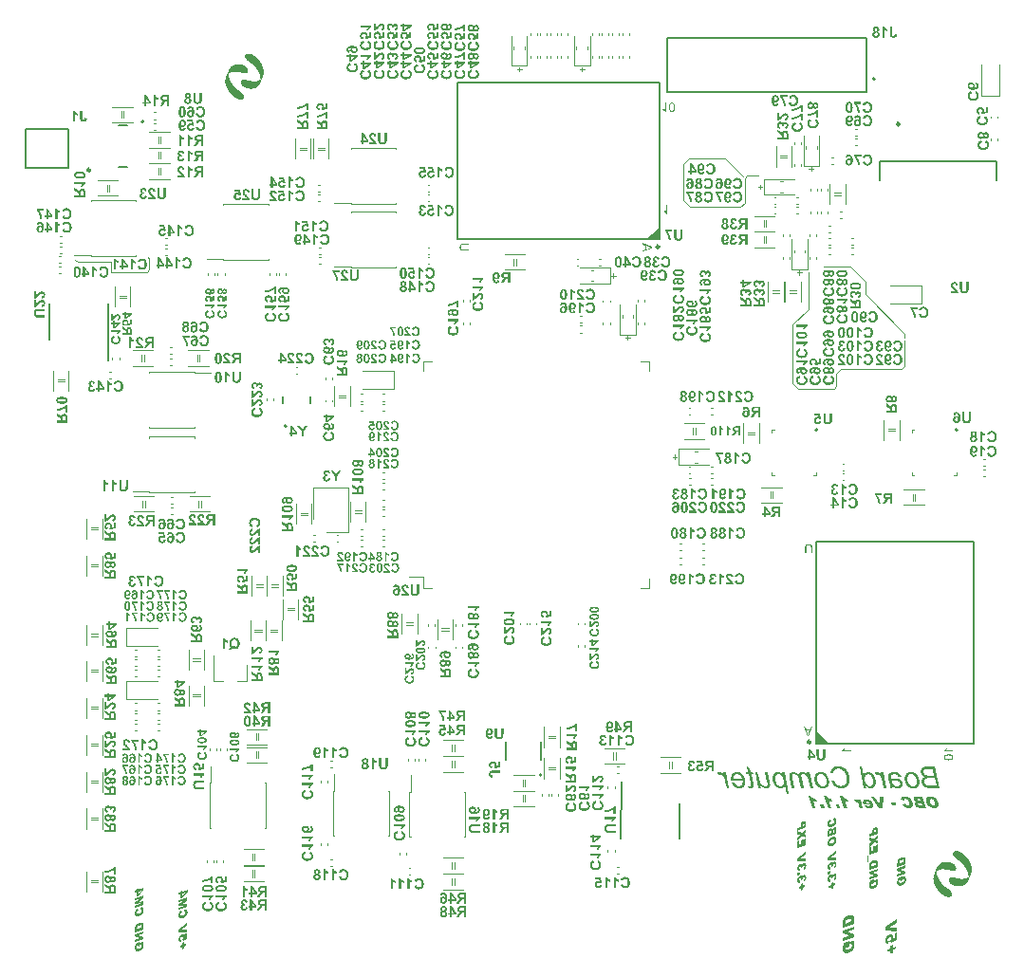
<source format=gbr>
G04*
G04 #@! TF.GenerationSoftware,Altium Limited,Altium Designer,24.9.1 (31)*
G04*
G04 Layer_Color=32896*
%FSLAX44Y44*%
%MOMM*%
G71*
G04*
G04 #@! TF.SameCoordinates,E5D20A50-3BA1-4884-9652-F4273D7A4019*
G04*
G04*
G04 #@! TF.FilePolarity,Positive*
G04*
G01*
G75*
%ADD12C,0.2000*%
%ADD13C,0.2500*%
%ADD18C,0.1270*%
%ADD19C,0.1524*%
%ADD20C,0.1000*%
%ADD21C,0.1250*%
G36*
X730000Y240000D02*
X720000D01*
Y250000D01*
X730000Y240000D01*
D02*
G37*
G36*
X836465Y134490D02*
X836943Y134502D01*
X837164Y134477D01*
X837323Y134490D01*
X837495Y134416D01*
X837887Y134392D01*
X838180Y134343D01*
X838303Y134294D01*
X838524Y134269D01*
X838695Y134245D01*
X838867Y134171D01*
X839136Y134147D01*
X839259Y134098D01*
X839295Y134061D01*
X839504Y134024D01*
X839675Y133951D01*
X839822Y133926D01*
X840043Y133828D01*
X840190Y133804D01*
X840312Y133755D01*
X840349Y133718D01*
X840484Y133681D01*
X840582Y133657D01*
X840619Y133620D01*
X840851Y133534D01*
X840912Y133473D01*
X841096Y133436D01*
X841170Y133363D01*
X841219Y133338D01*
X841341Y133289D01*
X841709Y133093D01*
X841758Y133044D01*
X841978Y132921D01*
X842101Y132848D01*
X842199Y132750D01*
X842297Y132725D01*
X842370Y132652D01*
X842419Y132627D01*
X842517Y132529D01*
X842566Y132505D01*
X842615Y132456D01*
X842738Y132382D01*
X842848Y132272D01*
X842983Y132162D01*
X843032Y132137D01*
X843044Y132101D01*
X843105Y132039D01*
X843154Y132015D01*
X843167Y131978D01*
X843228Y131917D01*
X843277Y131892D01*
X843289Y131856D01*
X843448Y131696D01*
X843497Y131672D01*
X843534Y131611D01*
X843559Y131562D01*
X843608Y131513D01*
X843669Y131427D01*
X843779Y131292D01*
X843804Y131243D01*
X843840Y131231D01*
X843877Y131170D01*
X843902Y131121D01*
X843975Y131047D01*
X844024Y130925D01*
X844098Y130851D01*
X844147Y130729D01*
X844220Y130655D01*
X844245Y130557D01*
X844343Y130410D01*
X844367Y130288D01*
X844428Y130226D01*
X844490Y130067D01*
X844514Y129969D01*
X844563Y129920D01*
X844588Y129797D01*
X844612Y129699D01*
X844673Y129589D01*
X844710Y129405D01*
X844735Y129234D01*
X844808Y129062D01*
X844833Y128352D01*
X844808Y128107D01*
X844735Y127935D01*
X844710Y127739D01*
X844686Y127641D01*
X844624Y127580D01*
X844563Y127421D01*
X844514Y127372D01*
X844490Y127298D01*
X844392Y127200D01*
X844367Y127151D01*
X844331Y127115D01*
X844281Y127090D01*
X844232Y127017D01*
X844184Y126992D01*
X844085Y126894D01*
X843963Y126845D01*
X843889Y126772D01*
X843792Y126747D01*
X843669Y126698D01*
X843632Y126661D01*
X843448Y126624D01*
X843277Y126551D01*
X843056Y126526D01*
X842811Y126502D01*
X842738Y126526D01*
X842664Y126502D01*
X842174Y126477D01*
X842003Y126502D01*
X841929Y126526D01*
X841856Y126502D01*
X841464Y126526D01*
X841145Y126551D01*
X841072Y126575D01*
X840876Y126624D01*
X840484Y126649D01*
X840288Y126698D01*
X840214Y126722D01*
X840043Y126747D01*
X839798Y126772D01*
X839700Y126796D01*
X839577Y126845D01*
X839332Y126869D01*
X839136Y126918D01*
X839014Y126968D01*
X838720Y126992D01*
X838499Y127090D01*
X838230Y127115D01*
X838131Y127139D01*
X837997Y127200D01*
X837691Y127237D01*
X837531Y127298D01*
X837372Y127335D01*
X837127Y127360D01*
X836955Y127433D01*
X836661Y127458D01*
X836465Y127507D01*
X836343Y127556D01*
X835926Y127580D01*
X835828Y127605D01*
X835706Y127654D01*
X835632Y127678D01*
X835191Y127703D01*
X835118Y127727D01*
X835069Y127703D01*
X834897Y127776D01*
X834824Y127752D01*
X834775Y127776D01*
X834407Y127801D01*
X834334Y127825D01*
X834322Y127813D01*
X833819Y127825D01*
X833721Y127850D01*
X833586Y127886D01*
X832325Y127874D01*
X832251Y127899D01*
X832067Y127837D01*
X831271Y127801D01*
X831173Y127776D01*
X831050Y127727D01*
X830806Y127703D01*
X830634Y127678D01*
X830536Y127654D01*
X830413Y127605D01*
X830193Y127580D01*
X830021Y127531D01*
X829972Y127482D01*
X829752Y127458D01*
X829629Y127409D01*
X829593Y127372D01*
X829495Y127347D01*
X829335Y127311D01*
X829274Y127249D01*
X829090Y127213D01*
X829017Y127139D01*
X828919Y127115D01*
X828796Y127066D01*
X828674Y126992D01*
X828551Y126943D01*
X828306Y126796D01*
X828135Y126698D01*
X828012Y126624D01*
X827841Y126502D01*
X827792Y126477D01*
X827779Y126441D01*
X827547Y126281D01*
X827498Y126257D01*
X827424Y126184D01*
X827375Y126159D01*
X827338Y126122D01*
X827314Y125681D01*
X827338Y125608D01*
X827363Y125289D01*
X827400Y125154D01*
X827436Y124579D01*
X827461Y124407D01*
X827510Y124285D01*
X827534Y124089D01*
X827559Y123844D01*
X827583Y123745D01*
X827633Y123623D01*
X827682Y123280D01*
X827755Y123109D01*
X827779Y122937D01*
X827804Y122839D01*
X827878Y122668D01*
X827902Y122472D01*
X827926Y122373D01*
X827975Y122324D01*
X828025Y122104D01*
X828122Y121883D01*
X828147Y121712D01*
X828221Y121589D01*
X828245Y121491D01*
X828294Y121320D01*
X828343Y121271D01*
X828392Y121075D01*
X828465Y120952D01*
X828514Y120756D01*
X828564Y120707D01*
X828613Y120585D01*
X828637Y120511D01*
X828711Y120389D01*
X828760Y120217D01*
X828821Y120156D01*
X828858Y119972D01*
X828943Y119887D01*
X828980Y119727D01*
X829054Y119654D01*
X829078Y119605D01*
X829103Y119507D01*
X829176Y119433D01*
X829201Y119286D01*
X829286Y119200D01*
X829348Y119041D01*
X829397Y118992D01*
X829446Y118870D01*
X829519Y118796D01*
X829544Y118674D01*
X829642Y118576D01*
X829666Y118527D01*
X829715Y118404D01*
X829813Y118233D01*
X829862Y118184D01*
X829911Y118061D01*
X829985Y117988D01*
X830034Y117865D01*
X830083Y117816D01*
X830181Y117645D01*
X830254Y117522D01*
X830328Y117449D01*
X830426Y117277D01*
X830499Y117155D01*
X830573Y117081D01*
X830597Y117032D01*
X830683Y116946D01*
X830732Y116824D01*
X830842Y116689D01*
X830867Y116640D01*
X830916Y116615D01*
X831014Y116444D01*
X831087Y116321D01*
X831161Y116272D01*
X831185Y116223D01*
X831283Y116125D01*
X831308Y116076D01*
X831442Y115893D01*
X831553Y115758D01*
X831577Y115709D01*
X831626Y115684D01*
X831651Y115635D01*
X831749Y115537D01*
X831773Y115488D01*
X831822Y115439D01*
X831896Y115317D01*
X831994Y115219D01*
X832018Y115170D01*
X832214Y114974D01*
X832239Y114925D01*
X832337Y114827D01*
X832398Y114741D01*
X832447Y114717D01*
X832459Y114680D01*
X832655Y114484D01*
X832729Y114361D01*
X833917Y113173D01*
X834040Y113099D01*
X834273Y112867D01*
X834407Y112757D01*
X834456Y112732D01*
X834469Y112695D01*
X834530Y112634D01*
X834579Y112610D01*
X834775Y112413D01*
X834824Y112389D01*
X834897Y112315D01*
X834946Y112291D01*
X835020Y112217D01*
X835069Y112193D01*
X835106Y112156D01*
X835240Y112046D01*
X835289Y112021D01*
X835314Y111972D01*
X835363Y111948D01*
X835461Y111850D01*
X835510Y111825D01*
X835547Y111789D01*
X835743Y111666D01*
X835767Y111617D01*
X835890Y111544D01*
X835914Y111495D01*
X836000Y111458D01*
X836049Y111409D01*
X836171Y111335D01*
X836220Y111286D01*
X836355Y111201D01*
X836490Y111090D01*
X836661Y110992D01*
X836759Y110894D01*
X836808Y110870D01*
X837127Y110649D01*
X837176Y110625D01*
X837250Y110551D01*
X837372Y110502D01*
X837446Y110429D01*
X837495Y110404D01*
X837543Y110355D01*
X837715Y110233D01*
X837838Y110159D01*
X837935Y110061D01*
X837984Y110037D01*
X838021Y110000D01*
X838156Y109890D01*
X838279Y109816D01*
X838377Y109718D01*
X838426Y109694D01*
X838499Y109620D01*
X838548Y109596D01*
X838585Y109559D01*
X838609Y109510D01*
X838683Y109461D01*
X838818Y109351D01*
X838867Y109326D01*
X838977Y109216D01*
X839112Y109106D01*
X839161Y109081D01*
X839173Y109044D01*
X839271Y108971D01*
X839295Y108922D01*
X839332Y108885D01*
X839381Y108861D01*
X839430Y108787D01*
X839479Y108763D01*
X839553Y108665D01*
X839602Y108640D01*
X839638Y108603D01*
X839663Y108554D01*
X839736Y108505D01*
X839761Y108456D01*
X839859Y108383D01*
X839883Y108334D01*
X839920Y108297D01*
X839969Y108273D01*
X840006Y108211D01*
X840030Y108162D01*
X840104Y108089D01*
X840128Y108040D01*
X840226Y107942D01*
X840251Y107893D01*
X840288Y107856D01*
X840398Y107721D01*
X840520Y107550D01*
X840619Y107378D01*
X840692Y107305D01*
X840839Y107035D01*
X840925Y106876D01*
X840986Y106717D01*
X841035Y106668D01*
X841059Y106570D01*
X841084Y106398D01*
X841158Y106325D01*
X841182Y106031D01*
X841207Y105957D01*
X841231Y105320D01*
X841207Y105247D01*
X841182Y104953D01*
X841158Y104855D01*
X841096Y104744D01*
X841059Y104561D01*
X840986Y104487D01*
X840962Y104438D01*
X840937Y104340D01*
X840888Y104291D01*
X840815Y104169D01*
X840790Y104120D01*
X840496Y103826D01*
X840361Y103715D01*
X840312Y103691D01*
X840263Y103642D01*
X840092Y103544D01*
X839969Y103470D01*
X839871Y103446D01*
X839798Y103372D01*
X839602Y103348D01*
X839442Y103262D01*
X839161Y103225D01*
X839063Y103201D01*
X838891Y103127D01*
X837507Y103139D01*
X837311Y103164D01*
X837151Y103225D01*
X836833Y103250D01*
X836735Y103274D01*
X836612Y103323D01*
X836416Y103348D01*
X836220Y103397D01*
X836171Y103446D01*
X835877Y103495D01*
X835804Y103568D01*
X835632Y103593D01*
X835485Y103691D01*
X835289Y103715D01*
X835216Y103789D01*
X835093Y103838D01*
X834995Y103862D01*
X834946Y103911D01*
X834873Y103936D01*
X834750Y103985D01*
X834628Y104058D01*
X834481Y104156D01*
X834383Y104181D01*
X834309Y104254D01*
X834260Y104279D01*
X834138Y104328D01*
X834126Y104365D01*
X833966Y104426D01*
X833917Y104475D01*
X833782Y104561D01*
X833586Y104683D01*
X833280Y104891D01*
X833231Y104916D01*
X833207Y104965D01*
X833035Y105063D01*
X832913Y105136D01*
X832864Y105185D01*
X832741Y105259D01*
X832729Y105296D01*
X832619Y105357D01*
X832570Y105406D01*
X832447Y105479D01*
X832374Y105553D01*
X832325Y105577D01*
X832227Y105675D01*
X832178Y105700D01*
X832129Y105749D01*
X832006Y105822D01*
X831933Y105896D01*
X831884Y105920D01*
X831786Y106018D01*
X831737Y106043D01*
X831638Y106141D01*
X831590Y106165D01*
X831491Y106264D01*
X831442Y106288D01*
X831345Y106386D01*
X831295Y106411D01*
X831222Y106484D01*
X831173Y106509D01*
X830953Y106729D01*
X830903Y106754D01*
X830560Y107097D01*
X830511Y107121D01*
X829715Y107917D01*
X829691Y107966D01*
X829348Y108309D01*
X829323Y108358D01*
X829103Y108579D01*
X829078Y108628D01*
X829005Y108701D01*
X828980Y108750D01*
X828882Y108848D01*
X828858Y108897D01*
X828760Y108995D01*
X828735Y109044D01*
X828637Y109142D01*
X828613Y109191D01*
X828514Y109289D01*
X828490Y109338D01*
X828441Y109388D01*
X828367Y109510D01*
X828270Y109608D01*
X828245Y109657D01*
X828171Y109731D01*
X828147Y109780D01*
X828098Y109829D01*
X828000Y110000D01*
X827926Y110073D01*
X827902Y110122D01*
X827841Y110184D01*
X827633Y110490D01*
X827510Y110662D01*
X827412Y110833D01*
X827363Y110882D01*
X827290Y111005D01*
X827216Y111078D01*
X827191Y111176D01*
X827142Y111225D01*
X827044Y111397D01*
X826995Y111446D01*
X826971Y111519D01*
X826922Y111568D01*
X826799Y111789D01*
X826726Y111911D01*
X826640Y112046D01*
X826591Y112168D01*
X826542Y112193D01*
X826518Y112242D01*
X826481Y112377D01*
X826407Y112450D01*
X826383Y112499D01*
X826334Y112622D01*
X826260Y112744D01*
X826211Y112867D01*
X826138Y112989D01*
X826113Y113087D01*
X826040Y113161D01*
X826015Y113283D01*
X825954Y113344D01*
X825868Y113577D01*
X825819Y113626D01*
X825795Y113724D01*
X825746Y113847D01*
X825697Y113896D01*
X825672Y113994D01*
X825587Y114153D01*
X825550Y114288D01*
X825452Y114508D01*
X825403Y114680D01*
X825354Y114729D01*
X825280Y115023D01*
X825231Y115072D01*
X825207Y115219D01*
X825182Y115317D01*
X825109Y115439D01*
X825084Y115586D01*
X825011Y115758D01*
X824962Y115954D01*
X824937Y116125D01*
X824888Y116174D01*
X824864Y116297D01*
X824839Y116468D01*
X824766Y116640D01*
X824741Y116885D01*
X824692Y117081D01*
X824643Y117204D01*
X824619Y117522D01*
X824594Y117694D01*
X824521Y117865D01*
X824496Y118527D01*
X824472Y118600D01*
X824447Y118919D01*
X824472Y118992D01*
X824423Y119115D01*
X824398Y119899D01*
X824423Y119972D01*
X824447Y120315D01*
X824472Y120389D01*
X824496Y120928D01*
X824521Y121001D01*
X824545Y121197D01*
X824594Y121320D01*
X824619Y121589D01*
X824643Y121687D01*
X824717Y121859D01*
X824741Y122055D01*
X824790Y122226D01*
X824827Y122263D01*
X824864Y122447D01*
X824888Y122545D01*
X824937Y122594D01*
X824986Y122815D01*
X825011Y122913D01*
X825060Y122962D01*
X825084Y123109D01*
X825109Y123207D01*
X825182Y123329D01*
X825207Y123476D01*
X825293Y123635D01*
X825329Y123795D01*
X825427Y124015D01*
X825476Y124211D01*
X825525Y124260D01*
X825574Y124456D01*
X825648Y124579D01*
X825672Y124701D01*
X825697Y124799D01*
X825758Y124860D01*
X825795Y124995D01*
X825844Y125167D01*
X825881Y125203D01*
X825917Y125338D01*
X826003Y125497D01*
X826040Y125657D01*
X826126Y125816D01*
X826162Y125975D01*
X826236Y126049D01*
X826285Y126245D01*
X826358Y126367D01*
X826407Y126563D01*
X826456Y126612D01*
X826481Y126661D01*
Y126686D01*
X826530Y126833D01*
X826603Y126955D01*
X826628Y127053D01*
X826714Y127213D01*
X826750Y127372D01*
X826824Y127445D01*
X826873Y127641D01*
X826946Y127715D01*
X826971Y127862D01*
X827032Y127923D01*
X827093Y128082D01*
X827118Y128180D01*
X827191Y128254D01*
X827216Y128401D01*
X827290Y128474D01*
X827314Y128572D01*
X827363Y128695D01*
X827412Y128744D01*
X827436Y128817D01*
X827522Y128977D01*
X827583Y129136D01*
X827657Y129209D01*
X827682Y129356D01*
X827767Y129442D01*
X827804Y129601D01*
X827878Y129675D01*
X827902Y129748D01*
X827951Y129871D01*
X828000Y129920D01*
X828025Y129969D01*
X828049Y130067D01*
X828110Y130128D01*
X828171Y130288D01*
X828221Y130337D01*
X828245Y130386D01*
X828270Y130484D01*
X828343Y130557D01*
X828367Y130606D01*
X828392Y130704D01*
X828429Y130716D01*
X828478Y130765D01*
X828514Y130900D01*
X828564Y130949D01*
X828588Y130998D01*
X828661Y131072D01*
X828747Y131206D01*
X828870Y131402D01*
X828919Y131427D01*
X828956Y131488D01*
X828980Y131537D01*
X829078Y131635D01*
X829103Y131684D01*
X829152Y131733D01*
X829237Y131868D01*
X829286Y131892D01*
X829323Y131929D01*
X829348Y131978D01*
X829519Y132150D01*
X829544Y132199D01*
X829605Y132260D01*
X829654Y132284D01*
X829752Y132382D01*
X829801Y132407D01*
X829825Y132456D01*
X829874Y132480D01*
X829911Y132517D01*
X829936Y132566D01*
X829997Y132603D01*
X830046Y132627D01*
X830119Y132701D01*
X830168Y132725D01*
X830205Y132762D01*
X830340Y132872D01*
X830389Y132897D01*
X830401Y132934D01*
X830707Y133118D01*
X830781Y133191D01*
X830903Y133240D01*
X830977Y133314D01*
X831075Y133338D01*
X831149Y133412D01*
X831198Y133436D01*
X831295Y133461D01*
X831357Y133522D01*
X831516Y133583D01*
X831626Y133644D01*
X831786Y133706D01*
X831859Y133779D01*
X832006Y133804D01*
X832104Y133828D01*
X832153Y133877D01*
X832227Y133902D01*
X832325Y133926D01*
X832545Y134024D01*
X832717Y134049D01*
X832815Y134073D01*
X832864Y134122D01*
X833084Y134147D01*
X833305Y134245D01*
X833599Y134269D01*
X833844Y134343D01*
X833917Y134367D01*
X834432Y134392D01*
X834554Y134441D01*
X834628Y134416D01*
X834726Y134465D01*
X835093Y134490D01*
X835167Y134514D01*
X835204Y134502D01*
X836392Y134514D01*
X836465Y134490D01*
D02*
G37*
G36*
X845286Y144045D02*
X845776Y144021D01*
X846021Y143996D01*
X846266Y143923D01*
X846511Y143898D01*
X846646Y143862D01*
X846768Y143813D01*
X847001Y143776D01*
X847222Y143678D01*
X847393Y143653D01*
X847467Y143580D01*
X847614Y143555D01*
X847712Y143531D01*
X847785Y143457D01*
X847957Y143433D01*
X848030Y143359D01*
X848128Y143335D01*
X848251Y143286D01*
X848337Y143225D01*
X848471Y143188D01*
X848533Y143127D01*
X848692Y143065D01*
X848753Y143004D01*
X848912Y142943D01*
X848925Y142906D01*
X849084Y142820D01*
X849255Y142722D01*
X849329Y142649D01*
X849451Y142600D01*
X849500Y142551D01*
X849672Y142453D01*
X849794Y142379D01*
X849843Y142330D01*
X849966Y142257D01*
X850015Y142208D01*
X850186Y142110D01*
X850236Y142061D01*
X850285Y142036D01*
X850333Y141987D01*
X850505Y141865D01*
X850628Y141791D01*
X850701Y141718D01*
X850750Y141693D01*
X850824Y141620D01*
X850946Y141546D01*
X851020Y141473D01*
X851068Y141448D01*
X851142Y141375D01*
X851264Y141301D01*
X851436Y141130D01*
X851485Y141105D01*
X851522Y141068D01*
X851657Y140958D01*
X851706Y140934D01*
X851779Y140860D01*
X851828Y140836D01*
X852024Y140640D01*
X852073Y140615D01*
X852294Y140395D01*
X852343Y140370D01*
X852661Y140052D01*
X852710Y140027D01*
X853384Y139353D01*
X853409Y139304D01*
X853752Y138961D01*
X853776Y138912D01*
X853997Y138692D01*
X854021Y138643D01*
X854156Y138508D01*
X854266Y138373D01*
X854290Y138324D01*
X854364Y138251D01*
X854389Y138202D01*
X854560Y138030D01*
X854585Y137981D01*
X854658Y137908D01*
X854683Y137859D01*
X854719Y137822D01*
X854952Y137516D01*
X854977Y137467D01*
X855013Y137454D01*
X855075Y137344D01*
X855124Y137295D01*
X855197Y137173D01*
X855271Y137099D01*
X855295Y137050D01*
X855344Y137001D01*
X855418Y136879D01*
X855454Y136842D01*
X855577Y136646D01*
X855687Y136511D01*
X855785Y136340D01*
X855859Y136266D01*
X855883Y136217D01*
X855981Y136070D01*
X856006Y135997D01*
X856104Y135899D01*
X856128Y135801D01*
X856202Y135727D01*
X856251Y135604D01*
X856300Y135555D01*
X856398Y135384D01*
X856643Y134943D01*
X856716Y134820D01*
X856802Y134686D01*
X856839Y134551D01*
X856888Y134502D01*
X857133Y134036D01*
X857231Y133791D01*
X857304Y133669D01*
X857329Y133571D01*
X857378Y133522D01*
X857402Y133448D01*
X857525Y133179D01*
X857598Y133007D01*
X857647Y132885D01*
X857672Y132787D01*
X857733Y132676D01*
X857770Y132542D01*
X857868Y132321D01*
X857892Y132223D01*
X857966Y132052D01*
X858039Y131758D01*
X858088Y131709D01*
X858113Y131562D01*
X858137Y131464D01*
X858199Y131329D01*
X858235Y131145D01*
X858260Y131047D01*
X858333Y130876D01*
X858358Y130680D01*
X858444Y130398D01*
X858480Y130116D01*
X858542Y129908D01*
X858566Y129810D01*
X858591Y129491D01*
X858627Y129283D01*
X858676Y129160D01*
X858701Y128474D01*
X858725Y128401D01*
X858750Y127053D01*
X858725Y126980D01*
X858701Y126416D01*
X858652Y126122D01*
X858627Y126024D01*
X858603Y125951D01*
X858578Y125681D01*
X858493Y125399D01*
X858456Y125167D01*
X858382Y124995D01*
X858309Y124701D01*
X858260Y124652D01*
X858235Y124432D01*
X858211Y124334D01*
X858137Y124260D01*
X858113Y124089D01*
X858088Y123991D01*
X858015Y123917D01*
X857990Y123770D01*
X857892Y123549D01*
X857843Y123354D01*
X857806Y123317D01*
X857745Y123060D01*
X857709Y123023D01*
X857660Y122900D01*
X857623Y122717D01*
X857549Y122643D01*
X857525Y122472D01*
X857427Y122324D01*
X857402Y122177D01*
X857329Y122055D01*
X857280Y121859D01*
X857206Y121736D01*
X857182Y121638D01*
X857133Y121516D01*
X857084Y121467D01*
X857059Y121295D01*
X856961Y121148D01*
X856912Y120952D01*
X856851Y120891D01*
X856814Y120756D01*
X856790Y120658D01*
X856741Y120609D01*
X856716Y120560D01*
X856692Y120462D01*
X856667Y120389D01*
X856594Y120266D01*
X856569Y120168D01*
X856496Y120046D01*
X856447Y119850D01*
X856373Y119776D01*
X856349Y119629D01*
X856251Y119482D01*
X856226Y119360D01*
X856153Y119237D01*
X856128Y119188D01*
X856006Y118919D01*
X855957Y118796D01*
X855895Y118710D01*
X855859Y118551D01*
X855810Y118502D01*
X855736Y118306D01*
X855687Y118257D01*
X855614Y118061D01*
X855565Y118012D01*
X855540Y117963D01*
X855491Y117841D01*
X855418Y117718D01*
X855369Y117596D01*
X855295Y117473D01*
X855271Y117375D01*
X855209Y117314D01*
X855148Y117155D01*
X855087Y117093D01*
X855050Y116959D01*
X854977Y116885D01*
X854928Y116763D01*
X854866Y116701D01*
X854805Y116542D01*
X854732Y116468D01*
X854683Y116346D01*
X854633Y116297D01*
X854536Y116125D01*
X854462Y116003D01*
X854413Y115954D01*
X854340Y115831D01*
X854290Y115782D01*
X854217Y115660D01*
X854144Y115586D01*
X854119Y115537D01*
X854021Y115439D01*
X853997Y115390D01*
X853776Y115170D01*
X853752Y115121D01*
X853445Y114815D01*
X853396Y114790D01*
X853249Y114643D01*
X853200Y114619D01*
X853176Y114570D01*
X853127Y114545D01*
X853053Y114472D01*
X852931Y114398D01*
X852882Y114349D01*
X852759Y114276D01*
X852686Y114202D01*
X852637Y114178D01*
X852551Y114092D01*
X852392Y114031D01*
X852343Y113982D01*
X852220Y113908D01*
X852171Y113859D01*
X852122Y113834D01*
X852000Y113785D01*
X851951Y113736D01*
X851755Y113663D01*
X851706Y113614D01*
X851657Y113589D01*
X851559Y113565D01*
X851485Y113491D01*
X851363Y113467D01*
X851203Y113381D01*
X851068Y113344D01*
X850971Y113320D01*
X850909Y113259D01*
X850725Y113222D01*
X850505Y113124D01*
X850333Y113099D01*
X850162Y113026D01*
X849966Y113001D01*
X849770Y112952D01*
X849647Y112903D01*
X849427Y112879D01*
X849255Y112854D01*
X849059Y112806D01*
X848986Y112781D01*
X848422Y112757D01*
X848288Y112720D01*
X848104Y112732D01*
X848030Y112707D01*
X846389Y112683D01*
X846315Y112707D01*
X845862Y112744D01*
X845470Y112769D01*
X845188Y112830D01*
X845115Y112854D01*
X844870Y112879D01*
X844698Y112903D01*
X844527Y112977D01*
X844281Y113001D01*
X844184Y113026D01*
X844012Y113099D01*
X843816Y113124D01*
X843718Y113148D01*
X843669Y113197D01*
X843522Y113222D01*
X843326Y113271D01*
X843289Y113308D01*
X843154Y113344D01*
X843056Y113369D01*
X842946Y113430D01*
X842811Y113467D01*
X842542Y113589D01*
X842444Y113614D01*
X842407Y113651D01*
X842174Y113736D01*
X842125Y113785D01*
X842027Y113810D01*
X841880Y113908D01*
X841831Y113933D01*
X841709Y113982D01*
X841488Y114104D01*
X841317Y114202D01*
X841268Y114251D01*
X841145Y114300D01*
X841096Y114349D01*
X840974Y114423D01*
X840900Y114496D01*
X840827Y114521D01*
X840766Y114582D01*
X840619Y114680D01*
X840594Y114729D01*
X840533Y114766D01*
X840484Y114790D01*
X840337Y114937D01*
X840288Y114962D01*
X839589Y115660D01*
X839565Y115709D01*
X839491Y115782D01*
X839406Y115917D01*
X839357Y115942D01*
X839320Y115978D01*
X839295Y116076D01*
X839222Y116150D01*
X839197Y116223D01*
X839124Y116297D01*
X839001Y116517D01*
X838732Y117032D01*
X838683Y117204D01*
X838634Y117253D01*
X838609Y117375D01*
X838511Y117596D01*
X838487Y117792D01*
X838438Y117988D01*
X838413Y118061D01*
X838389Y118380D01*
X838364Y118478D01*
X838389Y119090D01*
X838413Y119188D01*
X838462Y119311D01*
X838487Y119433D01*
X838511Y119531D01*
X838585Y119654D01*
X838609Y119752D01*
X838658Y119801D01*
X838732Y119923D01*
X838830Y120021D01*
X838854Y120070D01*
X838891Y120107D01*
X838940Y120132D01*
X839014Y120205D01*
X839136Y120279D01*
X839185Y120328D01*
X839308Y120401D01*
X839406Y120426D01*
X839467Y120487D01*
X839626Y120524D01*
X839761Y120585D01*
X839859Y120609D01*
X840055Y120634D01*
X840386Y120671D01*
X840459Y120695D01*
X841219Y120720D01*
X841292Y120695D01*
X841537Y120671D01*
X841709Y120646D01*
X841954Y120622D01*
X842272Y120597D01*
X842346Y120573D01*
X842493Y120548D01*
X842566Y120524D01*
X842958Y120499D01*
X843130Y120426D01*
X843424Y120401D01*
X843620Y120352D01*
X843755Y120315D01*
X843914Y120279D01*
X844159Y120254D01*
X844331Y120181D01*
X844673Y120132D01*
X844845Y120058D01*
X845090Y120034D01*
X845372Y119948D01*
X845654Y119911D01*
X845825Y119838D01*
X846046Y119813D01*
X846144Y119789D01*
X846315Y119764D01*
X846438Y119715D01*
X846781Y119691D01*
X846793Y119678D01*
X846916Y119654D01*
X847038Y119605D01*
X847320Y119568D01*
X847565Y119544D01*
X847638Y119519D01*
X847761Y119494D01*
X847859Y119470D01*
X848030Y119445D01*
X848496Y119421D01*
X848606Y119384D01*
X848827Y119360D01*
X849574Y119323D01*
X849892Y119298D01*
X851240Y119323D01*
X851338Y119347D01*
X851804Y119372D01*
X851926Y119421D01*
X852147Y119445D01*
X852392Y119470D01*
X852490Y119494D01*
X852612Y119544D01*
X852882Y119568D01*
X853102Y119666D01*
X853274Y119691D01*
X853445Y119740D01*
X853494Y119789D01*
X853666Y119813D01*
X853788Y119862D01*
X853825Y119899D01*
X853984Y119936D01*
X854107Y120009D01*
X854205Y120034D01*
X854327Y120083D01*
X854450Y120156D01*
X854572Y120205D01*
X854793Y120328D01*
X854842Y120377D01*
X854940Y120401D01*
X854989Y120450D01*
X855160Y120548D01*
X855332Y120671D01*
X855454Y120744D01*
X855552Y120842D01*
X855601Y120867D01*
X855699Y120965D01*
X855748Y120989D01*
X855834Y121075D01*
X855859Y121712D01*
X855834Y121785D01*
X855810Y121932D01*
X855785Y122177D01*
X855761Y122496D01*
X855736Y122741D01*
X855712Y122839D01*
X855687Y122913D01*
X855663Y123158D01*
X855638Y123329D01*
X855565Y123500D01*
X855540Y123721D01*
X855516Y123893D01*
X855454Y124027D01*
X855418Y124260D01*
X855393Y124358D01*
X855332Y124493D01*
X855295Y124701D01*
X855271Y124799D01*
X855222Y124848D01*
X855197Y124971D01*
X855173Y125069D01*
X855111Y125203D01*
X855075Y125338D01*
X855026Y125510D01*
X854977Y125559D01*
X854952Y125706D01*
X854842Y125963D01*
X854805Y126122D01*
X854744Y126184D01*
X854707Y126318D01*
X854683Y126416D01*
X854621Y126477D01*
X854585Y126637D01*
X854486Y126784D01*
X854462Y126931D01*
X854389Y127004D01*
X854364Y127127D01*
X854266Y127274D01*
X854241Y127323D01*
X854217Y127421D01*
X854168Y127470D01*
X854094Y127666D01*
X854045Y127715D01*
X853972Y127911D01*
X853923Y127960D01*
X853898Y128009D01*
X853849Y128131D01*
X853788Y128193D01*
X853752Y128327D01*
X853702Y128376D01*
X853506Y128744D01*
X853433Y128817D01*
X853409Y128916D01*
X853360Y128965D01*
X853163Y129307D01*
X853114Y129356D01*
X853016Y129528D01*
X852943Y129650D01*
X852869Y129724D01*
X852771Y129895D01*
X852698Y130018D01*
X852624Y130091D01*
X852600Y130141D01*
X852306Y130557D01*
X852232Y130680D01*
X852183Y130729D01*
X852122Y130814D01*
X852012Y130949D01*
X851987Y130998D01*
X851938Y131047D01*
X851865Y131170D01*
X851791Y131243D01*
X851767Y131292D01*
X851669Y131390D01*
X851644Y131439D01*
X851546Y131537D01*
X851522Y131586D01*
X851473Y131635D01*
X851399Y131758D01*
X851350Y131782D01*
X851326Y131831D01*
X851203Y131954D01*
X851179Y132003D01*
X851081Y132101D01*
X851056Y132150D01*
X851020Y132162D01*
X850934Y132272D01*
X850909Y132321D01*
X850738Y132493D01*
X850713Y132542D01*
X850419Y132836D01*
X850395Y132885D01*
X849255Y134024D01*
X849206Y134049D01*
X848888Y134367D01*
X848839Y134392D01*
X848765Y134465D01*
X848716Y134490D01*
X848594Y134612D01*
X848545Y134637D01*
X848349Y134833D01*
X848300Y134857D01*
X848202Y134955D01*
X848153Y134980D01*
X848055Y135078D01*
X848006Y135102D01*
X847957Y135151D01*
X847834Y135225D01*
X847761Y135298D01*
X847675Y135359D01*
X847651Y135408D01*
X847516Y135494D01*
X847393Y135568D01*
X847295Y135666D01*
X847246Y135690D01*
X847197Y135739D01*
X847075Y135813D01*
X847026Y135862D01*
X846903Y135935D01*
X846854Y135984D01*
X846719Y136070D01*
X846695Y136119D01*
X846536Y136205D01*
X846413Y136278D01*
X846315Y136376D01*
X846242Y136401D01*
X846180Y136462D01*
X846033Y136536D01*
X846009Y136585D01*
X845874Y136670D01*
X845752Y136744D01*
X845703Y136793D01*
X845568Y136879D01*
X845433Y136989D01*
X845384Y137013D01*
X845335Y137062D01*
X845286Y137087D01*
X845188Y137185D01*
X845139Y137209D01*
X845041Y137307D01*
X844992Y137332D01*
X844943Y137381D01*
X844820Y137454D01*
X844771Y137503D01*
X844649Y137577D01*
X844600Y137650D01*
X844551Y137675D01*
X844428Y137797D01*
X844380Y137822D01*
X844269Y137932D01*
X844135Y138042D01*
X844085Y138067D01*
X843216Y138937D01*
X843191Y138986D01*
X843093Y139084D01*
X843069Y139133D01*
X842971Y139231D01*
X842946Y139280D01*
X842873Y139353D01*
X842848Y139402D01*
X842750Y139500D01*
X842701Y139623D01*
X842652Y139672D01*
X842579Y139794D01*
X842505Y139868D01*
X842481Y139966D01*
X842395Y140052D01*
X842334Y140211D01*
X842285Y140260D01*
X842260Y140309D01*
X842211Y140480D01*
X842162Y140529D01*
X842138Y140603D01*
X842113Y140701D01*
X842064Y140823D01*
X842027Y140909D01*
X842003Y141154D01*
X841966Y141338D01*
X841942Y141411D01*
X841917Y141705D01*
X841942Y141779D01*
X841966Y141926D01*
X841991Y142000D01*
X842015Y142269D01*
X842064Y142441D01*
X842113Y142490D01*
X842138Y142587D01*
X842187Y142710D01*
X842309Y142930D01*
X842383Y143053D01*
X842738Y143408D01*
X842787Y143433D01*
X842860Y143506D01*
X843032Y143604D01*
X843301Y143751D01*
X843424Y143800D01*
X843644Y143898D01*
X843865Y143923D01*
X844036Y143996D01*
X844502Y144021D01*
X844576Y144045D01*
X845213Y144070D01*
X845286Y144045D01*
D02*
G37*
G36*
X204758Y846372D02*
X205236Y846384D01*
X205456Y846360D01*
X205616Y846372D01*
X205787Y846299D01*
X206179Y846274D01*
X206473Y846225D01*
X206596Y846176D01*
X206816Y846152D01*
X206988Y846127D01*
X207159Y846054D01*
X207429Y846029D01*
X207551Y845980D01*
X207588Y845943D01*
X207796Y845907D01*
X207968Y845833D01*
X208115Y845809D01*
X208335Y845711D01*
X208482Y845686D01*
X208605Y845637D01*
X208641Y845600D01*
X208776Y845564D01*
X208874Y845539D01*
X208911Y845502D01*
X209144Y845416D01*
X209205Y845355D01*
X209389Y845319D01*
X209462Y845245D01*
X209511Y845220D01*
X209634Y845172D01*
X210001Y844976D01*
X210050Y844927D01*
X210271Y844804D01*
X210393Y844731D01*
X210491Y844632D01*
X210589Y844608D01*
X210663Y844535D01*
X210712Y844510D01*
X210810Y844412D01*
X210859Y844388D01*
X210908Y844338D01*
X211030Y844265D01*
X211141Y844155D01*
X211275Y844044D01*
X211325Y844020D01*
X211337Y843983D01*
X211398Y843922D01*
X211447Y843897D01*
X211459Y843861D01*
X211521Y843799D01*
X211569Y843775D01*
X211582Y843738D01*
X211741Y843579D01*
X211790Y843554D01*
X211827Y843493D01*
X211851Y843444D01*
X211900Y843395D01*
X211961Y843309D01*
X212072Y843175D01*
X212096Y843126D01*
X212133Y843113D01*
X212170Y843052D01*
X212194Y843003D01*
X212268Y842930D01*
X212317Y842807D01*
X212390Y842734D01*
X212439Y842611D01*
X212513Y842538D01*
X212537Y842440D01*
X212635Y842292D01*
X212660Y842170D01*
X212721Y842109D01*
X212782Y841949D01*
X212807Y841852D01*
X212856Y841803D01*
X212880Y841680D01*
X212905Y841582D01*
X212966Y841472D01*
X213003Y841288D01*
X213027Y841116D01*
X213101Y840945D01*
X213125Y840234D01*
X213101Y839989D01*
X213027Y839818D01*
X213003Y839622D01*
X212978Y839524D01*
X212917Y839463D01*
X212856Y839303D01*
X212807Y839254D01*
X212782Y839181D01*
X212684Y839083D01*
X212660Y839034D01*
X212623Y838997D01*
X212574Y838972D01*
X212525Y838899D01*
X212476Y838875D01*
X212378Y838776D01*
X212255Y838727D01*
X212182Y838654D01*
X212084Y838630D01*
X211961Y838580D01*
X211925Y838544D01*
X211741Y838507D01*
X211569Y838434D01*
X211349Y838409D01*
X211104Y838384D01*
X211030Y838409D01*
X210957Y838384D01*
X210467Y838360D01*
X210295Y838384D01*
X210222Y838409D01*
X210148Y838384D01*
X209756Y838409D01*
X209438Y838434D01*
X209364Y838458D01*
X209168Y838507D01*
X208776Y838531D01*
X208580Y838580D01*
X208507Y838605D01*
X208335Y838630D01*
X208090Y838654D01*
X207992Y838679D01*
X207870Y838727D01*
X207625Y838752D01*
X207429Y838801D01*
X207306Y838850D01*
X207012Y838875D01*
X206792Y838972D01*
X206522Y838997D01*
X206424Y839022D01*
X206289Y839083D01*
X205983Y839120D01*
X205824Y839181D01*
X205665Y839218D01*
X205420Y839242D01*
X205248Y839316D01*
X204954Y839340D01*
X204758Y839389D01*
X204635Y839438D01*
X204219Y839463D01*
X204121Y839487D01*
X203998Y839536D01*
X203925Y839561D01*
X203484Y839585D01*
X203410Y839610D01*
X203361Y839585D01*
X203190Y839659D01*
X203116Y839634D01*
X203067Y839659D01*
X202700Y839683D01*
X202626Y839708D01*
X202614Y839695D01*
X202112Y839708D01*
X202014Y839732D01*
X201879Y839769D01*
X200617Y839757D01*
X200544Y839781D01*
X200360Y839720D01*
X199564Y839683D01*
X199466Y839659D01*
X199343Y839610D01*
X199098Y839585D01*
X198927Y839561D01*
X198829Y839536D01*
X198706Y839487D01*
X198486Y839463D01*
X198314Y839414D01*
X198265Y839365D01*
X198044Y839340D01*
X197922Y839291D01*
X197885Y839254D01*
X197787Y839230D01*
X197628Y839193D01*
X197567Y839132D01*
X197383Y839095D01*
X197309Y839022D01*
X197211Y838997D01*
X197089Y838948D01*
X196966Y838875D01*
X196844Y838826D01*
X196599Y838679D01*
X196427Y838580D01*
X196305Y838507D01*
X196133Y838384D01*
X196084Y838360D01*
X196072Y838323D01*
X195839Y838164D01*
X195790Y838139D01*
X195717Y838066D01*
X195668Y838042D01*
X195631Y838005D01*
X195606Y837564D01*
X195631Y837490D01*
X195655Y837172D01*
X195692Y837037D01*
X195729Y836461D01*
X195753Y836290D01*
X195802Y836167D01*
X195827Y835971D01*
X195851Y835726D01*
X195876Y835628D01*
X195925Y835506D01*
X195974Y835163D01*
X196047Y834991D01*
X196072Y834819D01*
X196096Y834722D01*
X196170Y834550D01*
X196195Y834354D01*
X196219Y834256D01*
X196268Y834207D01*
X196317Y833986D01*
X196415Y833766D01*
X196440Y833594D01*
X196513Y833472D01*
X196538Y833374D01*
X196587Y833202D01*
X196636Y833153D01*
X196685Y832957D01*
X196758Y832835D01*
X196807Y832639D01*
X196856Y832590D01*
X196905Y832467D01*
X196930Y832394D01*
X197003Y832271D01*
X197052Y832100D01*
X197113Y832038D01*
X197150Y831855D01*
X197236Y831769D01*
X197273Y831610D01*
X197346Y831536D01*
X197371Y831487D01*
X197395Y831389D01*
X197469Y831316D01*
X197493Y831169D01*
X197579Y831083D01*
X197640Y830924D01*
X197689Y830875D01*
X197738Y830752D01*
X197812Y830679D01*
X197836Y830556D01*
X197934Y830458D01*
X197959Y830409D01*
X198008Y830287D01*
X198106Y830115D01*
X198155Y830066D01*
X198204Y829944D01*
X198277Y829870D01*
X198326Y829748D01*
X198375Y829699D01*
X198473Y829527D01*
X198547Y829405D01*
X198620Y829331D01*
X198718Y829159D01*
X198792Y829037D01*
X198865Y828963D01*
X198890Y828914D01*
X198976Y828829D01*
X199025Y828706D01*
X199135Y828571D01*
X199159Y828522D01*
X199208Y828498D01*
X199306Y828326D01*
X199380Y828204D01*
X199453Y828155D01*
X199478Y828106D01*
X199576Y828008D01*
X199600Y827959D01*
X199735Y827775D01*
X199845Y827640D01*
X199870Y827591D01*
X199919Y827567D01*
X199943Y827518D01*
X200041Y827420D01*
X200066Y827371D01*
X200115Y827322D01*
X200188Y827199D01*
X200286Y827101D01*
X200311Y827052D01*
X200507Y826856D01*
X200531Y826807D01*
X200629Y826709D01*
X200691Y826624D01*
X200740Y826599D01*
X200752Y826562D01*
X200948Y826366D01*
X201021Y826244D01*
X202210Y825055D01*
X202332Y824982D01*
X202565Y824749D01*
X202700Y824639D01*
X202749Y824614D01*
X202761Y824578D01*
X202822Y824516D01*
X202871Y824492D01*
X203067Y824296D01*
X203116Y824271D01*
X203190Y824198D01*
X203239Y824173D01*
X203312Y824100D01*
X203361Y824075D01*
X203398Y824039D01*
X203533Y823928D01*
X203582Y823904D01*
X203606Y823855D01*
X203655Y823830D01*
X203753Y823732D01*
X203802Y823708D01*
X203839Y823671D01*
X204035Y823549D01*
X204060Y823500D01*
X204182Y823426D01*
X204207Y823377D01*
X204292Y823340D01*
X204341Y823291D01*
X204464Y823218D01*
X204513Y823169D01*
X204648Y823083D01*
X204782Y822973D01*
X204954Y822875D01*
X205052Y822777D01*
X205101Y822752D01*
X205420Y822532D01*
X205469Y822507D01*
X205542Y822434D01*
X205665Y822385D01*
X205738Y822311D01*
X205787Y822287D01*
X205836Y822238D01*
X206007Y822115D01*
X206130Y822042D01*
X206228Y821944D01*
X206277Y821919D01*
X206314Y821882D01*
X206449Y821772D01*
X206571Y821699D01*
X206669Y821601D01*
X206718Y821576D01*
X206792Y821503D01*
X206841Y821478D01*
X206877Y821441D01*
X206902Y821392D01*
X206975Y821343D01*
X207110Y821233D01*
X207159Y821209D01*
X207269Y821098D01*
X207404Y820988D01*
X207453Y820964D01*
X207465Y820927D01*
X207563Y820853D01*
X207588Y820804D01*
X207625Y820768D01*
X207674Y820743D01*
X207723Y820670D01*
X207772Y820645D01*
X207845Y820547D01*
X207894Y820523D01*
X207931Y820486D01*
X207955Y820437D01*
X208029Y820388D01*
X208053Y820339D01*
X208151Y820265D01*
X208176Y820216D01*
X208213Y820180D01*
X208262Y820155D01*
X208298Y820094D01*
X208323Y820045D01*
X208396Y819971D01*
X208421Y819922D01*
X208519Y819824D01*
X208543Y819775D01*
X208580Y819738D01*
X208690Y819604D01*
X208813Y819432D01*
X208911Y819261D01*
X208985Y819187D01*
X209132Y818918D01*
X209217Y818758D01*
X209279Y818599D01*
X209328Y818550D01*
X209352Y818452D01*
X209377Y818281D01*
X209450Y818207D01*
X209475Y817913D01*
X209499Y817840D01*
X209524Y817203D01*
X209499Y817129D01*
X209475Y816835D01*
X209450Y816737D01*
X209389Y816627D01*
X209352Y816443D01*
X209279Y816369D01*
X209254Y816320D01*
X209230Y816223D01*
X209181Y816173D01*
X209107Y816051D01*
X209083Y816002D01*
X208789Y815708D01*
X208654Y815598D01*
X208605Y815573D01*
X208556Y815524D01*
X208384Y815426D01*
X208262Y815353D01*
X208164Y815328D01*
X208090Y815255D01*
X207894Y815230D01*
X207735Y815144D01*
X207453Y815108D01*
X207355Y815083D01*
X207184Y815010D01*
X205799Y815022D01*
X205603Y815046D01*
X205444Y815108D01*
X205126Y815132D01*
X205028Y815157D01*
X204905Y815206D01*
X204709Y815230D01*
X204513Y815279D01*
X204464Y815328D01*
X204170Y815377D01*
X204096Y815451D01*
X203925Y815475D01*
X203778Y815573D01*
X203582Y815598D01*
X203508Y815671D01*
X203386Y815720D01*
X203288Y815745D01*
X203239Y815794D01*
X203165Y815818D01*
X203043Y815867D01*
X202920Y815941D01*
X202773Y816039D01*
X202675Y816063D01*
X202602Y816137D01*
X202553Y816161D01*
X202430Y816210D01*
X202418Y816247D01*
X202259Y816308D01*
X202210Y816357D01*
X202075Y816443D01*
X201879Y816565D01*
X201573Y816774D01*
X201524Y816798D01*
X201499Y816847D01*
X201328Y816945D01*
X201205Y817019D01*
X201156Y817068D01*
X201034Y817141D01*
X201021Y817178D01*
X200911Y817239D01*
X200862Y817288D01*
X200740Y817362D01*
X200666Y817435D01*
X200617Y817460D01*
X200519Y817558D01*
X200470Y817582D01*
X200421Y817631D01*
X200299Y817705D01*
X200225Y817778D01*
X200176Y817803D01*
X200078Y817901D01*
X200029Y817925D01*
X199931Y818023D01*
X199882Y818048D01*
X199784Y818146D01*
X199735Y818170D01*
X199637Y818268D01*
X199588Y818293D01*
X199515Y818366D01*
X199466Y818391D01*
X199245Y818612D01*
X199196Y818636D01*
X198853Y818979D01*
X198804Y819004D01*
X198008Y819800D01*
X197983Y819849D01*
X197640Y820192D01*
X197616Y820241D01*
X197395Y820461D01*
X197371Y820510D01*
X197297Y820584D01*
X197273Y820633D01*
X197175Y820731D01*
X197150Y820780D01*
X197052Y820878D01*
X197028Y820927D01*
X196930Y821025D01*
X196905Y821074D01*
X196807Y821172D01*
X196783Y821221D01*
X196734Y821270D01*
X196660Y821392D01*
X196562Y821490D01*
X196538Y821540D01*
X196464Y821613D01*
X196440Y821662D01*
X196391Y821711D01*
X196292Y821882D01*
X196219Y821956D01*
X196195Y822005D01*
X196133Y822066D01*
X195925Y822373D01*
X195802Y822544D01*
X195704Y822716D01*
X195655Y822765D01*
X195582Y822887D01*
X195508Y822961D01*
X195484Y823059D01*
X195435Y823108D01*
X195337Y823279D01*
X195288Y823328D01*
X195264Y823402D01*
X195215Y823451D01*
X195092Y823671D01*
X195019Y823794D01*
X194933Y823928D01*
X194884Y824051D01*
X194835Y824075D01*
X194810Y824124D01*
X194773Y824259D01*
X194700Y824333D01*
X194675Y824382D01*
X194626Y824504D01*
X194553Y824627D01*
X194504Y824749D01*
X194430Y824872D01*
X194406Y824970D01*
X194332Y825043D01*
X194308Y825166D01*
X194247Y825227D01*
X194161Y825460D01*
X194112Y825509D01*
X194087Y825607D01*
X194038Y825729D01*
X193989Y825778D01*
X193965Y825876D01*
X193879Y826036D01*
X193842Y826170D01*
X193744Y826391D01*
X193695Y826562D01*
X193646Y826611D01*
X193573Y826905D01*
X193524Y826954D01*
X193499Y827101D01*
X193475Y827199D01*
X193401Y827322D01*
X193377Y827469D01*
X193303Y827640D01*
X193254Y827836D01*
X193230Y828008D01*
X193181Y828057D01*
X193156Y828179D01*
X193132Y828351D01*
X193058Y828522D01*
X193034Y828767D01*
X192985Y828963D01*
X192936Y829086D01*
X192911Y829405D01*
X192887Y829576D01*
X192813Y829748D01*
X192789Y830409D01*
X192764Y830483D01*
X192740Y830801D01*
X192764Y830875D01*
X192715Y830997D01*
X192691Y831781D01*
X192715Y831855D01*
X192740Y832198D01*
X192764Y832271D01*
X192789Y832810D01*
X192813Y832884D01*
X192838Y833080D01*
X192887Y833202D01*
X192911Y833472D01*
X192936Y833570D01*
X193009Y833741D01*
X193034Y833937D01*
X193083Y834109D01*
X193120Y834146D01*
X193156Y834329D01*
X193181Y834427D01*
X193230Y834476D01*
X193279Y834697D01*
X193303Y834795D01*
X193352Y834844D01*
X193377Y834991D01*
X193401Y835089D01*
X193475Y835211D01*
X193499Y835359D01*
X193585Y835518D01*
X193622Y835677D01*
X193720Y835898D01*
X193769Y836094D01*
X193818Y836143D01*
X193867Y836339D01*
X193940Y836461D01*
X193965Y836584D01*
X193989Y836682D01*
X194051Y836743D01*
X194087Y836878D01*
X194136Y837049D01*
X194173Y837086D01*
X194210Y837221D01*
X194296Y837380D01*
X194332Y837539D01*
X194418Y837699D01*
X194455Y837858D01*
X194528Y837931D01*
X194577Y838127D01*
X194651Y838250D01*
X194700Y838446D01*
X194749Y838495D01*
X194773Y838544D01*
Y838568D01*
X194822Y838715D01*
X194896Y838838D01*
X194920Y838936D01*
X195006Y839095D01*
X195043Y839254D01*
X195116Y839328D01*
X195166Y839524D01*
X195239Y839597D01*
X195264Y839744D01*
X195325Y839806D01*
X195386Y839965D01*
X195410Y840063D01*
X195484Y840136D01*
X195508Y840283D01*
X195582Y840357D01*
X195606Y840455D01*
X195655Y840577D01*
X195704Y840626D01*
X195729Y840700D01*
X195815Y840859D01*
X195876Y841018D01*
X195949Y841092D01*
X195974Y841239D01*
X196060Y841325D01*
X196096Y841484D01*
X196170Y841557D01*
X196195Y841631D01*
X196243Y841753D01*
X196292Y841803D01*
X196317Y841852D01*
X196341Y841949D01*
X196403Y842011D01*
X196464Y842170D01*
X196513Y842219D01*
X196538Y842268D01*
X196562Y842366D01*
X196636Y842440D01*
X196660Y842489D01*
X196685Y842587D01*
X196721Y842599D01*
X196770Y842648D01*
X196807Y842783D01*
X196856Y842832D01*
X196881Y842881D01*
X196954Y842954D01*
X197040Y843089D01*
X197162Y843285D01*
X197211Y843309D01*
X197248Y843371D01*
X197273Y843420D01*
X197371Y843518D01*
X197395Y843567D01*
X197444Y843616D01*
X197530Y843750D01*
X197579Y843775D01*
X197616Y843812D01*
X197640Y843861D01*
X197812Y844032D01*
X197836Y844081D01*
X197897Y844142D01*
X197946Y844167D01*
X198044Y844265D01*
X198093Y844289D01*
X198118Y844338D01*
X198167Y844363D01*
X198204Y844400D01*
X198228Y844449D01*
X198289Y844485D01*
X198339Y844510D01*
X198412Y844584D01*
X198461Y844608D01*
X198498Y844645D01*
X198633Y844755D01*
X198682Y844780D01*
X198694Y844816D01*
X199000Y845000D01*
X199074Y845073D01*
X199196Y845123D01*
X199270Y845196D01*
X199368Y845220D01*
X199441Y845294D01*
X199490Y845319D01*
X199588Y845343D01*
X199649Y845404D01*
X199809Y845465D01*
X199919Y845527D01*
X200078Y845588D01*
X200152Y845662D01*
X200299Y845686D01*
X200397Y845711D01*
X200446Y845760D01*
X200519Y845784D01*
X200617Y845809D01*
X200838Y845907D01*
X201009Y845931D01*
X201107Y845956D01*
X201156Y846005D01*
X201377Y846029D01*
X201597Y846127D01*
X201891Y846152D01*
X202136Y846225D01*
X202210Y846250D01*
X202724Y846274D01*
X202847Y846323D01*
X202920Y846299D01*
X203018Y846348D01*
X203386Y846372D01*
X203459Y846397D01*
X203496Y846384D01*
X204685Y846397D01*
X204758Y846372D01*
D02*
G37*
G36*
X213579Y855928D02*
X214069Y855903D01*
X214314Y855879D01*
X214559Y855805D01*
X214804Y855781D01*
X214939Y855744D01*
X215061Y855695D01*
X215294Y855658D01*
X215514Y855560D01*
X215686Y855536D01*
X215759Y855462D01*
X215906Y855438D01*
X216004Y855413D01*
X216078Y855340D01*
X216249Y855315D01*
X216323Y855242D01*
X216421Y855217D01*
X216543Y855168D01*
X216629Y855107D01*
X216764Y855070D01*
X216825Y855009D01*
X216984Y854948D01*
X217046Y854886D01*
X217205Y854825D01*
X217217Y854789D01*
X217376Y854703D01*
X217548Y854605D01*
X217621Y854531D01*
X217744Y854482D01*
X217793Y854433D01*
X217964Y854335D01*
X218087Y854262D01*
X218136Y854213D01*
X218258Y854139D01*
X218307Y854090D01*
X218479Y853992D01*
X218528Y853943D01*
X218577Y853919D01*
X218626Y853870D01*
X218797Y853747D01*
X218920Y853674D01*
X218993Y853600D01*
X219043Y853576D01*
X219116Y853502D01*
X219239Y853429D01*
X219312Y853355D01*
X219361Y853331D01*
X219435Y853257D01*
X219557Y853184D01*
X219729Y853012D01*
X219778Y852988D01*
X219814Y852951D01*
X219949Y852841D01*
X219998Y852816D01*
X220072Y852743D01*
X220121Y852718D01*
X220317Y852522D01*
X220366Y852498D01*
X220586Y852277D01*
X220635Y852253D01*
X220954Y851934D01*
X221003Y851909D01*
X221677Y851236D01*
X221701Y851187D01*
X222044Y850844D01*
X222069Y850795D01*
X222289Y850574D01*
X222314Y850525D01*
X222448Y850390D01*
X222559Y850256D01*
X222583Y850207D01*
X222657Y850133D01*
X222681Y850084D01*
X222853Y849913D01*
X222877Y849864D01*
X222951Y849790D01*
X222975Y849741D01*
X223012Y849704D01*
X223245Y849398D01*
X223269Y849349D01*
X223306Y849337D01*
X223367Y849227D01*
X223416Y849178D01*
X223490Y849055D01*
X223563Y848982D01*
X223588Y848933D01*
X223637Y848884D01*
X223710Y848761D01*
X223747Y848724D01*
X223869Y848528D01*
X223980Y848393D01*
X224078Y848222D01*
X224151Y848148D01*
X224176Y848100D01*
X224274Y847952D01*
X224298Y847879D01*
X224396Y847781D01*
X224421Y847683D01*
X224494Y847609D01*
X224543Y847487D01*
X224592Y847438D01*
X224690Y847266D01*
X224935Y846825D01*
X225009Y846703D01*
X225095Y846568D01*
X225131Y846433D01*
X225180Y846384D01*
X225425Y845919D01*
X225523Y845674D01*
X225597Y845551D01*
X225621Y845453D01*
X225670Y845404D01*
X225695Y845331D01*
X225817Y845061D01*
X225891Y844890D01*
X225940Y844767D01*
X225964Y844669D01*
X226026Y844559D01*
X226062Y844424D01*
X226160Y844204D01*
X226185Y844106D01*
X226258Y843934D01*
X226332Y843640D01*
X226381Y843591D01*
X226405Y843444D01*
X226430Y843346D01*
X226491Y843211D01*
X226528Y843028D01*
X226552Y842930D01*
X226626Y842758D01*
X226650Y842562D01*
X226736Y842280D01*
X226773Y841999D01*
X226834Y841790D01*
X226859Y841692D01*
X226883Y841374D01*
X226920Y841165D01*
X226969Y841043D01*
X226993Y840357D01*
X227018Y840283D01*
X227042Y838936D01*
X227018Y838862D01*
X226993Y838299D01*
X226944Y838005D01*
X226920Y837907D01*
X226895Y837833D01*
X226871Y837564D01*
X226785Y837282D01*
X226748Y837049D01*
X226675Y836878D01*
X226601Y836584D01*
X226552Y836535D01*
X226528Y836314D01*
X226503Y836216D01*
X226430Y836143D01*
X226405Y835971D01*
X226381Y835873D01*
X226307Y835799D01*
X226283Y835652D01*
X226185Y835432D01*
X226136Y835236D01*
X226099Y835199D01*
X226038Y834942D01*
X226001Y834905D01*
X225952Y834783D01*
X225915Y834599D01*
X225842Y834526D01*
X225817Y834354D01*
X225719Y834207D01*
X225695Y834060D01*
X225621Y833937D01*
X225572Y833741D01*
X225499Y833619D01*
X225474Y833521D01*
X225425Y833398D01*
X225376Y833349D01*
X225352Y833178D01*
X225254Y833031D01*
X225205Y832835D01*
X225144Y832774D01*
X225107Y832639D01*
X225082Y832541D01*
X225033Y832492D01*
X225009Y832443D01*
X224984Y832345D01*
X224960Y832271D01*
X224886Y832149D01*
X224862Y832051D01*
X224788Y831928D01*
X224739Y831732D01*
X224666Y831659D01*
X224641Y831512D01*
X224543Y831365D01*
X224519Y831242D01*
X224445Y831120D01*
X224421Y831071D01*
X224298Y830801D01*
X224249Y830679D01*
X224188Y830593D01*
X224151Y830434D01*
X224102Y830385D01*
X224029Y830189D01*
X223980Y830140D01*
X223906Y829944D01*
X223857Y829895D01*
X223833Y829846D01*
X223784Y829723D01*
X223710Y829601D01*
X223661Y829478D01*
X223588Y829355D01*
X223563Y829258D01*
X223502Y829196D01*
X223441Y829037D01*
X223379Y828976D01*
X223343Y828841D01*
X223269Y828767D01*
X223220Y828645D01*
X223159Y828584D01*
X223098Y828425D01*
X223024Y828351D01*
X222975Y828229D01*
X222926Y828179D01*
X222828Y828008D01*
X222755Y827885D01*
X222706Y827836D01*
X222632Y827714D01*
X222583Y827665D01*
X222510Y827542D01*
X222436Y827469D01*
X222412Y827420D01*
X222314Y827322D01*
X222289Y827273D01*
X222069Y827052D01*
X222044Y827003D01*
X221738Y826697D01*
X221689Y826673D01*
X221542Y826526D01*
X221493Y826501D01*
X221468Y826452D01*
X221419Y826428D01*
X221346Y826354D01*
X221223Y826281D01*
X221174Y826232D01*
X221052Y826158D01*
X220978Y826085D01*
X220929Y826060D01*
X220843Y825974D01*
X220684Y825913D01*
X220635Y825864D01*
X220513Y825790D01*
X220464Y825742D01*
X220415Y825717D01*
X220292Y825668D01*
X220243Y825619D01*
X220047Y825546D01*
X219998Y825497D01*
X219949Y825472D01*
X219851Y825447D01*
X219778Y825374D01*
X219655Y825350D01*
X219496Y825264D01*
X219361Y825227D01*
X219263Y825202D01*
X219202Y825141D01*
X219018Y825105D01*
X218797Y825006D01*
X218626Y824982D01*
X218454Y824909D01*
X218258Y824884D01*
X218062Y824835D01*
X217940Y824786D01*
X217719Y824761D01*
X217548Y824737D01*
X217352Y824688D01*
X217278Y824663D01*
X216715Y824639D01*
X216580Y824602D01*
X216396Y824614D01*
X216323Y824590D01*
X214681Y824565D01*
X214608Y824590D01*
X214154Y824627D01*
X213762Y824651D01*
X213481Y824712D01*
X213407Y824737D01*
X213162Y824761D01*
X212991Y824786D01*
X212819Y824859D01*
X212574Y824884D01*
X212476Y824909D01*
X212304Y824982D01*
X212108Y825006D01*
X212010Y825031D01*
X211961Y825080D01*
X211814Y825105D01*
X211618Y825154D01*
X211582Y825190D01*
X211447Y825227D01*
X211349Y825251D01*
X211239Y825313D01*
X211104Y825350D01*
X210834Y825472D01*
X210736Y825497D01*
X210700Y825533D01*
X210467Y825619D01*
X210418Y825668D01*
X210320Y825693D01*
X210173Y825790D01*
X210124Y825815D01*
X210001Y825864D01*
X209781Y825986D01*
X209609Y826085D01*
X209560Y826134D01*
X209438Y826182D01*
X209389Y826232D01*
X209266Y826305D01*
X209193Y826379D01*
X209119Y826403D01*
X209058Y826464D01*
X208911Y826562D01*
X208887Y826611D01*
X208825Y826648D01*
X208776Y826673D01*
X208629Y826820D01*
X208580Y826844D01*
X207882Y827542D01*
X207857Y827591D01*
X207784Y827665D01*
X207698Y827800D01*
X207649Y827824D01*
X207612Y827861D01*
X207588Y827959D01*
X207514Y828033D01*
X207490Y828106D01*
X207416Y828179D01*
X207294Y828400D01*
X207024Y828914D01*
X206975Y829086D01*
X206926Y829135D01*
X206902Y829258D01*
X206804Y829478D01*
X206779Y829674D01*
X206730Y829870D01*
X206706Y829944D01*
X206681Y830262D01*
X206657Y830360D01*
X206681Y830973D01*
X206706Y831071D01*
X206755Y831193D01*
X206779Y831316D01*
X206804Y831414D01*
X206877Y831536D01*
X206902Y831634D01*
X206951Y831683D01*
X207024Y831806D01*
X207122Y831904D01*
X207147Y831953D01*
X207184Y831990D01*
X207233Y832014D01*
X207306Y832087D01*
X207429Y832161D01*
X207478Y832210D01*
X207600Y832283D01*
X207698Y832308D01*
X207759Y832369D01*
X207919Y832406D01*
X208053Y832467D01*
X208151Y832492D01*
X208347Y832516D01*
X208678Y832553D01*
X208752Y832578D01*
X209511Y832602D01*
X209585Y832578D01*
X209830Y832553D01*
X210001Y832529D01*
X210246Y832504D01*
X210565Y832479D01*
X210638Y832455D01*
X210785Y832430D01*
X210859Y832406D01*
X211251Y832382D01*
X211423Y832308D01*
X211716Y832283D01*
X211912Y832234D01*
X212047Y832198D01*
X212206Y832161D01*
X212451Y832137D01*
X212623Y832063D01*
X212966Y832014D01*
X213138Y831941D01*
X213383Y831916D01*
X213664Y831830D01*
X213946Y831794D01*
X214118Y831720D01*
X214338Y831695D01*
X214436Y831671D01*
X214608Y831646D01*
X214730Y831598D01*
X215073Y831573D01*
X215086Y831561D01*
X215208Y831536D01*
X215331Y831487D01*
X215612Y831451D01*
X215857Y831426D01*
X215931Y831402D01*
X216053Y831377D01*
X216151Y831352D01*
X216323Y831328D01*
X216788Y831303D01*
X216899Y831267D01*
X217119Y831242D01*
X217866Y831205D01*
X218185Y831181D01*
X219533Y831205D01*
X219631Y831230D01*
X220096Y831254D01*
X220219Y831303D01*
X220439Y831328D01*
X220684Y831352D01*
X220782Y831377D01*
X220905Y831426D01*
X221174Y831451D01*
X221395Y831548D01*
X221566Y831573D01*
X221738Y831622D01*
X221787Y831671D01*
X221958Y831695D01*
X222081Y831745D01*
X222118Y831781D01*
X222277Y831818D01*
X222399Y831891D01*
X222497Y831916D01*
X222620Y831965D01*
X222742Y832038D01*
X222865Y832087D01*
X223085Y832210D01*
X223134Y832259D01*
X223232Y832283D01*
X223281Y832333D01*
X223453Y832430D01*
X223624Y832553D01*
X223747Y832627D01*
X223845Y832725D01*
X223894Y832749D01*
X223992Y832847D01*
X224041Y832872D01*
X224127Y832957D01*
X224151Y833594D01*
X224127Y833668D01*
X224102Y833815D01*
X224078Y834060D01*
X224053Y834378D01*
X224029Y834623D01*
X224004Y834722D01*
X223980Y834795D01*
X223955Y835040D01*
X223931Y835211D01*
X223857Y835383D01*
X223833Y835603D01*
X223808Y835775D01*
X223747Y835910D01*
X223710Y836143D01*
X223686Y836241D01*
X223624Y836375D01*
X223588Y836584D01*
X223563Y836682D01*
X223514Y836731D01*
X223490Y836853D01*
X223465Y836951D01*
X223404Y837086D01*
X223367Y837221D01*
X223318Y837392D01*
X223269Y837441D01*
X223245Y837588D01*
X223134Y837845D01*
X223098Y838005D01*
X223036Y838066D01*
X223000Y838201D01*
X222975Y838299D01*
X222914Y838360D01*
X222877Y838519D01*
X222779Y838666D01*
X222755Y838813D01*
X222681Y838887D01*
X222657Y839009D01*
X222559Y839156D01*
X222534Y839205D01*
X222510Y839303D01*
X222461Y839352D01*
X222387Y839548D01*
X222338Y839597D01*
X222265Y839793D01*
X222216Y839842D01*
X222191Y839891D01*
X222142Y840014D01*
X222081Y840075D01*
X222044Y840210D01*
X221995Y840259D01*
X221799Y840626D01*
X221726Y840700D01*
X221701Y840798D01*
X221652Y840847D01*
X221456Y841190D01*
X221407Y841239D01*
X221309Y841411D01*
X221236Y841533D01*
X221162Y841607D01*
X221064Y841778D01*
X220991Y841900D01*
X220917Y841974D01*
X220892Y842023D01*
X220598Y842440D01*
X220525Y842562D01*
X220476Y842611D01*
X220415Y842697D01*
X220304Y842832D01*
X220280Y842881D01*
X220231Y842930D01*
X220157Y843052D01*
X220084Y843126D01*
X220059Y843175D01*
X219961Y843273D01*
X219937Y843322D01*
X219839Y843420D01*
X219814Y843469D01*
X219765Y843518D01*
X219692Y843640D01*
X219643Y843665D01*
X219618Y843714D01*
X219496Y843836D01*
X219471Y843885D01*
X219373Y843983D01*
X219349Y844032D01*
X219312Y844044D01*
X219226Y844155D01*
X219202Y844204D01*
X219030Y844375D01*
X219006Y844424D01*
X218712Y844718D01*
X218687Y844767D01*
X217548Y845907D01*
X217499Y845931D01*
X217180Y846250D01*
X217131Y846274D01*
X217058Y846348D01*
X217009Y846372D01*
X216886Y846495D01*
X216837Y846519D01*
X216641Y846715D01*
X216592Y846740D01*
X216494Y846838D01*
X216445Y846862D01*
X216347Y846960D01*
X216298Y846985D01*
X216249Y847034D01*
X216127Y847107D01*
X216053Y847181D01*
X215968Y847242D01*
X215943Y847291D01*
X215808Y847377D01*
X215686Y847450D01*
X215588Y847548D01*
X215539Y847573D01*
X215490Y847622D01*
X215367Y847695D01*
X215318Y847744D01*
X215196Y847818D01*
X215147Y847867D01*
X215012Y847952D01*
X214988Y848001D01*
X214828Y848087D01*
X214706Y848161D01*
X214608Y848259D01*
X214534Y848283D01*
X214473Y848344D01*
X214326Y848418D01*
X214301Y848467D01*
X214167Y848553D01*
X214044Y848626D01*
X213995Y848675D01*
X213860Y848761D01*
X213726Y848871D01*
X213677Y848896D01*
X213628Y848945D01*
X213579Y848969D01*
X213481Y849067D01*
X213432Y849092D01*
X213334Y849190D01*
X213285Y849214D01*
X213236Y849263D01*
X213113Y849337D01*
X213064Y849386D01*
X212942Y849459D01*
X212893Y849533D01*
X212844Y849557D01*
X212721Y849680D01*
X212672Y849704D01*
X212562Y849815D01*
X212427Y849925D01*
X212378Y849949D01*
X211508Y850819D01*
X211484Y850868D01*
X211386Y850966D01*
X211361Y851015D01*
X211263Y851113D01*
X211239Y851162D01*
X211165Y851236D01*
X211141Y851285D01*
X211043Y851383D01*
X210994Y851505D01*
X210945Y851554D01*
X210871Y851677D01*
X210798Y851750D01*
X210773Y851848D01*
X210687Y851934D01*
X210626Y852093D01*
X210577Y852142D01*
X210553Y852191D01*
X210504Y852363D01*
X210455Y852412D01*
X210430Y852485D01*
X210406Y852583D01*
X210357Y852706D01*
X210320Y852792D01*
X210295Y853037D01*
X210259Y853220D01*
X210234Y853294D01*
X210210Y853588D01*
X210234Y853661D01*
X210259Y853808D01*
X210283Y853882D01*
X210308Y854152D01*
X210357Y854323D01*
X210406Y854372D01*
X210430Y854470D01*
X210479Y854593D01*
X210602Y854813D01*
X210675Y854936D01*
X211030Y855291D01*
X211079Y855315D01*
X211153Y855389D01*
X211325Y855487D01*
X211594Y855634D01*
X211716Y855683D01*
X211937Y855781D01*
X212157Y855805D01*
X212329Y855879D01*
X212795Y855903D01*
X212868Y855928D01*
X213505Y855952D01*
X213579Y855928D01*
D02*
G37*
G36*
X580000Y700000D02*
X570000Y690000D01*
X580000D01*
Y700000D01*
D02*
G37*
G36*
X535964Y259972D02*
X536197Y259940D01*
X536419Y259897D01*
X536641Y259845D01*
X536831Y259771D01*
X537021Y259697D01*
X537190Y259612D01*
X537338Y259528D01*
X537475Y259443D01*
X537602Y259359D01*
X537708Y259285D01*
X537792Y259211D01*
X537856Y259158D01*
X537909Y259116D01*
X537940Y259084D01*
X537951Y259073D01*
X538109Y258894D01*
X538236Y258714D01*
X538352Y258513D01*
X538458Y258313D01*
X538543Y258122D01*
X538616Y257922D01*
X538669Y257721D01*
X538722Y257541D01*
X538754Y257362D01*
X538786Y257203D01*
X538796Y257055D01*
X538817Y256928D01*
Y256833D01*
X538828Y256749D01*
Y256707D01*
Y256685D01*
X538817Y256421D01*
X538796Y256178D01*
X538754Y255946D01*
X538701Y255724D01*
X538638Y255513D01*
X538564Y255322D01*
X538490Y255153D01*
X538405Y254995D01*
X538331Y254857D01*
X538257Y254731D01*
X538183Y254625D01*
X538120Y254530D01*
X538067Y254466D01*
X538025Y254414D01*
X538004Y254382D01*
X537993Y254371D01*
X537835Y254213D01*
X537665Y254086D01*
X537496Y253970D01*
X537327Y253864D01*
X537169Y253780D01*
X537000Y253706D01*
X536841Y253653D01*
X536693Y253600D01*
X536556Y253568D01*
X536419Y253537D01*
X536302Y253526D01*
X536207Y253505D01*
X536123D01*
X536070Y253494D01*
X536017D01*
X535816Y253505D01*
X535637Y253526D01*
X535457Y253568D01*
X535288Y253621D01*
X535130Y253685D01*
X534992Y253748D01*
X534855Y253822D01*
X534739Y253906D01*
X534622Y253980D01*
X534527Y254054D01*
X534443Y254118D01*
X534379Y254181D01*
X534327Y254234D01*
X534284Y254276D01*
X534263Y254297D01*
X534253Y254308D01*
X534274Y254002D01*
X534305Y253727D01*
X534337Y253484D01*
X534379Y253251D01*
X534422Y253050D01*
X534464Y252871D01*
X534506Y252712D01*
X534548Y252575D01*
X534591Y252459D01*
X534633Y252353D01*
X534675Y252269D01*
X534707Y252205D01*
X534728Y252163D01*
X534749Y252121D01*
X534770Y252110D01*
Y252099D01*
X534844Y252004D01*
X534929Y251931D01*
X535013Y251856D01*
X535087Y251793D01*
X535256Y251698D01*
X535404Y251635D01*
X535542Y251603D01*
X535647Y251582D01*
X535690Y251571D01*
X535742D01*
X535911Y251582D01*
X536049Y251614D01*
X536176Y251656D01*
X536281Y251709D01*
X536366Y251751D01*
X536429Y251793D01*
X536471Y251825D01*
X536482Y251835D01*
X536577Y251952D01*
X536651Y252078D01*
X536715Y252216D01*
X536757Y252342D01*
X536788Y252469D01*
X536810Y252564D01*
Y252607D01*
X536820Y252638D01*
Y252649D01*
Y252659D01*
X538627Y252459D01*
X538585Y252237D01*
X538532Y252026D01*
X538479Y251835D01*
X538405Y251656D01*
X538342Y251487D01*
X538257Y251339D01*
X538183Y251201D01*
X538109Y251085D01*
X538035Y250969D01*
X537972Y250884D01*
X537909Y250800D01*
X537856Y250737D01*
X537803Y250684D01*
X537771Y250652D01*
X537750Y250631D01*
X537739Y250620D01*
X537602Y250515D01*
X537454Y250420D01*
X537306Y250345D01*
X537148Y250271D01*
X537000Y250219D01*
X536841Y250166D01*
X536545Y250092D01*
X536419Y250071D01*
X536292Y250050D01*
X536176Y250039D01*
X536081Y250028D01*
X535996Y250018D01*
X535890D01*
X535605Y250028D01*
X535320Y250071D01*
X535066Y250124D01*
X534823Y250208D01*
X534591Y250293D01*
X534379Y250388D01*
X534179Y250504D01*
X534010Y250610D01*
X533851Y250715D01*
X533714Y250832D01*
X533587Y250927D01*
X533492Y251022D01*
X533418Y251096D01*
X533354Y251148D01*
X533323Y251191D01*
X533312Y251201D01*
X533133Y251444D01*
X532985Y251709D01*
X532847Y251994D01*
X532742Y252300D01*
X532646Y252617D01*
X532562Y252945D01*
X532499Y253262D01*
X532446Y253579D01*
X532403Y253875D01*
X532372Y254149D01*
X532351Y254403D01*
X532329Y254625D01*
Y254720D01*
Y254804D01*
X532319Y254879D01*
Y254942D01*
Y254995D01*
Y255026D01*
Y255047D01*
Y255058D01*
X532329Y255534D01*
X532361Y255977D01*
X532403Y256379D01*
X532467Y256749D01*
X532541Y257097D01*
X532615Y257404D01*
X532710Y257679D01*
X532794Y257932D01*
X532879Y258144D01*
X532963Y258323D01*
X533048Y258482D01*
X533122Y258608D01*
X533185Y258703D01*
X533228Y258778D01*
X533259Y258820D01*
X533270Y258830D01*
X533450Y259031D01*
X533650Y259211D01*
X533851Y259369D01*
X534052Y259496D01*
X534253Y259612D01*
X534464Y259697D01*
X534654Y259781D01*
X534844Y259834D01*
X535024Y259887D01*
X535193Y259919D01*
X535341Y259950D01*
X535468Y259961D01*
X535563Y259972D01*
X535647Y259982D01*
X535711D01*
X535964Y259972D01*
D02*
G37*
G36*
X555681Y250198D02*
X553716D01*
Y254266D01*
X553082D01*
X552881Y254244D01*
X552712Y254234D01*
X552575Y254213D01*
X552469Y254192D01*
X552395Y254170D01*
X552342Y254160D01*
X552332Y254149D01*
X552215Y254107D01*
X552110Y254044D01*
X552004Y253980D01*
X551920Y253906D01*
X551846Y253843D01*
X551782Y253801D01*
X551750Y253758D01*
X551740Y253748D01*
X551676Y253685D01*
X551613Y253600D01*
X551539Y253505D01*
X551455Y253399D01*
X551286Y253167D01*
X551106Y252924D01*
X550947Y252691D01*
X550873Y252596D01*
X550821Y252501D01*
X550768Y252427D01*
X550726Y252374D01*
X550704Y252332D01*
X550694Y252321D01*
X549267Y250198D01*
X546911D01*
X548105Y252089D01*
X548232Y252300D01*
X548359Y252480D01*
X548475Y252659D01*
X548581Y252818D01*
X548676Y252966D01*
X548771Y253093D01*
X548855Y253209D01*
X548929Y253315D01*
X548993Y253399D01*
X549056Y253473D01*
X549109Y253537D01*
X549151Y253589D01*
X549183Y253621D01*
X549204Y253653D01*
X549225Y253674D01*
X549384Y253832D01*
X549563Y253991D01*
X549743Y254128D01*
X549912Y254244D01*
X550060Y254350D01*
X550176Y254424D01*
X550218Y254456D01*
X550250Y254466D01*
X550271Y254487D01*
X550282D01*
X550049Y254530D01*
X549827Y254583D01*
X549627Y254646D01*
X549436Y254709D01*
X549257Y254783D01*
X549098Y254857D01*
X548961Y254931D01*
X548834Y255016D01*
X548718Y255090D01*
X548623Y255164D01*
X548538Y255227D01*
X548464Y255280D01*
X548411Y255333D01*
X548380Y255364D01*
X548359Y255386D01*
X548348Y255396D01*
X548232Y255534D01*
X548137Y255681D01*
X548052Y255830D01*
X547978Y255988D01*
X547915Y256136D01*
X547862Y256284D01*
X547788Y256580D01*
X547756Y256707D01*
X547735Y256833D01*
X547725Y256939D01*
X547714Y257034D01*
X547704Y257108D01*
Y257161D01*
Y257203D01*
Y257214D01*
X547725Y257531D01*
X547767Y257816D01*
X547841Y258080D01*
X547915Y258302D01*
X547957Y258397D01*
X547999Y258492D01*
X548031Y258566D01*
X548073Y258630D01*
X548094Y258682D01*
X548116Y258714D01*
X548137Y258735D01*
Y258746D01*
X548306Y258978D01*
X548496Y259179D01*
X548676Y259338D01*
X548855Y259475D01*
X549024Y259570D01*
X549088Y259602D01*
X549151Y259633D01*
X549204Y259655D01*
X549236Y259676D01*
X549257Y259686D01*
X549267D01*
X549405Y259729D01*
X549563Y259771D01*
X549743Y259813D01*
X549922Y259834D01*
X550292Y259887D01*
X550673Y259919D01*
X550842Y259929D01*
X551011Y259940D01*
X551159D01*
X551286Y259950D01*
X555681D01*
Y250198D01*
D02*
G37*
G36*
X546584Y253790D02*
Y252163D01*
X542600D01*
Y250198D01*
X540793D01*
Y252163D01*
X539578D01*
Y253801D01*
X540793D01*
Y259982D01*
X542368D01*
X546584Y253790D01*
D02*
G37*
G36*
X527409Y211607D02*
X527610Y211585D01*
X527800Y211543D01*
X527990Y211490D01*
X528159Y211427D01*
X528318Y211353D01*
X528466Y211279D01*
X528593Y211205D01*
X528719Y211120D01*
X528825Y211047D01*
X528920Y210972D01*
X528994Y210909D01*
X529047Y210856D01*
X529100Y210814D01*
X529121Y210793D01*
X529132Y210782D01*
X529269Y210624D01*
X529385Y210444D01*
X529491Y210265D01*
X529586Y210085D01*
X529660Y209895D01*
X529723Y209705D01*
X529776Y209525D01*
X529818Y209345D01*
X529850Y209176D01*
X529871Y209018D01*
X529892Y208880D01*
X529903Y208764D01*
X529913Y208659D01*
Y208521D01*
X529903Y208278D01*
X529882Y208046D01*
X529850Y207824D01*
X529808Y207623D01*
X529755Y207422D01*
X529702Y207243D01*
X529639Y207084D01*
X529575Y206926D01*
X529512Y206788D01*
X529448Y206672D01*
X529396Y206566D01*
X529343Y206482D01*
X529300Y206418D01*
X529269Y206366D01*
X529248Y206334D01*
X529237Y206323D01*
X529100Y206165D01*
X528952Y206028D01*
X528783Y205901D01*
X528603Y205795D01*
X528424Y205700D01*
X528233Y205615D01*
X528054Y205541D01*
X527874Y205478D01*
X527705Y205425D01*
X527547Y205383D01*
X527399Y205351D01*
X527272Y205330D01*
X527166Y205309D01*
X527082Y205298D01*
X527039Y205288D01*
X527018D01*
X526838Y207148D01*
X526987Y207158D01*
X527124Y207179D01*
X527367Y207232D01*
X527568Y207295D01*
X527726Y207359D01*
X527853Y207433D01*
X527938Y207486D01*
X527980Y207528D01*
X528001Y207538D01*
X528117Y207676D01*
X528212Y207834D01*
X528276Y207993D01*
X528318Y208141D01*
X528339Y208278D01*
X528360Y208384D01*
Y208479D01*
X528349Y208690D01*
X528307Y208870D01*
X528254Y209028D01*
X528191Y209166D01*
X528128Y209271D01*
X528075Y209345D01*
X528032Y209398D01*
X528022Y209409D01*
X527885Y209525D01*
X527726Y209610D01*
X527568Y209662D01*
X527420Y209705D01*
X527272Y209726D01*
X527166Y209747D01*
X527124D01*
X527092D01*
X527071D01*
X527060D01*
X526849Y209726D01*
X526638Y209683D01*
X526448Y209620D01*
X526278Y209557D01*
X526131Y209483D01*
X526014Y209419D01*
X525972Y209388D01*
X525940Y209377D01*
X525930Y209356D01*
X525919D01*
X525835Y209293D01*
X525729Y209208D01*
X525613Y209102D01*
X525497Y208997D01*
X525233Y208743D01*
X524968Y208468D01*
X524841Y208342D01*
X524715Y208215D01*
X524609Y208109D01*
X524514Y208003D01*
X524440Y207919D01*
X524377Y207855D01*
X524334Y207813D01*
X524324Y207803D01*
X524060Y207517D01*
X523806Y207264D01*
X523563Y207021D01*
X523341Y206809D01*
X523140Y206619D01*
X522939Y206450D01*
X522771Y206292D01*
X522612Y206165D01*
X522464Y206049D01*
X522348Y205954D01*
X522232Y205869D01*
X522147Y205806D01*
X522084Y205763D01*
X522031Y205721D01*
X521999Y205711D01*
X521989Y205700D01*
X521661Y205520D01*
X521334Y205383D01*
X521017Y205267D01*
X520731Y205182D01*
X520604Y205150D01*
X520488Y205129D01*
X520382Y205108D01*
X520298Y205087D01*
X520224Y205077D01*
X520171D01*
X520139Y205066D01*
X520129D01*
Y211617D01*
X521862D01*
Y207898D01*
X522041Y208025D01*
X522126Y208088D01*
X522211Y208141D01*
X522274Y208194D01*
X522327Y208236D01*
X522358Y208267D01*
X522369Y208278D01*
X522422Y208331D01*
X522496Y208394D01*
X522570Y208468D01*
X522654Y208553D01*
X522834Y208732D01*
X523013Y208923D01*
X523183Y209102D01*
X523256Y209187D01*
X523320Y209261D01*
X523373Y209314D01*
X523415Y209356D01*
X523436Y209388D01*
X523447Y209398D01*
X523595Y209557D01*
X523732Y209705D01*
X523869Y209842D01*
X523986Y209969D01*
X524102Y210074D01*
X524197Y210180D01*
X524292Y210265D01*
X524377Y210349D01*
X524514Y210465D01*
X524609Y210560D01*
X524672Y210603D01*
X524694Y210624D01*
X524937Y210804D01*
X525169Y210962D01*
X525380Y211089D01*
X525560Y211194D01*
X525718Y211268D01*
X525782Y211300D01*
X525835Y211332D01*
X525877Y211353D01*
X525919Y211364D01*
X525930Y211374D01*
X525940D01*
X526162Y211459D01*
X526384Y211511D01*
X526595Y211554D01*
X526796Y211585D01*
X526955Y211607D01*
X527029D01*
X527082Y211617D01*
X527134D01*
X527166D01*
X527187D01*
X527198D01*
X527409Y211607D01*
D02*
G37*
G36*
X529913Y200987D02*
X529744Y200924D01*
X529586Y200850D01*
X529290Y200670D01*
X529026Y200480D01*
X528793Y200279D01*
X528688Y200184D01*
X528603Y200100D01*
X528519Y200026D01*
X528455Y199952D01*
X528402Y199899D01*
X528371Y199857D01*
X528349Y199825D01*
X528339Y199814D01*
X528106Y199497D01*
X527916Y199202D01*
X527758Y198937D01*
X527642Y198705D01*
X527589Y198599D01*
X527547Y198504D01*
X527515Y198430D01*
X527483Y198356D01*
X527462Y198303D01*
X527451Y198261D01*
X527441Y198240D01*
Y198229D01*
X525740D01*
X525835Y198483D01*
X525930Y198726D01*
X526035Y198969D01*
X526152Y199191D01*
X526268Y199402D01*
X526384Y199603D01*
X526500Y199783D01*
X526617Y199952D01*
X526722Y200110D01*
X526828Y200237D01*
X526923Y200364D01*
X526997Y200459D01*
X527060Y200533D01*
X527113Y200596D01*
X527145Y200628D01*
X527155Y200639D01*
X520129D01*
Y202509D01*
X529913D01*
Y200987D01*
D02*
G37*
G36*
Y193411D02*
X529744Y193348D01*
X529586Y193274D01*
X529290Y193094D01*
X529026Y192904D01*
X528793Y192703D01*
X528688Y192608D01*
X528603Y192524D01*
X528519Y192450D01*
X528455Y192376D01*
X528402Y192323D01*
X528371Y192281D01*
X528349Y192249D01*
X528339Y192238D01*
X528106Y191921D01*
X527916Y191625D01*
X527758Y191361D01*
X527642Y191129D01*
X527589Y191023D01*
X527547Y190928D01*
X527515Y190854D01*
X527483Y190780D01*
X527462Y190727D01*
X527451Y190685D01*
X527441Y190664D01*
Y190653D01*
X525740D01*
X525835Y190907D01*
X525930Y191150D01*
X526035Y191393D01*
X526152Y191615D01*
X526268Y191826D01*
X526384Y192027D01*
X526500Y192207D01*
X526617Y192376D01*
X526722Y192534D01*
X526828Y192661D01*
X526923Y192788D01*
X526997Y192883D01*
X527060Y192957D01*
X527113Y193020D01*
X527145Y193052D01*
X527155Y193062D01*
X520129D01*
Y194933D01*
X529913D01*
Y193411D01*
D02*
G37*
G36*
X523711Y186966D02*
X523521Y186913D01*
X523330Y186860D01*
X523161Y186797D01*
X523013Y186733D01*
X522866Y186659D01*
X522739Y186596D01*
X522623Y186522D01*
X522517Y186458D01*
X522432Y186395D01*
X522348Y186332D01*
X522284Y186279D01*
X522232Y186237D01*
X522189Y186194D01*
X522158Y186163D01*
X522147Y186152D01*
X522136Y186141D01*
X522052Y186036D01*
X521978Y185920D01*
X521851Y185698D01*
X521767Y185476D01*
X521703Y185264D01*
X521672Y185074D01*
X521650Y185000D01*
Y184926D01*
X521640Y184874D01*
Y184800D01*
X521650Y184609D01*
X521672Y184419D01*
X521714Y184240D01*
X521767Y184081D01*
X521819Y183923D01*
X521883Y183785D01*
X521957Y183648D01*
X522031Y183532D01*
X522105Y183426D01*
X522179Y183331D01*
X522242Y183257D01*
X522295Y183183D01*
X522348Y183141D01*
X522390Y183098D01*
X522411Y183077D01*
X522422Y183067D01*
X522580Y182950D01*
X522760Y182855D01*
X522950Y182760D01*
X523161Y182686D01*
X523383Y182623D01*
X523595Y182570D01*
X524028Y182496D01*
X524239Y182464D01*
X524429Y182443D01*
X524599Y182433D01*
X524757Y182422D01*
X524873Y182411D01*
X524968D01*
X525032D01*
X525053D01*
X525370Y182422D01*
X525666Y182443D01*
X525930Y182475D01*
X526183Y182517D01*
X526416Y182570D01*
X526617Y182623D01*
X526807Y182686D01*
X526965Y182750D01*
X527113Y182803D01*
X527240Y182866D01*
X527346Y182919D01*
X527430Y182972D01*
X527494Y183014D01*
X527547Y183046D01*
X527568Y183067D01*
X527578Y183077D01*
X527716Y183204D01*
X527832Y183352D01*
X527938Y183489D01*
X528032Y183637D01*
X528106Y183785D01*
X528170Y183933D01*
X528223Y184081D01*
X528265Y184218D01*
X528297Y184345D01*
X528318Y184461D01*
X528339Y184567D01*
X528349Y184662D01*
X528360Y184736D01*
Y184842D01*
X528339Y185127D01*
X528286Y185381D01*
X528223Y185603D01*
X528138Y185803D01*
X528054Y185962D01*
X528022Y186025D01*
X527990Y186078D01*
X527959Y186120D01*
X527938Y186152D01*
X527927Y186163D01*
X527916Y186173D01*
X527737Y186363D01*
X527547Y186522D01*
X527346Y186649D01*
X527155Y186744D01*
X526987Y186818D01*
X526912Y186849D01*
X526849Y186871D01*
X526796Y186881D01*
X526754Y186892D01*
X526733Y186902D01*
X526722D01*
X527187Y188846D01*
X527399Y188783D01*
X527599Y188709D01*
X527779Y188625D01*
X527959Y188551D01*
X528117Y188466D01*
X528265Y188382D01*
X528392Y188297D01*
X528519Y188223D01*
X528624Y188139D01*
X528719Y188075D01*
X528793Y188012D01*
X528857Y187948D01*
X528910Y187906D01*
X528941Y187874D01*
X528962Y187853D01*
X528973Y187843D01*
X529163Y187621D01*
X529322Y187399D01*
X529470Y187156D01*
X529586Y186913D01*
X529692Y186670D01*
X529776Y186427D01*
X529850Y186194D01*
X529903Y185972D01*
X529956Y185761D01*
X529987Y185560D01*
X530009Y185381D01*
X530019Y185233D01*
X530030Y185106D01*
X530040Y185021D01*
Y184937D01*
X530030Y184567D01*
X529987Y184208D01*
X529913Y183870D01*
X529829Y183553D01*
X529723Y183257D01*
X529618Y182993D01*
X529491Y182739D01*
X529364Y182517D01*
X529237Y182316D01*
X529121Y182137D01*
X529005Y181989D01*
X528899Y181862D01*
X528815Y181756D01*
X528751Y181693D01*
X528698Y181640D01*
X528688Y181630D01*
X528424Y181408D01*
X528138Y181217D01*
X527842Y181049D01*
X527536Y180911D01*
X527219Y180784D01*
X526902Y180689D01*
X526595Y180605D01*
X526289Y180541D01*
X526014Y180488D01*
X525750Y180446D01*
X525507Y180425D01*
X525306Y180404D01*
X525137Y180393D01*
X525074Y180383D01*
X525011D01*
X524968D01*
X524937D01*
X524916D01*
X524905D01*
X524482Y180393D01*
X524091Y180436D01*
X523722Y180499D01*
X523373Y180573D01*
X523045Y180668D01*
X522749Y180774D01*
X522475Y180890D01*
X522232Y181006D01*
X522010Y181122D01*
X521819Y181239D01*
X521661Y181344D01*
X521524Y181439D01*
X521418Y181513D01*
X521344Y181577D01*
X521291Y181619D01*
X521281Y181630D01*
X521048Y181873D01*
X520847Y182126D01*
X520668Y182390D01*
X520520Y182655D01*
X520393Y182919D01*
X520287Y183183D01*
X520192Y183447D01*
X520129Y183690D01*
X520065Y183923D01*
X520034Y184144D01*
X520002Y184335D01*
X519981Y184493D01*
X519970Y184631D01*
X519960Y184736D01*
Y184821D01*
X519970Y185106D01*
X519991Y185381D01*
X520034Y185645D01*
X520076Y185888D01*
X520139Y186120D01*
X520203Y186332D01*
X520277Y186532D01*
X520351Y186702D01*
X520414Y186871D01*
X520488Y187008D01*
X520551Y187124D01*
X520615Y187230D01*
X520657Y187304D01*
X520700Y187367D01*
X520721Y187399D01*
X520731Y187409D01*
X520890Y187600D01*
X521059Y187769D01*
X521238Y187927D01*
X521439Y188075D01*
X521629Y188202D01*
X521830Y188329D01*
X522031Y188434D01*
X522221Y188529D01*
X522401Y188614D01*
X522570Y188688D01*
X522728Y188741D01*
X522855Y188794D01*
X522971Y188836D01*
X523045Y188857D01*
X523098Y188878D01*
X523119D01*
X523711Y186966D01*
D02*
G37*
G36*
X431743Y224243D02*
X431996Y224212D01*
X432229Y224169D01*
X432461Y224116D01*
X432662Y224053D01*
X432863Y223979D01*
X433042Y223895D01*
X433201Y223821D01*
X433349Y223736D01*
X433475Y223652D01*
X433581Y223578D01*
X433666Y223514D01*
X433740Y223461D01*
X433792Y223419D01*
X433824Y223387D01*
X433835Y223377D01*
X433993Y223208D01*
X434131Y223039D01*
X434257Y222859D01*
X434363Y222679D01*
X434448Y222500D01*
X434521Y222331D01*
X434585Y222162D01*
X434627Y221993D01*
X434669Y221845D01*
X434691Y221707D01*
X434712Y221581D01*
X434733Y221475D01*
Y221380D01*
X434743Y221316D01*
Y221264D01*
X434733Y221021D01*
X434691Y220788D01*
X434648Y220577D01*
X434585Y220376D01*
X434532Y220217D01*
X434500Y220154D01*
X434479Y220091D01*
X434458Y220048D01*
X434437Y220017D01*
X434426Y219995D01*
Y219985D01*
X436085Y220281D01*
Y223821D01*
X437839D01*
Y218876D01*
X432757Y217914D01*
X432546Y219425D01*
X432672Y219541D01*
X432778Y219668D01*
X432873Y219795D01*
X432958Y219922D01*
X433021Y220038D01*
X433084Y220165D01*
X433169Y220387D01*
X433211Y220587D01*
X433232Y220661D01*
X433243Y220735D01*
X433254Y220799D01*
Y220989D01*
X433232Y221105D01*
X433180Y221306D01*
X433106Y221485D01*
X433032Y221633D01*
X432947Y221760D01*
X432873Y221845D01*
X432820Y221898D01*
X432810Y221919D01*
X432799D01*
X432609Y222056D01*
X432398Y222162D01*
X432176Y222236D01*
X431954Y222278D01*
X431753Y222310D01*
X431669Y222320D01*
X431595D01*
X431531Y222331D01*
X431489D01*
X431457D01*
X431447D01*
X431278D01*
X431109Y222310D01*
X430961Y222288D01*
X430813Y222267D01*
X430686Y222236D01*
X430570Y222204D01*
X430464Y222162D01*
X430369Y222130D01*
X430284Y222088D01*
X430210Y222045D01*
X430147Y222014D01*
X430094Y221982D01*
X430062Y221961D01*
X430031Y221940D01*
X430020Y221919D01*
X430010D01*
X429925Y221845D01*
X429851Y221760D01*
X429735Y221591D01*
X429650Y221433D01*
X429598Y221274D01*
X429555Y221137D01*
X429545Y221021D01*
X429534Y220978D01*
Y220925D01*
X429555Y220735D01*
X429598Y220566D01*
X429650Y220408D01*
X429724Y220281D01*
X429788Y220165D01*
X429851Y220091D01*
X429893Y220038D01*
X429904Y220017D01*
X430052Y219890D01*
X430221Y219784D01*
X430379Y219700D01*
X430549Y219636D01*
X430686Y219594D01*
X430802Y219573D01*
X430844Y219562D01*
X430876Y219552D01*
X430897D01*
X430908D01*
X430707Y217692D01*
X430485Y217734D01*
X430274Y217777D01*
X430073Y217840D01*
X429883Y217914D01*
X429714Y217999D01*
X429555Y218083D01*
X429407Y218168D01*
X429270Y218252D01*
X429154Y218337D01*
X429048Y218421D01*
X428964Y218495D01*
X428890Y218559D01*
X428826Y218622D01*
X428784Y218664D01*
X428763Y218685D01*
X428752Y218696D01*
X428625Y218865D01*
X428520Y219034D01*
X428425Y219214D01*
X428340Y219404D01*
X428266Y219583D01*
X428213Y219774D01*
X428129Y220122D01*
X428097Y220281D01*
X428076Y220429D01*
X428055Y220566D01*
X428044Y220682D01*
X428034Y220777D01*
Y220904D01*
X428044Y221211D01*
X428087Y221507D01*
X428150Y221781D01*
X428234Y222035D01*
X428330Y222267D01*
X428446Y222479D01*
X428562Y222679D01*
X428678Y222859D01*
X428795Y223018D01*
X428911Y223155D01*
X429027Y223271D01*
X429122Y223366D01*
X429207Y223451D01*
X429270Y223504D01*
X429312Y223535D01*
X429323Y223546D01*
X429502Y223673D01*
X429693Y223778D01*
X429872Y223873D01*
X430062Y223958D01*
X430242Y224021D01*
X430422Y224085D01*
X430591Y224127D01*
X430760Y224169D01*
X430908Y224190D01*
X431045Y224212D01*
X431172Y224233D01*
X431278Y224243D01*
X431362Y224254D01*
X431426D01*
X431468D01*
X431478D01*
X431743Y224243D01*
D02*
G37*
G36*
X437966Y214025D02*
X431647D01*
X431436D01*
X431246Y214015D01*
X431066Y214004D01*
X430908Y213983D01*
X430760Y213962D01*
X430633Y213941D01*
X430517Y213909D01*
X430422Y213888D01*
X430337Y213867D01*
X430263Y213835D01*
X430210Y213814D01*
X430158Y213793D01*
X430126Y213772D01*
X430105Y213761D01*
X430084Y213751D01*
X429957Y213635D01*
X429872Y213487D01*
X429809Y213339D01*
X429756Y213180D01*
X429735Y213043D01*
X429724Y212927D01*
X429714Y212884D01*
Y212821D01*
X429724Y212705D01*
X429735Y212589D01*
X429798Y212398D01*
X429883Y212229D01*
X429978Y212092D01*
X430073Y211986D01*
X430147Y211912D01*
X430210Y211859D01*
X430221Y211849D01*
X430232D01*
X430305Y211807D01*
X430379Y211775D01*
X430570Y211722D01*
X430760Y211680D01*
X430961Y211648D01*
X431140Y211627D01*
X431214Y211616D01*
X431288D01*
X431341Y211606D01*
X431394D01*
X431415D01*
X431426D01*
X431214Y209746D01*
X430929Y209757D01*
X430665Y209778D01*
X430411Y209820D01*
X430179Y209873D01*
X429967Y209926D01*
X429777Y209989D01*
X429598Y210063D01*
X429439Y210137D01*
X429302Y210211D01*
X429175Y210285D01*
X429069Y210348D01*
X428985Y210401D01*
X428921Y210454D01*
X428879Y210496D01*
X428847Y210518D01*
X428837Y210528D01*
X428699Y210686D01*
X428573Y210845D01*
X428467Y211025D01*
X428372Y211204D01*
X428298Y211395D01*
X428234Y211574D01*
X428182Y211754D01*
X428139Y211933D01*
X428097Y212102D01*
X428076Y212250D01*
X428055Y212388D01*
X428044Y212514D01*
Y212610D01*
X428034Y212684D01*
Y212747D01*
X428044Y212969D01*
X428055Y213191D01*
X428076Y213391D01*
X428118Y213582D01*
X428150Y213751D01*
X428192Y213920D01*
X428245Y214068D01*
X428287Y214205D01*
X428340Y214321D01*
X428382Y214427D01*
X428425Y214522D01*
X428467Y214596D01*
X428499Y214660D01*
X428520Y214702D01*
X428530Y214723D01*
X428541Y214734D01*
X428647Y214871D01*
X428752Y214998D01*
X428974Y215209D01*
X429207Y215389D01*
X429418Y215536D01*
X429619Y215642D01*
X429703Y215685D01*
X429777Y215716D01*
X429830Y215737D01*
X429872Y215758D01*
X429904Y215769D01*
X429915D01*
X430041Y215811D01*
X430179Y215843D01*
X430485Y215896D01*
X430792Y215938D01*
X431087Y215959D01*
X431225Y215970D01*
X431362Y215980D01*
X431478D01*
X431573Y215991D01*
X431658D01*
X431721D01*
X431764D01*
X431774D01*
X437966D01*
Y214025D01*
D02*
G37*
G36*
X709573Y170888D02*
X709698Y170877D01*
X709823Y170857D01*
X709917Y170836D01*
X710011Y170805D01*
X710083Y170773D01*
X710146Y170753D01*
X710198Y170732D01*
X710229Y170711D01*
X710250Y170690D01*
X710261D01*
X710365Y170596D01*
X710469Y170492D01*
X710542Y170378D01*
X710615Y170242D01*
X710677Y170107D01*
X710729Y169961D01*
X710802Y169680D01*
X710823Y169534D01*
X710844Y169409D01*
X710854Y169295D01*
X710865Y169190D01*
X710875Y169107D01*
Y165077D01*
X703262Y162494D01*
Y164858D01*
X706085Y165816D01*
Y167097D01*
X706095Y167358D01*
X706116Y167607D01*
X706147Y167847D01*
X706189Y168066D01*
X706230Y168274D01*
X706293Y168461D01*
X706345Y168638D01*
X706407Y168795D01*
X706470Y168941D01*
X706522Y169065D01*
X706584Y169180D01*
X706626Y169263D01*
X706668Y169336D01*
X706699Y169388D01*
X706720Y169419D01*
X706730Y169430D01*
X706855Y169597D01*
X706991Y169753D01*
X707136Y169888D01*
X707282Y170023D01*
X707438Y170138D01*
X707584Y170253D01*
X707730Y170346D01*
X707876Y170430D01*
X708011Y170503D01*
X708136Y170565D01*
X708240Y170627D01*
X708344Y170669D01*
X708417Y170700D01*
X708480Y170721D01*
X708521Y170742D01*
X708532D01*
X708740Y170805D01*
X708928Y170846D01*
X709105Y170877D01*
X709282Y170888D01*
X709427Y170898D01*
X709573Y170888D01*
D02*
G37*
G36*
X710875Y161546D02*
X708532Y159432D01*
X710875Y158891D01*
Y156298D01*
X707220Y157443D01*
X703262Y153476D01*
Y156100D01*
X705699Y158433D01*
X703262Y159099D01*
Y161744D01*
X707178Y160484D01*
X710875Y164108D01*
Y161546D01*
D02*
G37*
G36*
Y149133D02*
X703262Y146550D01*
Y152965D01*
X704991Y153549D01*
Y149487D01*
X706491Y149997D01*
Y153663D01*
X708042Y154184D01*
Y150518D01*
X709250Y150935D01*
Y154882D01*
X710875Y155434D01*
Y149133D01*
D02*
G37*
G36*
X702460Y140125D02*
X701929Y139948D01*
Y145374D01*
X702460Y145551D01*
Y140125D01*
D02*
G37*
G36*
X710875Y140667D02*
X705387Y137115D01*
X710875Y137261D01*
Y134803D01*
X703262Y135085D01*
Y137636D01*
X710875Y143051D01*
Y140667D01*
D02*
G37*
G36*
X709740Y133418D02*
X709854Y133408D01*
X710063Y133356D01*
X710146Y133314D01*
X710219Y133283D01*
X710281Y133252D01*
X710344Y133221D01*
X710386Y133189D01*
X710417Y133168D01*
X710427Y133158D01*
X710438Y133148D01*
X710542Y133043D01*
X710625Y132929D01*
X710698Y132794D01*
X710760Y132637D01*
X710865Y132314D01*
X710927Y131981D01*
X710958Y131825D01*
X710969Y131679D01*
X710979Y131544D01*
X710990Y131419D01*
X711000Y131325D01*
Y131179D01*
X710990Y130940D01*
X710979Y130711D01*
X710958Y130492D01*
X710917Y130284D01*
X710885Y130096D01*
X710844Y129919D01*
X710792Y129753D01*
X710750Y129596D01*
X710698Y129461D01*
X710656Y129347D01*
X710604Y129242D01*
X710573Y129149D01*
X710542Y129086D01*
X710510Y129034D01*
X710500Y129003D01*
X710490Y128992D01*
X710386Y128836D01*
X710281Y128680D01*
X710042Y128399D01*
X709802Y128149D01*
X709563Y127941D01*
X709459Y127847D01*
X709355Y127774D01*
X709261Y127701D01*
X709177Y127649D01*
X709115Y127607D01*
X709063Y127576D01*
X709032Y127555D01*
X709021Y127545D01*
X708667Y129419D01*
X708865Y129523D01*
X709032Y129628D01*
X709167Y129721D01*
X709271Y129815D01*
X709355Y129888D01*
X709417Y129951D01*
X709448Y129992D01*
X709459Y130002D01*
X709532Y130117D01*
X709594Y130242D01*
X709636Y130357D01*
X709657Y130461D01*
X709677Y130555D01*
X709688Y130627D01*
Y130690D01*
X709677Y130815D01*
X709657Y130919D01*
X709625Y131013D01*
X709584Y131075D01*
X709542Y131127D01*
X709511Y131159D01*
X709490Y131179D01*
X709480Y131190D01*
X709396Y131231D01*
X709303Y131252D01*
X709209Y131263D01*
X709126Y131252D01*
X709053Y131242D01*
X708990Y131231D01*
X708938Y131221D01*
X708928Y131211D01*
X708792Y131159D01*
X708678Y131086D01*
X708574Y131002D01*
X708480Y130919D01*
X708407Y130846D01*
X708344Y130784D01*
X708313Y130742D01*
X708303Y130721D01*
X708219Y130586D01*
X708157Y130450D01*
X708105Y130315D01*
X708074Y130190D01*
X708053Y130096D01*
X708042Y130013D01*
Y129857D01*
X708053Y129773D01*
X708063Y129711D01*
Y129680D01*
X706553Y129055D01*
X706595Y129221D01*
X706626Y129367D01*
X706647Y129492D01*
X706668Y129596D01*
Y129680D01*
X706678Y129742D01*
Y129784D01*
X706668Y129951D01*
X706637Y130086D01*
X706584Y130190D01*
X706532Y130273D01*
X706480Y130346D01*
X706428Y130388D01*
X706397Y130409D01*
X706387Y130419D01*
X706272Y130471D01*
X706137Y130492D01*
X706001Y130502D01*
X705866Y130482D01*
X705751Y130471D01*
X705647Y130440D01*
X705585Y130429D01*
X705574Y130419D01*
X705564D01*
X705376Y130346D01*
X705210Y130253D01*
X705074Y130159D01*
X704949Y130065D01*
X704856Y129982D01*
X704793Y129909D01*
X704741Y129867D01*
X704731Y129846D01*
X704627Y129700D01*
X704554Y129555D01*
X704502Y129419D01*
X704470Y129294D01*
X704450Y129190D01*
X704429Y129107D01*
Y129034D01*
X704439Y128888D01*
X704470Y128774D01*
X704502Y128670D01*
X704554Y128586D01*
X704595Y128524D01*
X704627Y128482D01*
X704658Y128461D01*
X704668Y128451D01*
X704783Y128399D01*
X704908Y128357D01*
X705054Y128347D01*
X705210Y128336D01*
X705335D01*
X705449Y128347D01*
X705491D01*
X705522Y128357D01*
X705543D01*
X705554D01*
X705272Y126149D01*
X705022D01*
X704793Y126170D01*
X704585Y126201D01*
X704418Y126233D01*
X704273Y126274D01*
X704168Y126316D01*
X704137Y126326D01*
X704106Y126337D01*
X704096Y126347D01*
X704085D01*
X703919Y126441D01*
X703773Y126556D01*
X703658Y126680D01*
X703554Y126805D01*
X703481Y126910D01*
X703419Y127003D01*
X703387Y127066D01*
X703377Y127076D01*
Y127087D01*
X703335Y127191D01*
X703294Y127305D01*
X703242Y127555D01*
X703200Y127805D01*
X703169Y128066D01*
X703158Y128180D01*
X703148Y128295D01*
Y128388D01*
X703137Y128482D01*
Y128649D01*
X703148Y129034D01*
X703189Y129378D01*
X703210Y129544D01*
X703242Y129690D01*
X703273Y129836D01*
X703304Y129961D01*
X703325Y130075D01*
X703356Y130180D01*
X703387Y130263D01*
X703408Y130336D01*
X703429Y130398D01*
X703450Y130440D01*
X703460Y130461D01*
Y130471D01*
X703596Y130752D01*
X703752Y131002D01*
X703908Y131231D01*
X704054Y131419D01*
X704189Y131575D01*
X704252Y131637D01*
X704293Y131700D01*
X704335Y131742D01*
X704366Y131773D01*
X704387Y131783D01*
X704398Y131794D01*
X704627Y131992D01*
X704856Y132158D01*
X705074Y132283D01*
X705272Y132398D01*
X705439Y132481D01*
X705501Y132512D01*
X705564Y132533D01*
X705616Y132554D01*
X705647Y132564D01*
X705668Y132575D01*
X705678D01*
X705866Y132637D01*
X706043Y132669D01*
X706199Y132689D01*
X706335Y132700D01*
X706439D01*
X706522Y132689D01*
X706564Y132679D01*
X706584D01*
X706720Y132637D01*
X706845Y132585D01*
X706949Y132523D01*
X707043Y132460D01*
X707116Y132398D01*
X707168Y132356D01*
X707199Y132314D01*
X707209Y132304D01*
X707261Y132221D01*
X707313Y132137D01*
X707386Y131939D01*
X707418Y131846D01*
X707438Y131773D01*
X707459Y131731D01*
Y131710D01*
X707574Y131939D01*
X707699Y132148D01*
X707813Y132335D01*
X707917Y132481D01*
X708011Y132606D01*
X708094Y132689D01*
X708136Y132741D01*
X708157Y132762D01*
X708313Y132908D01*
X708469Y133023D01*
X708615Y133127D01*
X708751Y133200D01*
X708876Y133262D01*
X708969Y133304D01*
X709032Y133325D01*
X709042Y133335D01*
X709053D01*
X709209Y133377D01*
X709355Y133408D01*
X709490Y133429D01*
X709625D01*
X709740Y133418D01*
D02*
G37*
G36*
X705376Y122911D02*
X703262Y122202D01*
Y124462D01*
X705376Y125170D01*
Y122911D01*
D02*
G37*
G36*
X709740Y122786D02*
X709854Y122775D01*
X710063Y122723D01*
X710146Y122682D01*
X710219Y122650D01*
X710281Y122619D01*
X710344Y122588D01*
X710386Y122556D01*
X710417Y122536D01*
X710427Y122525D01*
X710438Y122515D01*
X710542Y122411D01*
X710625Y122296D01*
X710698Y122161D01*
X710760Y122005D01*
X710865Y121682D01*
X710927Y121348D01*
X710958Y121192D01*
X710969Y121046D01*
X710979Y120911D01*
X710990Y120786D01*
X711000Y120692D01*
Y120547D01*
X710990Y120307D01*
X710979Y120078D01*
X710958Y119859D01*
X710917Y119651D01*
X710885Y119464D01*
X710844Y119286D01*
X710792Y119120D01*
X710750Y118964D01*
X710698Y118828D01*
X710656Y118714D01*
X710604Y118610D01*
X710573Y118516D01*
X710542Y118453D01*
X710510Y118401D01*
X710500Y118370D01*
X710490Y118360D01*
X710386Y118203D01*
X710281Y118047D01*
X710042Y117766D01*
X709802Y117516D01*
X709563Y117308D01*
X709459Y117214D01*
X709355Y117141D01*
X709261Y117068D01*
X709177Y117016D01*
X709115Y116975D01*
X709063Y116943D01*
X709032Y116923D01*
X709021Y116912D01*
X708667Y118787D01*
X708865Y118891D01*
X709032Y118995D01*
X709167Y119089D01*
X709271Y119182D01*
X709355Y119255D01*
X709417Y119318D01*
X709448Y119359D01*
X709459Y119370D01*
X709532Y119484D01*
X709594Y119609D01*
X709636Y119724D01*
X709657Y119828D01*
X709677Y119922D01*
X709688Y119995D01*
Y120057D01*
X709677Y120182D01*
X709657Y120286D01*
X709625Y120380D01*
X709584Y120442D01*
X709542Y120495D01*
X709511Y120526D01*
X709490Y120547D01*
X709480Y120557D01*
X709396Y120599D01*
X709303Y120619D01*
X709209Y120630D01*
X709126Y120619D01*
X709053Y120609D01*
X708990Y120599D01*
X708938Y120588D01*
X708928Y120578D01*
X708792Y120526D01*
X708678Y120453D01*
X708574Y120370D01*
X708480Y120286D01*
X708407Y120213D01*
X708344Y120151D01*
X708313Y120109D01*
X708303Y120088D01*
X708219Y119953D01*
X708157Y119818D01*
X708105Y119682D01*
X708074Y119557D01*
X708053Y119464D01*
X708042Y119380D01*
Y119224D01*
X708053Y119141D01*
X708063Y119078D01*
Y119047D01*
X706553Y118422D01*
X706595Y118589D01*
X706626Y118735D01*
X706647Y118860D01*
X706668Y118964D01*
Y119047D01*
X706678Y119109D01*
Y119151D01*
X706668Y119318D01*
X706637Y119453D01*
X706584Y119557D01*
X706532Y119641D01*
X706480Y119713D01*
X706428Y119755D01*
X706397Y119776D01*
X706387Y119786D01*
X706272Y119838D01*
X706137Y119859D01*
X706001Y119870D01*
X705866Y119849D01*
X705751Y119838D01*
X705647Y119807D01*
X705585Y119797D01*
X705574Y119786D01*
X705564D01*
X705376Y119713D01*
X705210Y119620D01*
X705074Y119526D01*
X704949Y119432D01*
X704856Y119349D01*
X704793Y119276D01*
X704741Y119235D01*
X704731Y119214D01*
X704627Y119068D01*
X704554Y118922D01*
X704502Y118787D01*
X704470Y118662D01*
X704450Y118558D01*
X704429Y118474D01*
Y118401D01*
X704439Y118256D01*
X704470Y118141D01*
X704502Y118037D01*
X704554Y117954D01*
X704595Y117891D01*
X704627Y117849D01*
X704658Y117829D01*
X704668Y117818D01*
X704783Y117766D01*
X704908Y117724D01*
X705054Y117714D01*
X705210Y117704D01*
X705335D01*
X705449Y117714D01*
X705491D01*
X705522Y117724D01*
X705543D01*
X705554D01*
X705272Y115517D01*
X705022D01*
X704793Y115538D01*
X704585Y115569D01*
X704418Y115600D01*
X704273Y115642D01*
X704168Y115683D01*
X704137Y115694D01*
X704106Y115704D01*
X704096Y115715D01*
X704085D01*
X703919Y115808D01*
X703773Y115923D01*
X703658Y116048D01*
X703554Y116173D01*
X703481Y116277D01*
X703419Y116371D01*
X703387Y116433D01*
X703377Y116444D01*
Y116454D01*
X703335Y116558D01*
X703294Y116673D01*
X703242Y116923D01*
X703200Y117172D01*
X703169Y117433D01*
X703158Y117547D01*
X703148Y117662D01*
Y117756D01*
X703137Y117849D01*
Y118016D01*
X703148Y118401D01*
X703189Y118745D01*
X703210Y118912D01*
X703242Y119057D01*
X703273Y119203D01*
X703304Y119328D01*
X703325Y119443D01*
X703356Y119547D01*
X703387Y119630D01*
X703408Y119703D01*
X703429Y119766D01*
X703450Y119807D01*
X703460Y119828D01*
Y119838D01*
X703596Y120120D01*
X703752Y120370D01*
X703908Y120599D01*
X704054Y120786D01*
X704189Y120942D01*
X704252Y121005D01*
X704293Y121067D01*
X704335Y121109D01*
X704366Y121140D01*
X704387Y121151D01*
X704398Y121161D01*
X704627Y121359D01*
X704856Y121525D01*
X705074Y121650D01*
X705272Y121765D01*
X705439Y121848D01*
X705501Y121880D01*
X705564Y121900D01*
X705616Y121921D01*
X705647Y121932D01*
X705668Y121942D01*
X705678D01*
X705866Y122005D01*
X706043Y122036D01*
X706199Y122057D01*
X706335Y122067D01*
X706439D01*
X706522Y122057D01*
X706564Y122046D01*
X706584D01*
X706720Y122005D01*
X706845Y121952D01*
X706949Y121890D01*
X707043Y121827D01*
X707116Y121765D01*
X707168Y121723D01*
X707199Y121682D01*
X707209Y121671D01*
X707261Y121588D01*
X707313Y121505D01*
X707386Y121307D01*
X707418Y121213D01*
X707438Y121140D01*
X707459Y121099D01*
Y121078D01*
X707574Y121307D01*
X707699Y121515D01*
X707813Y121703D01*
X707917Y121848D01*
X708011Y121973D01*
X708094Y122057D01*
X708136Y122109D01*
X708157Y122129D01*
X708313Y122275D01*
X708469Y122390D01*
X708615Y122494D01*
X708751Y122567D01*
X708876Y122629D01*
X708969Y122671D01*
X709032Y122692D01*
X709042Y122702D01*
X709053D01*
X709209Y122744D01*
X709355Y122775D01*
X709490Y122796D01*
X709625D01*
X709740Y122786D01*
D02*
G37*
G36*
X707897Y113340D02*
X709896Y114017D01*
Y112340D01*
X707897Y111664D01*
Y109674D01*
X706220Y109102D01*
Y111091D01*
X704231Y110414D01*
Y112091D01*
X706220Y112767D01*
Y114767D01*
X707897Y115340D01*
Y113340D01*
D02*
G37*
G36*
X736053Y173711D02*
X736240Y173679D01*
X736417Y173638D01*
X736573Y173596D01*
X736719Y173544D01*
X736854Y173482D01*
X736979Y173429D01*
X737084Y173367D01*
X737167Y173315D01*
X737250Y173263D01*
X737302Y173211D01*
X737354Y173179D01*
X737385Y173148D01*
X737406Y173127D01*
X737417Y173117D01*
X737521Y172992D01*
X737615Y172846D01*
X737688Y172690D01*
X737750Y172534D01*
X737854Y172190D01*
X737927Y171847D01*
X737948Y171690D01*
X737969Y171534D01*
X737979Y171399D01*
X737990Y171284D01*
X738000Y171180D01*
Y171045D01*
X737990Y170711D01*
X737958Y170378D01*
X737906Y170066D01*
X737844Y169774D01*
X737760Y169493D01*
X737677Y169233D01*
X737583Y168983D01*
X737490Y168764D01*
X737396Y168566D01*
X737302Y168379D01*
X737219Y168233D01*
X737136Y168097D01*
X737073Y167993D01*
X737021Y167920D01*
X736990Y167879D01*
X736979Y167858D01*
X736781Y167618D01*
X736563Y167389D01*
X736334Y167181D01*
X736105Y166983D01*
X735865Y166806D01*
X735615Y166639D01*
X735386Y166494D01*
X735157Y166358D01*
X734938Y166244D01*
X734730Y166140D01*
X734553Y166056D01*
X734397Y165994D01*
X734261Y165942D01*
X734168Y165900D01*
X734105Y165879D01*
X734095Y165869D01*
X734084D01*
X733824Y165786D01*
X733574Y165723D01*
X733345Y165671D01*
X733126Y165629D01*
X732918Y165609D01*
X732730Y165588D01*
X732553Y165577D01*
X732397D01*
X732251Y165588D01*
X732126Y165598D01*
X732012Y165609D01*
X731929Y165619D01*
X731856Y165629D01*
X731804Y165640D01*
X731772Y165650D01*
X731762D01*
X731595Y165702D01*
X731450Y165765D01*
X731304Y165838D01*
X731179Y165910D01*
X731064Y165983D01*
X730960Y166067D01*
X730866Y166140D01*
X730783Y166213D01*
X730721Y166285D01*
X730658Y166358D01*
X730564Y166473D01*
X730533Y166514D01*
X730512Y166546D01*
X730491Y166567D01*
Y166577D01*
X730429Y166712D01*
X730377Y166848D01*
X730283Y167160D01*
X730221Y167473D01*
X730179Y167785D01*
X730169Y167920D01*
X730158Y168056D01*
X730148Y168170D01*
Y168274D01*
X730137Y168368D01*
Y168483D01*
X730148Y168858D01*
X730179Y169201D01*
X730210Y169357D01*
X730231Y169503D01*
X730252Y169639D01*
X730283Y169764D01*
X730314Y169878D01*
X730335Y169982D01*
X730367Y170066D01*
X730387Y170139D01*
X730398Y170201D01*
X730419Y170243D01*
X730429Y170264D01*
Y170274D01*
X730554Y170555D01*
X730689Y170816D01*
X730835Y171055D01*
X730981Y171263D01*
X731043Y171357D01*
X731106Y171440D01*
X731158Y171503D01*
X731210Y171565D01*
X731252Y171617D01*
X731283Y171649D01*
X731293Y171670D01*
X731304Y171680D01*
X731533Y171919D01*
X731783Y172128D01*
X732022Y172325D01*
X732251Y172492D01*
X732460Y172638D01*
X732543Y172690D01*
X732616Y172742D01*
X732678Y172773D01*
X732720Y172805D01*
X732751Y172815D01*
X732762Y172825D01*
X733387Y170972D01*
X733126Y170826D01*
X732907Y170670D01*
X732720Y170524D01*
X732564Y170389D01*
X732439Y170274D01*
X732356Y170180D01*
X732303Y170118D01*
X732283Y170107D01*
Y170097D01*
X732158Y169909D01*
X732064Y169722D01*
X732001Y169524D01*
X731960Y169347D01*
X731929Y169191D01*
X731918Y169118D01*
Y169066D01*
X731908Y169014D01*
Y168951D01*
X731918Y168826D01*
X731929Y168712D01*
X731981Y168514D01*
X732054Y168347D01*
X732137Y168222D01*
X732220Y168139D01*
X732293Y168077D01*
X732345Y168035D01*
X732366Y168025D01*
X732460Y167993D01*
X732574Y167973D01*
X732699Y167962D01*
X732835D01*
X733116Y167993D01*
X733407Y168045D01*
X733543Y168077D01*
X733668Y168108D01*
X733793Y168139D01*
X733886Y168170D01*
X733980Y168191D01*
X734043Y168212D01*
X734084Y168233D01*
X734095D01*
X734282Y168295D01*
X734449Y168368D01*
X734615Y168441D01*
X734761Y168504D01*
X734897Y168577D01*
X735022Y168649D01*
X735126Y168712D01*
X735230Y168774D01*
X735313Y168837D01*
X735386Y168889D01*
X735449Y168941D01*
X735501Y168983D01*
X735542Y169014D01*
X735574Y169045D01*
X735584Y169056D01*
X735594Y169066D01*
X735709Y169191D01*
X735803Y169316D01*
X735896Y169441D01*
X735969Y169566D01*
X736032Y169691D01*
X736084Y169805D01*
X736157Y170035D01*
X736209Y170222D01*
X736219Y170305D01*
X736230Y170378D01*
X736240Y170441D01*
Y170513D01*
X736230Y170639D01*
X736219Y170753D01*
X736198Y170857D01*
X736167Y170940D01*
X736136Y171003D01*
X736115Y171055D01*
X736105Y171086D01*
X736094Y171097D01*
X736032Y171180D01*
X735969Y171253D01*
X735896Y171315D01*
X735834Y171357D01*
X735771Y171399D01*
X735719Y171420D01*
X735688Y171440D01*
X735678D01*
X735605Y171461D01*
X735532Y171482D01*
X735365Y171492D01*
X735282Y171503D01*
X735219D01*
X735178D01*
X735167D01*
X735626Y173731D01*
X735844D01*
X736053Y173711D01*
D02*
G37*
G36*
X736750Y165286D02*
X736948Y165244D01*
X737104Y165192D01*
X737177Y165161D01*
X737229Y165140D01*
X737271Y165109D01*
X737302Y165098D01*
X737313Y165077D01*
X737323D01*
X737417Y164994D01*
X737511Y164900D01*
X737583Y164796D01*
X737646Y164682D01*
X737740Y164432D01*
X737802Y164182D01*
X737844Y163953D01*
X737854Y163848D01*
X737865Y163755D01*
X737875Y163682D01*
Y159173D01*
X730262Y156590D01*
Y160776D01*
X730273Y160933D01*
X730294Y161110D01*
X730314Y161287D01*
X730325Y161464D01*
X730335Y161537D01*
X730346Y161599D01*
Y161662D01*
X730356Y161703D01*
Y161735D01*
X730387Y161953D01*
X730429Y162151D01*
X730471Y162318D01*
X730512Y162463D01*
X730554Y162568D01*
X730575Y162651D01*
X730596Y162693D01*
X730606Y162713D01*
X730721Y162922D01*
X730846Y163109D01*
X730971Y163286D01*
X731085Y163432D01*
X731189Y163557D01*
X731283Y163651D01*
X731335Y163703D01*
X731356Y163724D01*
X731543Y163880D01*
X731720Y164005D01*
X731908Y164119D01*
X732064Y164203D01*
X732210Y164275D01*
X732324Y164317D01*
X732366Y164338D01*
X732397Y164348D01*
X732408Y164359D01*
X732418D01*
X732553Y164401D01*
X732678Y164432D01*
X732918Y164463D01*
X733116Y164473D01*
X733293Y164463D01*
X733439Y164442D01*
X733543Y164411D01*
X733574Y164401D01*
X733605Y164390D01*
X733616Y164380D01*
X733626D01*
X733709Y164338D01*
X733793Y164275D01*
X733939Y164140D01*
X734053Y163974D01*
X734147Y163817D01*
X734220Y163661D01*
X734261Y163536D01*
X734282Y163484D01*
X734293Y163442D01*
X734303Y163422D01*
Y163411D01*
X734376Y163630D01*
X734459Y163817D01*
X734542Y163994D01*
X734626Y164130D01*
X734699Y164244D01*
X734761Y164328D01*
X734803Y164380D01*
X734813Y164401D01*
X735001Y164598D01*
X735199Y164775D01*
X735396Y164911D01*
X735574Y165025D01*
X735730Y165109D01*
X735803Y165140D01*
X735855Y165171D01*
X735907Y165192D01*
X735938Y165202D01*
X735959Y165213D01*
X735969D01*
X736115Y165254D01*
X736261Y165286D01*
X736396Y165296D01*
X736521Y165306D01*
X736750Y165286D01*
D02*
G37*
G36*
X735834Y156882D02*
X736042Y156861D01*
X736240Y156830D01*
X736407Y156788D01*
X736563Y156746D01*
X736688Y156705D01*
X736792Y156652D01*
X736875Y156621D01*
X736927Y156590D01*
X736969Y156569D01*
X736979Y156559D01*
X737156Y156423D01*
X737313Y156257D01*
X737448Y156069D01*
X737573Y155871D01*
X737667Y155663D01*
X737750Y155444D01*
X737823Y155236D01*
X737875Y155017D01*
X737917Y154820D01*
X737948Y154622D01*
X737969Y154445D01*
X737990Y154289D01*
Y154164D01*
X738000Y154070D01*
Y153987D01*
X737990Y153643D01*
X737958Y153320D01*
X737906Y152997D01*
X737833Y152695D01*
X737760Y152414D01*
X737667Y152143D01*
X737573Y151893D01*
X737479Y151664D01*
X737385Y151456D01*
X737292Y151279D01*
X737198Y151123D01*
X737125Y150987D01*
X737052Y150883D01*
X737000Y150800D01*
X736969Y150758D01*
X736959Y150737D01*
X736750Y150487D01*
X736532Y150248D01*
X736302Y150029D01*
X736063Y149831D01*
X735823Y149654D01*
X735584Y149488D01*
X735344Y149331D01*
X735126Y149206D01*
X734907Y149092D01*
X734709Y148988D01*
X734522Y148904D01*
X734365Y148842D01*
X734240Y148779D01*
X734147Y148748D01*
X734084Y148727D01*
X734074Y148717D01*
X734063D01*
X733824Y148644D01*
X733584Y148571D01*
X733366Y148530D01*
X733158Y148488D01*
X732960Y148457D01*
X732772Y148436D01*
X732606Y148425D01*
X732449D01*
X732314D01*
X732189Y148436D01*
X732085Y148446D01*
X731991D01*
X731929Y148457D01*
X731877Y148467D01*
X731845Y148477D01*
X731835D01*
X731679Y148530D01*
X731523Y148582D01*
X731387Y148644D01*
X731262Y148717D01*
X731148Y148790D01*
X731033Y148873D01*
X730939Y148946D01*
X730856Y149029D01*
X730721Y149175D01*
X730616Y149290D01*
X730585Y149342D01*
X730564Y149373D01*
X730544Y149394D01*
Y149404D01*
X730471Y149540D01*
X730408Y149696D01*
X730304Y150019D01*
X730241Y150352D01*
X730190Y150675D01*
X730169Y150821D01*
X730158Y150956D01*
X730148Y151081D01*
Y151195D01*
X730137Y151279D01*
Y151404D01*
X730148Y151643D01*
X730158Y151862D01*
X730179Y152091D01*
X730210Y152299D01*
X730241Y152497D01*
X730283Y152685D01*
X730325Y152862D01*
X730377Y153018D01*
X730419Y153164D01*
X730460Y153299D01*
X730502Y153414D01*
X730533Y153507D01*
X730564Y153580D01*
X730585Y153643D01*
X730606Y153674D01*
Y153685D01*
X730804Y154049D01*
X731012Y154382D01*
X731127Y154538D01*
X731231Y154684D01*
X731345Y154820D01*
X731450Y154934D01*
X731543Y155049D01*
X731637Y155142D01*
X731720Y155236D01*
X731793Y155299D01*
X731845Y155361D01*
X731887Y155403D01*
X731918Y155424D01*
X731929Y155434D01*
X732095Y155569D01*
X732272Y155694D01*
X732626Y155934D01*
X733001Y156142D01*
X733345Y156309D01*
X733501Y156382D01*
X733647Y156444D01*
X733782Y156507D01*
X733897Y156548D01*
X733991Y156590D01*
X734053Y156611D01*
X734105Y156632D01*
X734116D01*
X734449Y156736D01*
X734772Y156809D01*
X735063Y156850D01*
X735344Y156882D01*
X735594Y156892D01*
X735834Y156882D01*
D02*
G37*
G36*
X729461Y141292D02*
X728929Y141115D01*
Y146540D01*
X729461Y146718D01*
Y141292D01*
D02*
G37*
G36*
X737875Y141833D02*
X732387Y138282D01*
X737875Y138428D01*
Y135970D01*
X730262Y136251D01*
Y138803D01*
X737875Y144218D01*
Y141833D01*
D02*
G37*
G36*
X736740Y134585D02*
X736854Y134575D01*
X737063Y134523D01*
X737146Y134481D01*
X737219Y134450D01*
X737281Y134419D01*
X737344Y134387D01*
X737385Y134356D01*
X737417Y134335D01*
X737427Y134325D01*
X737438Y134314D01*
X737542Y134210D01*
X737625Y134096D01*
X737698Y133960D01*
X737760Y133804D01*
X737865Y133481D01*
X737927Y133148D01*
X737958Y132992D01*
X737969Y132846D01*
X737979Y132711D01*
X737990Y132586D01*
X738000Y132492D01*
Y132346D01*
X737990Y132107D01*
X737979Y131878D01*
X737958Y131659D01*
X737917Y131451D01*
X737885Y131263D01*
X737844Y131086D01*
X737792Y130920D01*
X737750Y130763D01*
X737698Y130628D01*
X737656Y130513D01*
X737604Y130409D01*
X737573Y130316D01*
X737542Y130253D01*
X737511Y130201D01*
X737500Y130170D01*
X737490Y130159D01*
X737385Y130003D01*
X737281Y129847D01*
X737042Y129566D01*
X736802Y129316D01*
X736563Y129107D01*
X736459Y129014D01*
X736355Y128941D01*
X736261Y128868D01*
X736178Y128816D01*
X736115Y128774D01*
X736063Y128743D01*
X736032Y128722D01*
X736021Y128712D01*
X735667Y130586D01*
X735865Y130690D01*
X736032Y130794D01*
X736167Y130888D01*
X736271Y130982D01*
X736355Y131055D01*
X736417Y131117D01*
X736448Y131159D01*
X736459Y131169D01*
X736532Y131284D01*
X736594Y131409D01*
X736636Y131524D01*
X736657Y131628D01*
X736677Y131721D01*
X736688Y131794D01*
Y131857D01*
X736677Y131982D01*
X736657Y132086D01*
X736625Y132180D01*
X736584Y132242D01*
X736542Y132294D01*
X736511Y132325D01*
X736490Y132346D01*
X736479Y132357D01*
X736396Y132398D01*
X736302Y132419D01*
X736209Y132430D01*
X736125Y132419D01*
X736053Y132409D01*
X735990Y132398D01*
X735938Y132388D01*
X735928Y132377D01*
X735792Y132325D01*
X735678Y132253D01*
X735574Y132169D01*
X735480Y132086D01*
X735407Y132013D01*
X735344Y131951D01*
X735313Y131909D01*
X735303Y131888D01*
X735219Y131753D01*
X735157Y131617D01*
X735105Y131482D01*
X735074Y131357D01*
X735053Y131263D01*
X735042Y131180D01*
Y131024D01*
X735053Y130940D01*
X735063Y130878D01*
Y130847D01*
X733553Y130222D01*
X733595Y130388D01*
X733626Y130534D01*
X733647Y130659D01*
X733668Y130763D01*
Y130847D01*
X733678Y130909D01*
Y130951D01*
X733668Y131117D01*
X733636Y131253D01*
X733584Y131357D01*
X733532Y131440D01*
X733480Y131513D01*
X733428Y131555D01*
X733397Y131576D01*
X733387Y131586D01*
X733272Y131638D01*
X733137Y131659D01*
X733001Y131669D01*
X732866Y131649D01*
X732751Y131638D01*
X732647Y131607D01*
X732585Y131596D01*
X732574Y131586D01*
X732564D01*
X732376Y131513D01*
X732210Y131419D01*
X732074Y131326D01*
X731949Y131232D01*
X731856Y131149D01*
X731793Y131076D01*
X731741Y131034D01*
X731731Y131013D01*
X731627Y130867D01*
X731554Y130722D01*
X731502Y130586D01*
X731470Y130461D01*
X731450Y130357D01*
X731429Y130274D01*
Y130201D01*
X731439Y130055D01*
X731470Y129941D01*
X731502Y129836D01*
X731554Y129753D01*
X731595Y129691D01*
X731627Y129649D01*
X731658Y129628D01*
X731668Y129618D01*
X731783Y129566D01*
X731908Y129524D01*
X732054Y129514D01*
X732210Y129503D01*
X732335D01*
X732449Y129514D01*
X732491D01*
X732522Y129524D01*
X732543D01*
X732553D01*
X732272Y127316D01*
X732022D01*
X731793Y127337D01*
X731585Y127368D01*
X731418Y127400D01*
X731273Y127441D01*
X731168Y127483D01*
X731137Y127493D01*
X731106Y127504D01*
X731096Y127514D01*
X731085D01*
X730919Y127608D01*
X730773Y127722D01*
X730658Y127847D01*
X730554Y127972D01*
X730481Y128076D01*
X730419Y128170D01*
X730387Y128233D01*
X730377Y128243D01*
Y128253D01*
X730335Y128358D01*
X730294Y128472D01*
X730241Y128722D01*
X730200Y128972D01*
X730169Y129232D01*
X730158Y129347D01*
X730148Y129461D01*
Y129555D01*
X730137Y129649D01*
Y129816D01*
X730148Y130201D01*
X730190Y130545D01*
X730210Y130711D01*
X730241Y130857D01*
X730273Y131003D01*
X730304Y131128D01*
X730325Y131242D01*
X730356Y131346D01*
X730387Y131430D01*
X730408Y131503D01*
X730429Y131565D01*
X730450Y131607D01*
X730460Y131628D01*
Y131638D01*
X730596Y131919D01*
X730752Y132169D01*
X730908Y132398D01*
X731054Y132586D01*
X731189Y132742D01*
X731252Y132804D01*
X731293Y132867D01*
X731335Y132908D01*
X731366Y132940D01*
X731387Y132950D01*
X731397Y132961D01*
X731627Y133159D01*
X731856Y133325D01*
X732074Y133450D01*
X732272Y133565D01*
X732439Y133648D01*
X732501Y133679D01*
X732564Y133700D01*
X732616Y133721D01*
X732647Y133731D01*
X732668Y133742D01*
X732678D01*
X732866Y133804D01*
X733043Y133835D01*
X733199Y133856D01*
X733335Y133867D01*
X733439D01*
X733522Y133856D01*
X733564Y133846D01*
X733584D01*
X733720Y133804D01*
X733845Y133752D01*
X733949Y133690D01*
X734043Y133627D01*
X734116Y133565D01*
X734168Y133523D01*
X734199Y133481D01*
X734209Y133471D01*
X734261Y133388D01*
X734313Y133304D01*
X734386Y133106D01*
X734418Y133013D01*
X734438Y132940D01*
X734459Y132898D01*
Y132877D01*
X734574Y133106D01*
X734699Y133315D01*
X734813Y133502D01*
X734917Y133648D01*
X735011Y133773D01*
X735095Y133856D01*
X735136Y133908D01*
X735157Y133929D01*
X735313Y134075D01*
X735469Y134190D01*
X735615Y134294D01*
X735751Y134367D01*
X735875Y134429D01*
X735969Y134471D01*
X736032Y134492D01*
X736042Y134502D01*
X736053D01*
X736209Y134544D01*
X736355Y134575D01*
X736490Y134596D01*
X736625D01*
X736740Y134585D01*
D02*
G37*
G36*
X732376Y124078D02*
X730262Y123369D01*
Y125629D01*
X732376Y126337D01*
Y124078D01*
D02*
G37*
G36*
X736740Y123953D02*
X736854Y123942D01*
X737063Y123890D01*
X737146Y123848D01*
X737219Y123817D01*
X737281Y123786D01*
X737344Y123755D01*
X737385Y123723D01*
X737417Y123703D01*
X737427Y123692D01*
X737438Y123682D01*
X737542Y123578D01*
X737625Y123463D01*
X737698Y123328D01*
X737760Y123172D01*
X737865Y122849D01*
X737927Y122515D01*
X737958Y122359D01*
X737969Y122213D01*
X737979Y122078D01*
X737990Y121953D01*
X738000Y121859D01*
Y121713D01*
X737990Y121474D01*
X737979Y121245D01*
X737958Y121026D01*
X737917Y120818D01*
X737885Y120630D01*
X737844Y120453D01*
X737792Y120287D01*
X737750Y120131D01*
X737698Y119995D01*
X737656Y119881D01*
X737604Y119776D01*
X737573Y119683D01*
X737542Y119620D01*
X737511Y119568D01*
X737500Y119537D01*
X737490Y119527D01*
X737385Y119370D01*
X737281Y119214D01*
X737042Y118933D01*
X736802Y118683D01*
X736563Y118475D01*
X736459Y118381D01*
X736355Y118308D01*
X736261Y118235D01*
X736178Y118183D01*
X736115Y118141D01*
X736063Y118110D01*
X736032Y118089D01*
X736021Y118079D01*
X735667Y119953D01*
X735865Y120058D01*
X736032Y120162D01*
X736167Y120255D01*
X736271Y120349D01*
X736355Y120422D01*
X736417Y120485D01*
X736448Y120526D01*
X736459Y120537D01*
X736532Y120651D01*
X736594Y120776D01*
X736636Y120891D01*
X736657Y120995D01*
X736677Y121089D01*
X736688Y121162D01*
Y121224D01*
X736677Y121349D01*
X736657Y121453D01*
X736625Y121547D01*
X736584Y121609D01*
X736542Y121661D01*
X736511Y121693D01*
X736490Y121713D01*
X736479Y121724D01*
X736396Y121766D01*
X736302Y121786D01*
X736209Y121797D01*
X736125Y121786D01*
X736053Y121776D01*
X735990Y121766D01*
X735938Y121755D01*
X735928Y121745D01*
X735792Y121693D01*
X735678Y121620D01*
X735574Y121537D01*
X735480Y121453D01*
X735407Y121380D01*
X735344Y121318D01*
X735313Y121276D01*
X735303Y121255D01*
X735219Y121120D01*
X735157Y120984D01*
X735105Y120849D01*
X735074Y120724D01*
X735053Y120630D01*
X735042Y120547D01*
Y120391D01*
X735053Y120308D01*
X735063Y120245D01*
Y120214D01*
X733553Y119589D01*
X733595Y119756D01*
X733626Y119902D01*
X733647Y120026D01*
X733668Y120131D01*
Y120214D01*
X733678Y120276D01*
Y120318D01*
X733668Y120485D01*
X733636Y120620D01*
X733584Y120724D01*
X733532Y120808D01*
X733480Y120880D01*
X733428Y120922D01*
X733397Y120943D01*
X733387Y120953D01*
X733272Y121005D01*
X733137Y121026D01*
X733001Y121037D01*
X732866Y121016D01*
X732751Y121005D01*
X732647Y120974D01*
X732585Y120964D01*
X732574Y120953D01*
X732564D01*
X732376Y120880D01*
X732210Y120787D01*
X732074Y120693D01*
X731949Y120599D01*
X731856Y120516D01*
X731793Y120443D01*
X731741Y120401D01*
X731731Y120380D01*
X731627Y120235D01*
X731554Y120089D01*
X731502Y119953D01*
X731470Y119829D01*
X731450Y119724D01*
X731429Y119641D01*
Y119568D01*
X731439Y119422D01*
X731470Y119308D01*
X731502Y119204D01*
X731554Y119120D01*
X731595Y119058D01*
X731627Y119016D01*
X731658Y118995D01*
X731668Y118985D01*
X731783Y118933D01*
X731908Y118891D01*
X732054Y118881D01*
X732210Y118870D01*
X732335D01*
X732449Y118881D01*
X732491D01*
X732522Y118891D01*
X732543D01*
X732553D01*
X732272Y116684D01*
X732022D01*
X731793Y116704D01*
X731585Y116736D01*
X731418Y116767D01*
X731273Y116809D01*
X731168Y116850D01*
X731137Y116861D01*
X731106Y116871D01*
X731096Y116881D01*
X731085D01*
X730919Y116975D01*
X730773Y117090D01*
X730658Y117215D01*
X730554Y117340D01*
X730481Y117444D01*
X730419Y117537D01*
X730387Y117600D01*
X730377Y117610D01*
Y117621D01*
X730335Y117725D01*
X730294Y117839D01*
X730241Y118089D01*
X730200Y118339D01*
X730169Y118600D01*
X730158Y118714D01*
X730148Y118829D01*
Y118923D01*
X730137Y119016D01*
Y119183D01*
X730148Y119568D01*
X730190Y119912D01*
X730210Y120078D01*
X730241Y120224D01*
X730273Y120370D01*
X730304Y120495D01*
X730325Y120610D01*
X730356Y120714D01*
X730387Y120797D01*
X730408Y120870D01*
X730429Y120932D01*
X730450Y120974D01*
X730460Y120995D01*
Y121005D01*
X730596Y121286D01*
X730752Y121537D01*
X730908Y121766D01*
X731054Y121953D01*
X731189Y122109D01*
X731252Y122172D01*
X731293Y122234D01*
X731335Y122276D01*
X731366Y122307D01*
X731387Y122317D01*
X731397Y122328D01*
X731627Y122526D01*
X731856Y122692D01*
X732074Y122817D01*
X732272Y122932D01*
X732439Y123015D01*
X732501Y123047D01*
X732564Y123067D01*
X732616Y123088D01*
X732647Y123099D01*
X732668Y123109D01*
X732678D01*
X732866Y123172D01*
X733043Y123203D01*
X733199Y123223D01*
X733335Y123234D01*
X733439D01*
X733522Y123223D01*
X733564Y123213D01*
X733584D01*
X733720Y123172D01*
X733845Y123119D01*
X733949Y123057D01*
X734043Y122994D01*
X734116Y122932D01*
X734168Y122890D01*
X734199Y122849D01*
X734209Y122838D01*
X734261Y122755D01*
X734313Y122672D01*
X734386Y122474D01*
X734418Y122380D01*
X734438Y122307D01*
X734459Y122265D01*
Y122245D01*
X734574Y122474D01*
X734699Y122682D01*
X734813Y122870D01*
X734917Y123015D01*
X735011Y123140D01*
X735095Y123223D01*
X735136Y123276D01*
X735157Y123296D01*
X735313Y123442D01*
X735469Y123557D01*
X735615Y123661D01*
X735751Y123734D01*
X735875Y123796D01*
X735969Y123838D01*
X736032Y123859D01*
X736042Y123869D01*
X736053D01*
X736209Y123911D01*
X736355Y123942D01*
X736490Y123963D01*
X736625D01*
X736740Y123953D01*
D02*
G37*
G36*
X734897Y114507D02*
X736896Y115184D01*
Y113507D01*
X734897Y112830D01*
Y110841D01*
X733220Y110268D01*
Y112258D01*
X731231Y111581D01*
Y113257D01*
X733220Y113934D01*
Y115934D01*
X734897Y116507D01*
Y114507D01*
D02*
G37*
G36*
X773573Y165457D02*
X773698Y165446D01*
X773823Y165425D01*
X773917Y165404D01*
X774011Y165373D01*
X774084Y165342D01*
X774146Y165321D01*
X774198Y165300D01*
X774229Y165280D01*
X774250Y165259D01*
X774261D01*
X774365Y165165D01*
X774469Y165061D01*
X774542Y164946D01*
X774615Y164811D01*
X774677Y164675D01*
X774729Y164530D01*
X774802Y164249D01*
X774823Y164103D01*
X774844Y163978D01*
X774854Y163863D01*
X774865Y163759D01*
X774875Y163676D01*
Y159646D01*
X767262Y157063D01*
Y159427D01*
X770085Y160385D01*
Y161666D01*
X770095Y161926D01*
X770116Y162176D01*
X770147Y162416D01*
X770189Y162634D01*
X770230Y162843D01*
X770293Y163030D01*
X770345Y163207D01*
X770407Y163363D01*
X770470Y163509D01*
X770522Y163634D01*
X770584Y163749D01*
X770626Y163832D01*
X770668Y163905D01*
X770699Y163957D01*
X770720Y163988D01*
X770730Y163999D01*
X770855Y164165D01*
X770991Y164321D01*
X771136Y164457D01*
X771282Y164592D01*
X771438Y164707D01*
X771584Y164821D01*
X771730Y164915D01*
X771876Y164998D01*
X772011Y165071D01*
X772136Y165134D01*
X772240Y165196D01*
X772345Y165238D01*
X772417Y165269D01*
X772480Y165290D01*
X772522Y165311D01*
X772532D01*
X772740Y165373D01*
X772928Y165415D01*
X773105Y165446D01*
X773282Y165457D01*
X773428Y165467D01*
X773573Y165457D01*
D02*
G37*
G36*
X774875Y156115D02*
X772532Y154001D01*
X774875Y153460D01*
Y150866D01*
X771220Y152012D01*
X767262Y148044D01*
Y150669D01*
X769699Y153001D01*
X767262Y153668D01*
Y156313D01*
X771178Y155053D01*
X774875Y158677D01*
Y156115D01*
D02*
G37*
G36*
Y143702D02*
X767262Y141119D01*
Y147534D01*
X768991Y148117D01*
Y144056D01*
X770491Y144566D01*
Y148232D01*
X772042Y148752D01*
Y145087D01*
X773251Y145503D01*
Y149450D01*
X774875Y150002D01*
Y143702D01*
D02*
G37*
G36*
X766460Y134693D02*
X765929Y134516D01*
Y139942D01*
X766460Y140119D01*
Y134693D01*
D02*
G37*
G36*
X773053Y136172D02*
X773251Y136152D01*
X773438Y136110D01*
X773584Y136068D01*
X773688Y136037D01*
X773729Y136016D01*
X773761Y136006D01*
X773771Y135995D01*
X773782D01*
X773969Y135891D01*
X774136Y135777D01*
X774271Y135641D01*
X774386Y135516D01*
X774479Y135402D01*
X774542Y135308D01*
X774584Y135235D01*
X774594Y135225D01*
Y135214D01*
X774646Y135110D01*
X774688Y134995D01*
X774761Y134746D01*
X774802Y134475D01*
X774844Y134225D01*
X774854Y134110D01*
X774865Y133996D01*
Y133902D01*
X774875Y133808D01*
Y130153D01*
X767262Y127570D01*
Y131059D01*
X767273Y131299D01*
X767294Y131549D01*
X767325Y131798D01*
X767367Y132028D01*
X767377Y132132D01*
X767398Y132225D01*
X767419Y132309D01*
X767429Y132382D01*
X767439Y132444D01*
X767450Y132486D01*
X767460Y132517D01*
Y132527D01*
X767533Y132757D01*
X767617Y132986D01*
X767721Y133194D01*
X767825Y133392D01*
X767918Y133548D01*
X767960Y133621D01*
X767991Y133673D01*
X768023Y133725D01*
X768044Y133756D01*
X768064Y133777D01*
Y133787D01*
X768241Y134027D01*
X768429Y134246D01*
X768627Y134444D01*
X768804Y134610D01*
X768950Y134756D01*
X769022Y134808D01*
X769074Y134860D01*
X769127Y134891D01*
X769158Y134923D01*
X769179Y134933D01*
X769189Y134944D01*
X769324Y135037D01*
X769470Y135131D01*
X769772Y135308D01*
X770085Y135464D01*
X770397Y135600D01*
X770543Y135662D01*
X770668Y135714D01*
X770793Y135756D01*
X770897Y135797D01*
X770980Y135829D01*
X771043Y135850D01*
X771084Y135870D01*
X771095D01*
X771376Y135954D01*
X771647Y136026D01*
X771897Y136089D01*
X772115Y136120D01*
X772219Y136141D01*
X772303Y136152D01*
X772376Y136162D01*
X772438Y136172D01*
X772490D01*
X772532Y136183D01*
X772553D01*
X772563D01*
X772813Y136193D01*
X773053Y136172D01*
D02*
G37*
G36*
X774875Y126341D02*
X770647Y124904D01*
X774875Y123457D01*
Y121270D01*
X767262Y118687D01*
Y120895D01*
X771459Y122322D01*
X767262Y123759D01*
Y125977D01*
X774875Y128560D01*
Y126341D01*
D02*
G37*
G36*
X773334Y119062D02*
X773542Y119021D01*
X773719Y118989D01*
X773865Y118937D01*
X773969Y118906D01*
X774000Y118885D01*
X774032Y118875D01*
X774042Y118864D01*
X774052D01*
X774219Y118760D01*
X774375Y118635D01*
X774500Y118500D01*
X774594Y118375D01*
X774677Y118250D01*
X774729Y118156D01*
X774750Y118114D01*
X774761Y118083D01*
X774771Y118073D01*
Y118062D01*
X774813Y117948D01*
X774844Y117823D01*
X774875Y117688D01*
X774906Y117542D01*
X774948Y117250D01*
X774969Y116948D01*
X774979Y116813D01*
X774990Y116677D01*
Y116563D01*
X775000Y116459D01*
Y116011D01*
X774979Y115782D01*
X774969Y115563D01*
X774938Y115355D01*
X774917Y115157D01*
X774885Y114980D01*
X774844Y114803D01*
X774813Y114657D01*
X774781Y114522D01*
X774740Y114397D01*
X774708Y114292D01*
X774688Y114199D01*
X774656Y114136D01*
X774646Y114084D01*
X774625Y114053D01*
Y114043D01*
X774427Y113626D01*
X774323Y113428D01*
X774209Y113241D01*
X774094Y113074D01*
X773969Y112907D01*
X773855Y112751D01*
X773750Y112616D01*
X773646Y112491D01*
X773542Y112376D01*
X773459Y112283D01*
X773386Y112199D01*
X773313Y112137D01*
X773271Y112095D01*
X773240Y112064D01*
X773230Y112053D01*
X772876Y111762D01*
X772501Y111512D01*
X772147Y111304D01*
X771970Y111210D01*
X771803Y111127D01*
X771647Y111054D01*
X771511Y110991D01*
X771386Y110939D01*
X771272Y110898D01*
X771189Y110856D01*
X771116Y110835D01*
X771074Y110814D01*
X771064D01*
X770845Y110741D01*
X770637Y110689D01*
X770428Y110637D01*
X770230Y110606D01*
X770053Y110575D01*
X769876Y110554D01*
X769720Y110543D01*
X769564Y110533D01*
X769428D01*
X769314D01*
X769210Y110543D01*
X769127D01*
X769054Y110554D01*
X769002D01*
X768970Y110564D01*
X768960D01*
X768793Y110606D01*
X768637Y110648D01*
X768502Y110710D01*
X768366Y110773D01*
X768241Y110835D01*
X768127Y110908D01*
X768033Y110981D01*
X767939Y111064D01*
X767856Y111127D01*
X767794Y111200D01*
X767731Y111262D01*
X767679Y111314D01*
X767648Y111366D01*
X767617Y111397D01*
X767606Y111418D01*
X767596Y111429D01*
X767512Y111564D01*
X767450Y111720D01*
X767335Y112043D01*
X767252Y112387D01*
X767200Y112720D01*
X767179Y112876D01*
X767158Y113012D01*
X767148Y113147D01*
Y113261D01*
X767138Y113355D01*
Y113480D01*
X767148Y113886D01*
X767179Y114261D01*
X767200Y114428D01*
X767221Y114594D01*
X767242Y114751D01*
X767262Y114886D01*
X767283Y115021D01*
X767304Y115136D01*
X767325Y115230D01*
X767346Y115313D01*
X767367Y115376D01*
X767377Y115428D01*
X767387Y115459D01*
Y115469D01*
X767439Y115646D01*
X767502Y115823D01*
X767648Y116188D01*
X767804Y116552D01*
X767887Y116729D01*
X767971Y116896D01*
X768044Y117052D01*
X768116Y117198D01*
X768179Y117323D01*
X768241Y117427D01*
X768293Y117521D01*
X768325Y117594D01*
X768345Y117635D01*
X768356Y117646D01*
X771595Y118750D01*
Y115115D01*
X770012Y114574D01*
Y116146D01*
X769293Y115907D01*
X769199Y115709D01*
X769116Y115521D01*
X769054Y115365D01*
X769002Y115219D01*
X768960Y115105D01*
X768929Y115021D01*
X768918Y114969D01*
X768908Y114949D01*
X768845Y114657D01*
X768824Y114522D01*
X768814Y114407D01*
Y114303D01*
X768804Y114230D01*
Y114157D01*
X768814Y114011D01*
X768824Y113865D01*
X768856Y113741D01*
X768887Y113626D01*
X768929Y113532D01*
X768970Y113439D01*
X769012Y113355D01*
X769064Y113282D01*
X769158Y113168D01*
X769241Y113095D01*
X769304Y113043D01*
X769314Y113032D01*
X769324D01*
X769428Y112991D01*
X769554Y112959D01*
X769689Y112939D01*
X769824D01*
X770116Y112949D01*
X770407Y112991D01*
X770543Y113022D01*
X770668Y113053D01*
X770782Y113084D01*
X770887Y113105D01*
X770970Y113137D01*
X771032Y113147D01*
X771074Y113168D01*
X771084D01*
X771293Y113241D01*
X771490Y113324D01*
X771678Y113407D01*
X771845Y113501D01*
X771990Y113584D01*
X772136Y113668D01*
X772261Y113751D01*
X772376Y113834D01*
X772469Y113918D01*
X772553Y113980D01*
X772626Y114043D01*
X772678Y114105D01*
X772730Y114147D01*
X772761Y114178D01*
X772771Y114199D01*
X772782Y114209D01*
X772876Y114334D01*
X772959Y114459D01*
X773032Y114584D01*
X773094Y114699D01*
X773188Y114938D01*
X773261Y115157D01*
X773292Y115344D01*
X773303Y115428D01*
X773313Y115500D01*
X773323Y115553D01*
Y115625D01*
X773313Y115813D01*
X773292Y115969D01*
X773251Y116104D01*
X773209Y116209D01*
X773167Y116292D01*
X773126Y116355D01*
X773105Y116396D01*
X773094Y116406D01*
X773000Y116490D01*
X772896Y116552D01*
X772782Y116604D01*
X772678Y116625D01*
X772584Y116646D01*
X772511Y116657D01*
X772459D01*
X772438D01*
X772834Y119073D01*
X773094D01*
X773334Y119062D01*
D02*
G37*
G36*
X798053Y138809D02*
X798251Y138788D01*
X798438Y138747D01*
X798584Y138705D01*
X798688Y138674D01*
X798729Y138653D01*
X798761Y138643D01*
X798771Y138632D01*
X798782D01*
X798969Y138528D01*
X799136Y138413D01*
X799271Y138278D01*
X799386Y138153D01*
X799479Y138039D01*
X799542Y137945D01*
X799584Y137872D01*
X799594Y137861D01*
Y137851D01*
X799646Y137747D01*
X799688Y137632D01*
X799761Y137382D01*
X799802Y137112D01*
X799844Y136862D01*
X799854Y136747D01*
X799865Y136633D01*
Y136539D01*
X799875Y136445D01*
Y132790D01*
X792262Y130207D01*
Y133696D01*
X792273Y133935D01*
X792294Y134185D01*
X792325Y134435D01*
X792367Y134664D01*
X792377Y134769D01*
X792398Y134862D01*
X792419Y134946D01*
X792429Y135019D01*
X792439Y135081D01*
X792450Y135123D01*
X792460Y135154D01*
Y135164D01*
X792533Y135393D01*
X792617Y135623D01*
X792721Y135831D01*
X792825Y136029D01*
X792918Y136185D01*
X792960Y136258D01*
X792991Y136310D01*
X793023Y136362D01*
X793044Y136393D01*
X793064Y136414D01*
Y136424D01*
X793241Y136664D01*
X793429Y136883D01*
X793627Y137080D01*
X793804Y137247D01*
X793950Y137393D01*
X794022Y137445D01*
X794074Y137497D01*
X794127Y137528D01*
X794158Y137559D01*
X794179Y137570D01*
X794189Y137580D01*
X794324Y137674D01*
X794470Y137768D01*
X794772Y137945D01*
X795085Y138101D01*
X795397Y138236D01*
X795543Y138299D01*
X795668Y138351D01*
X795793Y138393D01*
X795897Y138434D01*
X795980Y138465D01*
X796043Y138486D01*
X796084Y138507D01*
X796095D01*
X796376Y138590D01*
X796647Y138663D01*
X796897Y138726D01*
X797115Y138757D01*
X797219Y138778D01*
X797303Y138788D01*
X797376Y138799D01*
X797438Y138809D01*
X797490D01*
X797532Y138820D01*
X797553D01*
X797563D01*
X797813Y138830D01*
X798053Y138809D01*
D02*
G37*
G36*
X799875Y128978D02*
X795647Y127541D01*
X799875Y126094D01*
Y123907D01*
X792262Y121324D01*
Y123532D01*
X796459Y124959D01*
X792262Y126396D01*
Y128614D01*
X799875Y131197D01*
Y128978D01*
D02*
G37*
G36*
X798334Y121699D02*
X798542Y121657D01*
X798719Y121626D01*
X798865Y121574D01*
X798969Y121543D01*
X799000Y121522D01*
X799032Y121511D01*
X799042Y121501D01*
X799052D01*
X799219Y121397D01*
X799375Y121272D01*
X799500Y121137D01*
X799594Y121012D01*
X799677Y120887D01*
X799729Y120793D01*
X799750Y120751D01*
X799761Y120720D01*
X799771Y120710D01*
Y120699D01*
X799813Y120585D01*
X799844Y120460D01*
X799875Y120324D01*
X799906Y120179D01*
X799948Y119887D01*
X799969Y119585D01*
X799979Y119450D01*
X799990Y119314D01*
Y119200D01*
X800000Y119095D01*
Y118648D01*
X799979Y118419D01*
X799969Y118200D01*
X799938Y117992D01*
X799917Y117794D01*
X799885Y117617D01*
X799844Y117440D01*
X799813Y117294D01*
X799781Y117158D01*
X799740Y117034D01*
X799708Y116929D01*
X799688Y116836D01*
X799656Y116773D01*
X799646Y116721D01*
X799625Y116690D01*
Y116679D01*
X799427Y116263D01*
X799323Y116065D01*
X799209Y115878D01*
X799094Y115711D01*
X798969Y115544D01*
X798855Y115388D01*
X798750Y115253D01*
X798646Y115128D01*
X798542Y115013D01*
X798459Y114920D01*
X798386Y114836D01*
X798313Y114774D01*
X798271Y114732D01*
X798240Y114701D01*
X798230Y114690D01*
X797876Y114399D01*
X797501Y114149D01*
X797147Y113941D01*
X796970Y113847D01*
X796803Y113764D01*
X796647Y113691D01*
X796511Y113628D01*
X796386Y113576D01*
X796272Y113534D01*
X796189Y113493D01*
X796116Y113472D01*
X796074Y113451D01*
X796064D01*
X795845Y113378D01*
X795637Y113326D01*
X795428Y113274D01*
X795230Y113243D01*
X795053Y113212D01*
X794876Y113191D01*
X794720Y113180D01*
X794564Y113170D01*
X794428D01*
X794314D01*
X794210Y113180D01*
X794127D01*
X794054Y113191D01*
X794002D01*
X793970Y113201D01*
X793960D01*
X793793Y113243D01*
X793637Y113285D01*
X793502Y113347D01*
X793366Y113410D01*
X793241Y113472D01*
X793127Y113545D01*
X793033Y113618D01*
X792939Y113701D01*
X792856Y113764D01*
X792794Y113836D01*
X792731Y113899D01*
X792679Y113951D01*
X792648Y114003D01*
X792617Y114034D01*
X792606Y114055D01*
X792596Y114066D01*
X792512Y114201D01*
X792450Y114357D01*
X792335Y114680D01*
X792252Y115024D01*
X792200Y115357D01*
X792179Y115513D01*
X792158Y115648D01*
X792148Y115784D01*
Y115898D01*
X792138Y115992D01*
Y116117D01*
X792148Y116523D01*
X792179Y116898D01*
X792200Y117065D01*
X792221Y117231D01*
X792242Y117388D01*
X792262Y117523D01*
X792283Y117658D01*
X792304Y117773D01*
X792325Y117867D01*
X792346Y117950D01*
X792367Y118012D01*
X792377Y118064D01*
X792387Y118096D01*
Y118106D01*
X792439Y118283D01*
X792502Y118460D01*
X792648Y118825D01*
X792804Y119189D01*
X792887Y119366D01*
X792971Y119533D01*
X793044Y119689D01*
X793116Y119835D01*
X793179Y119960D01*
X793241Y120064D01*
X793293Y120158D01*
X793325Y120231D01*
X793345Y120272D01*
X793356Y120283D01*
X796595Y121387D01*
Y117752D01*
X795012Y117211D01*
Y118783D01*
X794293Y118544D01*
X794199Y118346D01*
X794116Y118158D01*
X794054Y118002D01*
X794002Y117856D01*
X793960Y117742D01*
X793929Y117658D01*
X793918Y117606D01*
X793908Y117585D01*
X793845Y117294D01*
X793824Y117158D01*
X793814Y117044D01*
Y116940D01*
X793804Y116867D01*
Y116794D01*
X793814Y116648D01*
X793824Y116502D01*
X793856Y116377D01*
X793887Y116263D01*
X793929Y116169D01*
X793970Y116075D01*
X794012Y115992D01*
X794064Y115919D01*
X794158Y115805D01*
X794241Y115732D01*
X794304Y115680D01*
X794314Y115669D01*
X794324D01*
X794428Y115628D01*
X794554Y115596D01*
X794689Y115576D01*
X794824D01*
X795116Y115586D01*
X795407Y115628D01*
X795543Y115659D01*
X795668Y115690D01*
X795782Y115721D01*
X795887Y115742D01*
X795970Y115773D01*
X796032Y115784D01*
X796074Y115805D01*
X796084D01*
X796293Y115878D01*
X796490Y115961D01*
X796678Y116044D01*
X796845Y116138D01*
X796990Y116221D01*
X797136Y116305D01*
X797261Y116388D01*
X797376Y116471D01*
X797469Y116554D01*
X797553Y116617D01*
X797626Y116679D01*
X797678Y116742D01*
X797730Y116784D01*
X797761Y116815D01*
X797771Y116836D01*
X797782Y116846D01*
X797876Y116971D01*
X797959Y117096D01*
X798032Y117221D01*
X798094Y117336D01*
X798188Y117575D01*
X798261Y117794D01*
X798292Y117981D01*
X798303Y118064D01*
X798313Y118137D01*
X798323Y118189D01*
Y118262D01*
X798313Y118450D01*
X798292Y118606D01*
X798251Y118741D01*
X798209Y118846D01*
X798167Y118929D01*
X798126Y118991D01*
X798105Y119033D01*
X798094Y119043D01*
X798000Y119127D01*
X797896Y119189D01*
X797782Y119241D01*
X797678Y119262D01*
X797584Y119283D01*
X797511Y119293D01*
X797459D01*
X797438D01*
X797834Y121709D01*
X798094D01*
X798334Y121699D01*
D02*
G37*
G36*
X792000Y80350D02*
X784691Y75621D01*
X792000Y75815D01*
Y72542D01*
X781862Y72916D01*
Y76314D01*
X792000Y83526D01*
Y80350D01*
D02*
G37*
G36*
Y64762D02*
X786536Y62016D01*
X786189Y64304D01*
X786328Y64471D01*
X786439Y64623D01*
X786522Y64762D01*
X786605Y64886D01*
X786647Y64984D01*
X786688Y65053D01*
X786716Y65095D01*
Y65108D01*
X786786Y65275D01*
X786841Y65427D01*
X786869Y65580D01*
X786896Y65705D01*
X786910Y65816D01*
X786924Y65899D01*
Y65968D01*
X786910Y66190D01*
X786855Y66371D01*
X786786Y66523D01*
X786716Y66648D01*
X786633Y66745D01*
X786564Y66814D01*
X786508Y66842D01*
X786494Y66856D01*
X786314Y66925D01*
X786120Y66953D01*
X785898D01*
X785676Y66925D01*
X785482Y66884D01*
X785329Y66842D01*
X785260Y66828D01*
X785218Y66814D01*
X785191Y66800D01*
X785177D01*
X784872Y66676D01*
X784608Y66537D01*
X784372Y66398D01*
X784192Y66259D01*
X784040Y66149D01*
X783942Y66038D01*
X783887Y65982D01*
X783859Y65954D01*
X783707Y65760D01*
X783610Y65552D01*
X783526Y65372D01*
X783471Y65192D01*
X783443Y65053D01*
X783429Y64928D01*
X783416Y64859D01*
Y64831D01*
X783429Y64651D01*
X783471Y64484D01*
X783526Y64346D01*
X783596Y64235D01*
X783651Y64152D01*
X783707Y64096D01*
X783748Y64054D01*
X783762Y64041D01*
X783901Y63957D01*
X784067Y63916D01*
X784248Y63888D01*
X784414Y63874D01*
X784566Y63888D01*
X784691Y63902D01*
X784775Y63916D01*
X784788D01*
X784802D01*
X784483Y60962D01*
X784234D01*
X783998D01*
X783790Y60989D01*
X783624Y61003D01*
X783485Y61031D01*
X783374Y61059D01*
X783318Y61073D01*
X783291D01*
X783124Y61142D01*
X782958Y61225D01*
X782819Y61308D01*
X782694Y61392D01*
X782583Y61475D01*
X782514Y61544D01*
X782458Y61586D01*
X782445Y61600D01*
X782320Y61752D01*
X782195Y61919D01*
X782098Y62085D01*
X782015Y62252D01*
X781959Y62404D01*
X781918Y62515D01*
X781890Y62598D01*
X781876Y62612D01*
Y62626D01*
X781821Y62889D01*
X781779Y63153D01*
X781737Y63430D01*
X781723Y63694D01*
X781710Y63930D01*
X781696Y64027D01*
Y64276D01*
X781710Y64790D01*
X781765Y65247D01*
X781807Y65469D01*
X781848Y65663D01*
X781890Y65857D01*
X781932Y66024D01*
X781973Y66190D01*
X782015Y66329D01*
X782056Y66440D01*
X782098Y66551D01*
X782126Y66620D01*
X782153Y66689D01*
X782167Y66717D01*
Y66731D01*
X782362Y67119D01*
X782583Y67466D01*
X782805Y67785D01*
X783027Y68049D01*
X783138Y68159D01*
X783235Y68270D01*
X783318Y68354D01*
X783388Y68437D01*
X783457Y68492D01*
X783499Y68534D01*
X783526Y68562D01*
X783540Y68576D01*
X783887Y68853D01*
X784220Y69089D01*
X784539Y69283D01*
X784830Y69449D01*
X785066Y69560D01*
X785177Y69616D01*
X785260Y69643D01*
X785329Y69671D01*
X785385Y69699D01*
X785413Y69713D01*
X785426D01*
X785690Y69782D01*
X785926Y69838D01*
X786161Y69879D01*
X786383Y69893D01*
X786591Y69879D01*
X786772Y69865D01*
X786952Y69838D01*
X787104Y69810D01*
X787257Y69768D01*
X787382Y69727D01*
X787493Y69685D01*
X787576Y69643D01*
X787645Y69602D01*
X787701Y69574D01*
X787729Y69560D01*
X787742Y69546D01*
X787909Y69422D01*
X788047Y69269D01*
X788172Y69116D01*
X788283Y68950D01*
X788366Y68770D01*
X788450Y68589D01*
X788561Y68243D01*
X788588Y68076D01*
X788616Y67910D01*
X788644Y67771D01*
X788658Y67646D01*
X788672Y67535D01*
Y67397D01*
X788658Y67050D01*
X788644Y66898D01*
X788616Y66745D01*
X788602Y66620D01*
X788575Y66523D01*
X788561Y66467D01*
Y66440D01*
X788464Y66065D01*
X788408Y65885D01*
X788353Y65732D01*
X788311Y65594D01*
X788269Y65497D01*
X788242Y65427D01*
X788228Y65400D01*
X789753Y66149D01*
Y70697D01*
X792000Y71460D01*
Y64762D01*
D02*
G37*
G36*
X788034Y58119D02*
X790696Y59020D01*
Y56787D01*
X788034Y55886D01*
Y53237D01*
X785801Y52474D01*
Y55123D01*
X783152Y54222D01*
Y56455D01*
X785801Y57356D01*
Y60019D01*
X788034Y60781D01*
Y58119D01*
D02*
G37*
G36*
X751407Y87058D02*
X751670Y87030D01*
X751920Y86975D01*
X752114Y86919D01*
X752253Y86878D01*
X752308Y86850D01*
X752350Y86836D01*
X752364Y86822D01*
X752377D01*
X752627Y86684D01*
X752849Y86531D01*
X753029Y86351D01*
X753182Y86184D01*
X753307Y86032D01*
X753390Y85907D01*
X753445Y85810D01*
X753459Y85796D01*
Y85782D01*
X753529Y85644D01*
X753584Y85491D01*
X753681Y85158D01*
X753736Y84798D01*
X753792Y84465D01*
X753806Y84312D01*
X753820Y84160D01*
Y84035D01*
X753834Y83910D01*
Y79042D01*
X743696Y75603D01*
Y80249D01*
X743710Y80568D01*
X743737Y80900D01*
X743779Y81233D01*
X743835Y81538D01*
X743848Y81677D01*
X743876Y81802D01*
X743904Y81913D01*
X743918Y82010D01*
X743932Y82093D01*
X743945Y82149D01*
X743959Y82190D01*
Y82204D01*
X744056Y82509D01*
X744167Y82814D01*
X744306Y83092D01*
X744445Y83355D01*
X744569Y83563D01*
X744625Y83660D01*
X744667Y83730D01*
X744708Y83799D01*
X744736Y83841D01*
X744764Y83868D01*
Y83882D01*
X744999Y84201D01*
X745249Y84493D01*
X745513Y84756D01*
X745748Y84978D01*
X745943Y85172D01*
X746040Y85241D01*
X746109Y85311D01*
X746178Y85352D01*
X746220Y85394D01*
X746248Y85408D01*
X746261Y85422D01*
X746442Y85547D01*
X746636Y85671D01*
X747038Y85907D01*
X747454Y86115D01*
X747870Y86295D01*
X748064Y86379D01*
X748231Y86448D01*
X748397Y86503D01*
X748536Y86559D01*
X748647Y86601D01*
X748730Y86628D01*
X748785Y86656D01*
X748799D01*
X749174Y86767D01*
X749534Y86864D01*
X749867Y86947D01*
X750158Y86989D01*
X750297Y87016D01*
X750408Y87030D01*
X750505Y87044D01*
X750588Y87058D01*
X750658D01*
X750713Y87072D01*
X750741D01*
X750755D01*
X751088Y87086D01*
X751407Y87058D01*
D02*
G37*
G36*
X753834Y73966D02*
X748203Y72052D01*
X753834Y70125D01*
Y67212D01*
X743696Y63773D01*
Y66713D01*
X749285Y68613D01*
X743696Y70527D01*
Y73481D01*
X753834Y76920D01*
Y73966D01*
D02*
G37*
G36*
X751781Y64272D02*
X752058Y64217D01*
X752294Y64175D01*
X752488Y64106D01*
X752627Y64064D01*
X752669Y64037D01*
X752710Y64023D01*
X752724Y64009D01*
X752738D01*
X752960Y63870D01*
X753168Y63704D01*
X753334Y63523D01*
X753459Y63357D01*
X753570Y63191D01*
X753639Y63066D01*
X753667Y63010D01*
X753681Y62969D01*
X753695Y62955D01*
Y62941D01*
X753750Y62788D01*
X753792Y62622D01*
X753834Y62442D01*
X753875Y62248D01*
X753931Y61859D01*
X753958Y61457D01*
X753972Y61277D01*
X753986Y61097D01*
Y60944D01*
X754000Y60805D01*
Y60209D01*
X753972Y59904D01*
X753958Y59613D01*
X753917Y59335D01*
X753889Y59072D01*
X753848Y58836D01*
X753792Y58600D01*
X753750Y58406D01*
X753709Y58226D01*
X753653Y58059D01*
X753612Y57921D01*
X753584Y57796D01*
X753542Y57713D01*
X753529Y57643D01*
X753501Y57602D01*
Y57588D01*
X753237Y57033D01*
X753099Y56769D01*
X752946Y56520D01*
X752794Y56298D01*
X752627Y56076D01*
X752475Y55868D01*
X752336Y55688D01*
X752197Y55521D01*
X752058Y55369D01*
X751947Y55244D01*
X751850Y55133D01*
X751753Y55050D01*
X751698Y54994D01*
X751656Y54953D01*
X751642Y54939D01*
X751171Y54551D01*
X750672Y54218D01*
X750200Y53940D01*
X749964Y53816D01*
X749742Y53705D01*
X749534Y53608D01*
X749354Y53524D01*
X749188Y53455D01*
X749035Y53400D01*
X748924Y53344D01*
X748827Y53316D01*
X748772Y53289D01*
X748758D01*
X748466Y53191D01*
X748189Y53122D01*
X747912Y53053D01*
X747648Y53011D01*
X747412Y52970D01*
X747177Y52942D01*
X746969Y52928D01*
X746761Y52914D01*
X746580D01*
X746428D01*
X746289Y52928D01*
X746178D01*
X746081Y52942D01*
X746012D01*
X745970Y52956D01*
X745956D01*
X745734Y53011D01*
X745526Y53067D01*
X745346Y53150D01*
X745166Y53233D01*
X744999Y53316D01*
X744847Y53413D01*
X744722Y53510D01*
X744597Y53621D01*
X744486Y53705D01*
X744403Y53802D01*
X744320Y53885D01*
X744250Y53954D01*
X744209Y54024D01*
X744167Y54065D01*
X744154Y54093D01*
X744140Y54107D01*
X744029Y54287D01*
X743945Y54495D01*
X743793Y54925D01*
X743682Y55383D01*
X743613Y55827D01*
X743585Y56034D01*
X743557Y56215D01*
X743543Y56395D01*
Y56548D01*
X743529Y56673D01*
Y56839D01*
X743543Y57380D01*
X743585Y57879D01*
X743613Y58101D01*
X743640Y58323D01*
X743668Y58531D01*
X743696Y58711D01*
X743724Y58891D01*
X743751Y59044D01*
X743779Y59169D01*
X743807Y59280D01*
X743835Y59363D01*
X743848Y59432D01*
X743862Y59474D01*
Y59488D01*
X743932Y59724D01*
X744015Y59959D01*
X744209Y60445D01*
X744417Y60930D01*
X744528Y61166D01*
X744639Y61388D01*
X744736Y61596D01*
X744833Y61790D01*
X744916Y61956D01*
X744999Y62095D01*
X745069Y62220D01*
X745110Y62317D01*
X745138Y62372D01*
X745152Y62386D01*
X749465Y63856D01*
Y59016D01*
X747357Y58295D01*
Y60389D01*
X746400Y60070D01*
X746275Y59807D01*
X746164Y59557D01*
X746081Y59349D01*
X746012Y59155D01*
X745956Y59002D01*
X745915Y58891D01*
X745901Y58822D01*
X745887Y58794D01*
X745804Y58406D01*
X745776Y58226D01*
X745762Y58073D01*
Y57934D01*
X745748Y57837D01*
Y57740D01*
X745762Y57546D01*
X745776Y57352D01*
X745818Y57186D01*
X745859Y57033D01*
X745915Y56908D01*
X745970Y56783D01*
X746026Y56673D01*
X746095Y56575D01*
X746220Y56423D01*
X746331Y56326D01*
X746414Y56256D01*
X746428Y56242D01*
X746442D01*
X746580Y56187D01*
X746747Y56146D01*
X746927Y56118D01*
X747107D01*
X747496Y56132D01*
X747884Y56187D01*
X748064Y56229D01*
X748231Y56270D01*
X748383Y56312D01*
X748522Y56340D01*
X748633Y56381D01*
X748716Y56395D01*
X748772Y56423D01*
X748785D01*
X749063Y56520D01*
X749326Y56631D01*
X749576Y56742D01*
X749798Y56867D01*
X749992Y56978D01*
X750186Y57088D01*
X750353Y57200D01*
X750505Y57310D01*
X750630Y57421D01*
X750741Y57505D01*
X750838Y57588D01*
X750907Y57671D01*
X750977Y57726D01*
X751018Y57768D01*
X751032Y57796D01*
X751046Y57810D01*
X751171Y57976D01*
X751282Y58142D01*
X751379Y58309D01*
X751462Y58461D01*
X751587Y58780D01*
X751684Y59072D01*
X751726Y59321D01*
X751740Y59432D01*
X751753Y59529D01*
X751767Y59599D01*
Y59696D01*
X751753Y59945D01*
X751726Y60153D01*
X751670Y60334D01*
X751615Y60472D01*
X751559Y60583D01*
X751504Y60667D01*
X751476Y60722D01*
X751462Y60736D01*
X751337Y60847D01*
X751199Y60930D01*
X751046Y60999D01*
X750907Y61027D01*
X750782Y61055D01*
X750686Y61069D01*
X750616D01*
X750588D01*
X751115Y64286D01*
X751462D01*
X751781Y64272D01*
D02*
G37*
G36*
X120000Y109488D02*
X115418Y104083D01*
X113679Y103490D01*
Y107343D01*
X112262Y106864D01*
Y108707D01*
X113679Y109186D01*
Y110144D01*
X115324Y110696D01*
Y109738D01*
X120000Y111331D01*
Y109488D01*
D02*
G37*
G36*
X119875Y101563D02*
X115241Y98803D01*
X119875Y99178D01*
Y96085D01*
X112262Y93503D01*
Y95429D01*
X118063Y97397D01*
X112262Y96908D01*
Y98647D01*
X118063Y102115D01*
X112262Y100147D01*
Y102073D01*
X119875Y104656D01*
Y101563D01*
D02*
G37*
G36*
X118053Y94117D02*
X118240Y94086D01*
X118417Y94044D01*
X118573Y94002D01*
X118719Y93950D01*
X118855Y93888D01*
X118979Y93836D01*
X119084Y93773D01*
X119167Y93721D01*
X119250Y93669D01*
X119302Y93617D01*
X119354Y93586D01*
X119386Y93555D01*
X119406Y93534D01*
X119417Y93523D01*
X119521Y93398D01*
X119615Y93253D01*
X119688Y93096D01*
X119750Y92940D01*
X119854Y92597D01*
X119927Y92253D01*
X119948Y92097D01*
X119969Y91940D01*
X119979Y91805D01*
X119990Y91691D01*
X120000Y91586D01*
Y91451D01*
X119990Y91118D01*
X119958Y90785D01*
X119906Y90472D01*
X119844Y90180D01*
X119761Y89899D01*
X119677Y89639D01*
X119584Y89389D01*
X119490Y89170D01*
X119396Y88972D01*
X119302Y88785D01*
X119219Y88639D01*
X119136Y88504D01*
X119073Y88400D01*
X119021Y88327D01*
X118990Y88285D01*
X118979Y88264D01*
X118782Y88025D01*
X118563Y87796D01*
X118334Y87587D01*
X118105Y87389D01*
X117865Y87212D01*
X117615Y87046D01*
X117386Y86900D01*
X117157Y86765D01*
X116938Y86650D01*
X116730Y86546D01*
X116553Y86463D01*
X116397Y86400D01*
X116261Y86348D01*
X116168Y86306D01*
X116105Y86286D01*
X116095Y86275D01*
X116084D01*
X115824Y86192D01*
X115574Y86129D01*
X115345Y86077D01*
X115126Y86036D01*
X114918Y86015D01*
X114731Y85994D01*
X114553Y85984D01*
X114397D01*
X114251Y85994D01*
X114127Y86004D01*
X114012Y86015D01*
X113929Y86025D01*
X113856Y86036D01*
X113804Y86046D01*
X113772Y86056D01*
X113762D01*
X113595Y86109D01*
X113450Y86171D01*
X113304Y86244D01*
X113179Y86317D01*
X113064Y86390D01*
X112960Y86473D01*
X112866Y86546D01*
X112783Y86619D01*
X112721Y86692D01*
X112658Y86765D01*
X112564Y86879D01*
X112533Y86921D01*
X112512Y86952D01*
X112492Y86973D01*
Y86983D01*
X112429Y87119D01*
X112377Y87254D01*
X112283Y87566D01*
X112221Y87879D01*
X112179Y88191D01*
X112169Y88327D01*
X112158Y88462D01*
X112148Y88577D01*
Y88681D01*
X112137Y88774D01*
Y88889D01*
X112148Y89264D01*
X112179Y89608D01*
X112210Y89764D01*
X112231Y89910D01*
X112252Y90045D01*
X112283Y90170D01*
X112315Y90285D01*
X112335Y90389D01*
X112367Y90472D01*
X112387Y90545D01*
X112398Y90607D01*
X112419Y90649D01*
X112429Y90670D01*
Y90680D01*
X112554Y90962D01*
X112689Y91222D01*
X112835Y91461D01*
X112981Y91670D01*
X113043Y91763D01*
X113106Y91847D01*
X113158Y91909D01*
X113210Y91972D01*
X113252Y92024D01*
X113283Y92055D01*
X113293Y92076D01*
X113304Y92086D01*
X113533Y92326D01*
X113783Y92534D01*
X114022Y92732D01*
X114251Y92899D01*
X114460Y93044D01*
X114543Y93096D01*
X114616Y93148D01*
X114678Y93180D01*
X114720Y93211D01*
X114751Y93221D01*
X114762Y93232D01*
X115387Y91378D01*
X115126Y91232D01*
X114908Y91076D01*
X114720Y90930D01*
X114564Y90795D01*
X114439Y90680D01*
X114356Y90587D01*
X114304Y90524D01*
X114283Y90514D01*
Y90503D01*
X114158Y90316D01*
X114064Y90128D01*
X114002Y89930D01*
X113960Y89754D01*
X113929Y89597D01*
X113918Y89524D01*
Y89472D01*
X113908Y89420D01*
Y89358D01*
X113918Y89233D01*
X113929Y89118D01*
X113981Y88920D01*
X114054Y88754D01*
X114137Y88629D01*
X114220Y88545D01*
X114293Y88483D01*
X114345Y88441D01*
X114366Y88431D01*
X114460Y88400D01*
X114574Y88379D01*
X114699Y88368D01*
X114835D01*
X115116Y88400D01*
X115407Y88452D01*
X115543Y88483D01*
X115668Y88514D01*
X115793Y88545D01*
X115886Y88577D01*
X115980Y88597D01*
X116043Y88618D01*
X116084Y88639D01*
X116095D01*
X116282Y88702D01*
X116449Y88774D01*
X116615Y88847D01*
X116761Y88910D01*
X116897Y88983D01*
X117022Y89056D01*
X117126Y89118D01*
X117230Y89181D01*
X117313Y89243D01*
X117386Y89295D01*
X117449Y89347D01*
X117501Y89389D01*
X117542Y89420D01*
X117574Y89452D01*
X117584Y89462D01*
X117594Y89472D01*
X117709Y89597D01*
X117803Y89722D01*
X117896Y89847D01*
X117969Y89972D01*
X118032Y90097D01*
X118084Y90212D01*
X118157Y90441D01*
X118209Y90628D01*
X118219Y90712D01*
X118230Y90785D01*
X118240Y90847D01*
Y90920D01*
X118230Y91045D01*
X118219Y91159D01*
X118198Y91264D01*
X118167Y91347D01*
X118136Y91409D01*
X118115Y91461D01*
X118105Y91493D01*
X118094Y91503D01*
X118032Y91586D01*
X117969Y91659D01*
X117896Y91722D01*
X117834Y91763D01*
X117771Y91805D01*
X117719Y91826D01*
X117688Y91847D01*
X117678D01*
X117605Y91868D01*
X117532Y91888D01*
X117365Y91899D01*
X117282Y91909D01*
X117219D01*
X117178D01*
X117167D01*
X117626Y94138D01*
X117844D01*
X118053Y94117D01*
D02*
G37*
G36*
X111461Y78829D02*
X110929Y78652D01*
Y84078D01*
X111461Y84255D01*
Y78829D01*
D02*
G37*
G36*
X118053Y80308D02*
X118251Y80287D01*
X118438Y80246D01*
X118584Y80204D01*
X118688Y80173D01*
X118729Y80152D01*
X118761Y80141D01*
X118771Y80131D01*
X118782D01*
X118969Y80027D01*
X119136Y79912D01*
X119271Y79777D01*
X119386Y79652D01*
X119479Y79537D01*
X119542Y79444D01*
X119584Y79371D01*
X119594Y79360D01*
Y79350D01*
X119646Y79246D01*
X119688Y79131D01*
X119761Y78881D01*
X119802Y78611D01*
X119844Y78361D01*
X119854Y78246D01*
X119865Y78131D01*
Y78038D01*
X119875Y77944D01*
Y74289D01*
X112262Y71706D01*
Y75195D01*
X112273Y75434D01*
X112294Y75684D01*
X112325Y75934D01*
X112367Y76163D01*
X112377Y76267D01*
X112398Y76361D01*
X112419Y76444D01*
X112429Y76517D01*
X112439Y76580D01*
X112450Y76621D01*
X112460Y76653D01*
Y76663D01*
X112533Y76892D01*
X112617Y77121D01*
X112721Y77330D01*
X112825Y77527D01*
X112919Y77684D01*
X112960Y77757D01*
X112991Y77809D01*
X113023Y77861D01*
X113043Y77892D01*
X113064Y77913D01*
Y77923D01*
X113241Y78163D01*
X113429Y78381D01*
X113627Y78579D01*
X113804Y78746D01*
X113949Y78892D01*
X114022Y78944D01*
X114074Y78996D01*
X114127Y79027D01*
X114158Y79058D01*
X114179Y79069D01*
X114189Y79079D01*
X114324Y79173D01*
X114470Y79267D01*
X114772Y79444D01*
X115085Y79600D01*
X115397Y79735D01*
X115543Y79798D01*
X115668Y79850D01*
X115793Y79891D01*
X115897Y79933D01*
X115980Y79964D01*
X116043Y79985D01*
X116084Y80006D01*
X116095D01*
X116376Y80089D01*
X116647Y80162D01*
X116897Y80225D01*
X117115Y80256D01*
X117219Y80277D01*
X117303Y80287D01*
X117376Y80298D01*
X117438Y80308D01*
X117490D01*
X117532Y80318D01*
X117553D01*
X117563D01*
X117813Y80329D01*
X118053Y80308D01*
D02*
G37*
G36*
X119875Y70477D02*
X115647Y69040D01*
X119875Y67593D01*
Y65406D01*
X112262Y62823D01*
Y65031D01*
X116459Y66457D01*
X112262Y67895D01*
Y70113D01*
X119875Y72695D01*
Y70477D01*
D02*
G37*
G36*
X118334Y63198D02*
X118542Y63156D01*
X118719Y63125D01*
X118865Y63073D01*
X118969Y63042D01*
X119000Y63021D01*
X119031Y63010D01*
X119042Y63000D01*
X119052D01*
X119219Y62896D01*
X119375Y62771D01*
X119500Y62635D01*
X119594Y62510D01*
X119677Y62386D01*
X119729Y62292D01*
X119750Y62250D01*
X119761Y62219D01*
X119771Y62208D01*
Y62198D01*
X119813Y62084D01*
X119844Y61958D01*
X119875Y61823D01*
X119906Y61677D01*
X119948Y61386D01*
X119969Y61084D01*
X119979Y60948D01*
X119990Y60813D01*
Y60698D01*
X120000Y60594D01*
Y60146D01*
X119979Y59917D01*
X119969Y59699D01*
X119937Y59490D01*
X119917Y59292D01*
X119886Y59116D01*
X119844Y58938D01*
X119813Y58793D01*
X119781Y58657D01*
X119740Y58532D01*
X119708Y58428D01*
X119688Y58334D01*
X119656Y58272D01*
X119646Y58220D01*
X119625Y58189D01*
Y58178D01*
X119427Y57762D01*
X119323Y57564D01*
X119208Y57376D01*
X119094Y57210D01*
X118969Y57043D01*
X118855Y56887D01*
X118750Y56751D01*
X118646Y56627D01*
X118542Y56512D01*
X118459Y56418D01*
X118386Y56335D01*
X118313Y56273D01*
X118271Y56231D01*
X118240Y56200D01*
X118230Y56189D01*
X117876Y55898D01*
X117501Y55648D01*
X117147Y55439D01*
X116969Y55346D01*
X116803Y55262D01*
X116647Y55189D01*
X116511Y55127D01*
X116386Y55075D01*
X116272Y55033D01*
X116188Y54991D01*
X116116Y54971D01*
X116074Y54950D01*
X116063D01*
X115845Y54877D01*
X115637Y54825D01*
X115428Y54773D01*
X115230Y54742D01*
X115053Y54710D01*
X114876Y54689D01*
X114720Y54679D01*
X114564Y54669D01*
X114429D01*
X114314D01*
X114210Y54679D01*
X114127D01*
X114054Y54689D01*
X114002D01*
X113970Y54700D01*
X113960D01*
X113793Y54742D01*
X113637Y54783D01*
X113502Y54846D01*
X113366Y54908D01*
X113241Y54971D01*
X113127Y55044D01*
X113033Y55117D01*
X112939Y55200D01*
X112856Y55262D01*
X112794Y55335D01*
X112731Y55398D01*
X112679Y55450D01*
X112648Y55502D01*
X112617Y55533D01*
X112606Y55554D01*
X112596Y55564D01*
X112512Y55700D01*
X112450Y55856D01*
X112335Y56179D01*
X112252Y56522D01*
X112200Y56856D01*
X112179Y57012D01*
X112158Y57147D01*
X112148Y57283D01*
Y57397D01*
X112137Y57491D01*
Y57616D01*
X112148Y58022D01*
X112179Y58397D01*
X112200Y58563D01*
X112221Y58730D01*
X112242Y58886D01*
X112262Y59022D01*
X112283Y59157D01*
X112304Y59272D01*
X112325Y59365D01*
X112346Y59449D01*
X112367Y59511D01*
X112377Y59563D01*
X112387Y59594D01*
Y59605D01*
X112439Y59782D01*
X112502Y59959D01*
X112648Y60324D01*
X112804Y60688D01*
X112887Y60865D01*
X112971Y61032D01*
X113043Y61188D01*
X113116Y61334D01*
X113179Y61459D01*
X113241Y61563D01*
X113293Y61656D01*
X113325Y61729D01*
X113345Y61771D01*
X113356Y61782D01*
X116595Y62885D01*
Y59251D01*
X115012Y58709D01*
Y60282D01*
X114293Y60042D01*
X114199Y59844D01*
X114116Y59657D01*
X114054Y59501D01*
X114002Y59355D01*
X113960Y59240D01*
X113929Y59157D01*
X113918Y59105D01*
X113908Y59084D01*
X113845Y58793D01*
X113825Y58657D01*
X113814Y58543D01*
Y58439D01*
X113804Y58366D01*
Y58293D01*
X113814Y58147D01*
X113825Y58001D01*
X113856Y57876D01*
X113887Y57762D01*
X113929Y57668D01*
X113970Y57574D01*
X114012Y57491D01*
X114064Y57418D01*
X114158Y57303D01*
X114241Y57231D01*
X114304Y57179D01*
X114314Y57168D01*
X114324D01*
X114429Y57126D01*
X114553Y57095D01*
X114689Y57074D01*
X114824D01*
X115116Y57085D01*
X115407Y57126D01*
X115543Y57158D01*
X115668Y57189D01*
X115782Y57220D01*
X115886Y57241D01*
X115970Y57272D01*
X116032Y57283D01*
X116074Y57303D01*
X116084D01*
X116293Y57376D01*
X116490Y57460D01*
X116678Y57543D01*
X116845Y57637D01*
X116990Y57720D01*
X117136Y57803D01*
X117261Y57887D01*
X117376Y57970D01*
X117469Y58053D01*
X117553Y58116D01*
X117626Y58178D01*
X117678Y58241D01*
X117730Y58282D01*
X117761Y58314D01*
X117771Y58334D01*
X117782Y58345D01*
X117876Y58470D01*
X117959Y58595D01*
X118032Y58720D01*
X118094Y58834D01*
X118188Y59074D01*
X118261Y59292D01*
X118292Y59480D01*
X118302Y59563D01*
X118313Y59636D01*
X118323Y59688D01*
Y59761D01*
X118313Y59949D01*
X118292Y60105D01*
X118251Y60240D01*
X118209Y60344D01*
X118167Y60428D01*
X118125Y60490D01*
X118105Y60532D01*
X118094Y60542D01*
X118000Y60626D01*
X117896Y60688D01*
X117782Y60740D01*
X117678Y60761D01*
X117584Y60782D01*
X117511Y60792D01*
X117459D01*
X117438D01*
X117834Y63208D01*
X118094D01*
X118334Y63198D01*
D02*
G37*
G36*
X159000Y107603D02*
X154418Y102198D01*
X152679Y101605D01*
Y105458D01*
X151262Y104979D01*
Y106822D01*
X152679Y107301D01*
Y108259D01*
X154324Y108811D01*
Y107853D01*
X159000Y109446D01*
Y107603D01*
D02*
G37*
G36*
X158875Y99678D02*
X154241Y96918D01*
X158875Y97293D01*
Y94200D01*
X151262Y91618D01*
Y93544D01*
X157063Y95512D01*
X151262Y95023D01*
Y96762D01*
X157063Y100230D01*
X151262Y98262D01*
Y100188D01*
X158875Y102771D01*
Y99678D01*
D02*
G37*
G36*
X157053Y92232D02*
X157240Y92201D01*
X157417Y92159D01*
X157573Y92117D01*
X157719Y92065D01*
X157854Y92003D01*
X157979Y91951D01*
X158084Y91888D01*
X158167Y91836D01*
X158250Y91784D01*
X158302Y91732D01*
X158354Y91701D01*
X158386Y91670D01*
X158406Y91649D01*
X158417Y91638D01*
X158521Y91513D01*
X158615Y91368D01*
X158688Y91211D01*
X158750Y91055D01*
X158854Y90712D01*
X158927Y90368D01*
X158948Y90212D01*
X158969Y90056D01*
X158979Y89920D01*
X158990Y89805D01*
X159000Y89701D01*
Y89566D01*
X158990Y89233D01*
X158958Y88899D01*
X158906Y88587D01*
X158844Y88295D01*
X158760Y88014D01*
X158677Y87754D01*
X158583Y87504D01*
X158490Y87285D01*
X158396Y87087D01*
X158302Y86900D01*
X158219Y86754D01*
X158136Y86619D01*
X158073Y86515D01*
X158021Y86442D01*
X157990Y86400D01*
X157979Y86379D01*
X157782Y86140D01*
X157563Y85911D01*
X157334Y85702D01*
X157105Y85505D01*
X156865Y85328D01*
X156615Y85161D01*
X156386Y85015D01*
X156157Y84880D01*
X155938Y84765D01*
X155730Y84661D01*
X155553Y84578D01*
X155397Y84515D01*
X155261Y84463D01*
X155168Y84422D01*
X155105Y84401D01*
X155095Y84390D01*
X155084D01*
X154824Y84307D01*
X154574Y84244D01*
X154345Y84192D01*
X154126Y84151D01*
X153918Y84130D01*
X153731Y84109D01*
X153553Y84099D01*
X153397D01*
X153251Y84109D01*
X153126Y84120D01*
X153012Y84130D01*
X152929Y84140D01*
X152856Y84151D01*
X152804Y84161D01*
X152773Y84172D01*
X152762D01*
X152595Y84224D01*
X152450Y84286D01*
X152304Y84359D01*
X152179Y84432D01*
X152064Y84505D01*
X151960Y84588D01*
X151866Y84661D01*
X151783Y84734D01*
X151721Y84807D01*
X151658Y84880D01*
X151564Y84994D01*
X151533Y85036D01*
X151512Y85067D01*
X151491Y85088D01*
Y85098D01*
X151429Y85234D01*
X151377Y85369D01*
X151283Y85682D01*
X151221Y85994D01*
X151179Y86306D01*
X151169Y86442D01*
X151158Y86577D01*
X151148Y86692D01*
Y86796D01*
X151138Y86890D01*
Y87004D01*
X151148Y87379D01*
X151179Y87723D01*
X151210Y87879D01*
X151231Y88025D01*
X151252Y88160D01*
X151283Y88285D01*
X151314Y88400D01*
X151335Y88504D01*
X151367Y88587D01*
X151387Y88660D01*
X151398Y88722D01*
X151419Y88764D01*
X151429Y88785D01*
Y88795D01*
X151554Y89077D01*
X151689Y89337D01*
X151835Y89576D01*
X151981Y89785D01*
X152044Y89878D01*
X152106Y89962D01*
X152158Y90024D01*
X152210Y90087D01*
X152252Y90139D01*
X152283Y90170D01*
X152293Y90191D01*
X152304Y90201D01*
X152533Y90441D01*
X152783Y90649D01*
X153022Y90847D01*
X153251Y91014D01*
X153460Y91159D01*
X153543Y91211D01*
X153616Y91264D01*
X153679Y91295D01*
X153720Y91326D01*
X153751Y91336D01*
X153762Y91347D01*
X154387Y89493D01*
X154126Y89347D01*
X153908Y89191D01*
X153720Y89045D01*
X153564Y88910D01*
X153439Y88795D01*
X153356Y88702D01*
X153304Y88639D01*
X153283Y88629D01*
Y88618D01*
X153158Y88431D01*
X153064Y88243D01*
X153002Y88046D01*
X152960Y87868D01*
X152929Y87712D01*
X152918Y87639D01*
Y87587D01*
X152908Y87535D01*
Y87473D01*
X152918Y87348D01*
X152929Y87233D01*
X152981Y87035D01*
X153054Y86869D01*
X153137Y86744D01*
X153220Y86660D01*
X153293Y86598D01*
X153345Y86556D01*
X153366Y86546D01*
X153460Y86515D01*
X153574Y86494D01*
X153699Y86483D01*
X153835D01*
X154116Y86515D01*
X154408Y86567D01*
X154543Y86598D01*
X154668Y86629D01*
X154793Y86660D01*
X154887Y86692D01*
X154980Y86713D01*
X155043Y86733D01*
X155084Y86754D01*
X155095D01*
X155282Y86817D01*
X155449Y86890D01*
X155616Y86962D01*
X155761Y87025D01*
X155897Y87098D01*
X156022Y87171D01*
X156126Y87233D01*
X156230Y87296D01*
X156313Y87358D01*
X156386Y87410D01*
X156449Y87462D01*
X156501Y87504D01*
X156542Y87535D01*
X156574Y87566D01*
X156584Y87577D01*
X156594Y87587D01*
X156709Y87712D01*
X156803Y87837D01*
X156896Y87962D01*
X156969Y88087D01*
X157032Y88212D01*
X157084Y88327D01*
X157157Y88556D01*
X157209Y88743D01*
X157219Y88827D01*
X157230Y88899D01*
X157240Y88962D01*
Y89035D01*
X157230Y89160D01*
X157219Y89274D01*
X157198Y89379D01*
X157167Y89462D01*
X157136Y89524D01*
X157115Y89576D01*
X157105Y89608D01*
X157094Y89618D01*
X157032Y89701D01*
X156969Y89774D01*
X156896Y89837D01*
X156834Y89878D01*
X156771Y89920D01*
X156719Y89941D01*
X156688Y89962D01*
X156678D01*
X156605Y89983D01*
X156532Y90003D01*
X156365Y90014D01*
X156282Y90024D01*
X156220D01*
X156178D01*
X156167D01*
X156626Y92253D01*
X156844D01*
X157053Y92232D01*
D02*
G37*
G36*
X150461Y76944D02*
X149929Y76767D01*
Y82193D01*
X150461Y82370D01*
Y76944D01*
D02*
G37*
G36*
X158875Y77486D02*
X153387Y73935D01*
X158875Y74080D01*
Y71623D01*
X151262Y71904D01*
Y74455D01*
X158875Y79871D01*
Y77486D01*
D02*
G37*
G36*
Y65780D02*
X154772Y63719D01*
X154512Y65437D01*
X154616Y65562D01*
X154699Y65676D01*
X154761Y65780D01*
X154824Y65874D01*
X154855Y65947D01*
X154887Y65999D01*
X154907Y66030D01*
Y66041D01*
X154959Y66166D01*
X155001Y66280D01*
X155022Y66395D01*
X155043Y66489D01*
X155053Y66572D01*
X155063Y66634D01*
Y66687D01*
X155053Y66853D01*
X155012Y66989D01*
X154959Y67103D01*
X154907Y67197D01*
X154845Y67270D01*
X154793Y67322D01*
X154751Y67343D01*
X154741Y67353D01*
X154605Y67405D01*
X154459Y67426D01*
X154293D01*
X154126Y67405D01*
X153981Y67374D01*
X153866Y67343D01*
X153814Y67332D01*
X153783Y67322D01*
X153762Y67311D01*
X153751D01*
X153522Y67218D01*
X153324Y67113D01*
X153147Y67009D01*
X153012Y66905D01*
X152897Y66822D01*
X152824Y66739D01*
X152783Y66697D01*
X152762Y66676D01*
X152647Y66530D01*
X152575Y66374D01*
X152512Y66239D01*
X152471Y66103D01*
X152450Y65999D01*
X152439Y65905D01*
X152429Y65853D01*
Y65833D01*
X152439Y65697D01*
X152471Y65572D01*
X152512Y65468D01*
X152564Y65385D01*
X152606Y65322D01*
X152647Y65281D01*
X152679Y65249D01*
X152689Y65239D01*
X152793Y65176D01*
X152918Y65145D01*
X153054Y65124D01*
X153179Y65114D01*
X153293Y65124D01*
X153387Y65135D01*
X153449Y65145D01*
X153460D01*
X153470D01*
X153231Y62927D01*
X153043D01*
X152866D01*
X152710Y62948D01*
X152585Y62958D01*
X152481Y62979D01*
X152398Y63000D01*
X152356Y63010D01*
X152335D01*
X152210Y63062D01*
X152085Y63125D01*
X151981Y63187D01*
X151887Y63250D01*
X151804Y63312D01*
X151752Y63364D01*
X151710Y63396D01*
X151700Y63406D01*
X151606Y63521D01*
X151512Y63646D01*
X151440Y63770D01*
X151377Y63896D01*
X151335Y64010D01*
X151304Y64093D01*
X151283Y64156D01*
X151273Y64166D01*
Y64177D01*
X151231Y64374D01*
X151200Y64572D01*
X151169Y64781D01*
X151158Y64979D01*
X151148Y65156D01*
X151138Y65229D01*
Y65416D01*
X151148Y65801D01*
X151189Y66145D01*
X151221Y66312D01*
X151252Y66457D01*
X151283Y66603D01*
X151314Y66728D01*
X151346Y66853D01*
X151377Y66957D01*
X151408Y67041D01*
X151440Y67124D01*
X151460Y67176D01*
X151481Y67228D01*
X151491Y67249D01*
Y67259D01*
X151637Y67551D01*
X151804Y67811D01*
X151971Y68051D01*
X152137Y68249D01*
X152220Y68332D01*
X152293Y68415D01*
X152356Y68478D01*
X152408Y68540D01*
X152460Y68582D01*
X152491Y68613D01*
X152512Y68634D01*
X152522Y68644D01*
X152783Y68853D01*
X153033Y69030D01*
X153272Y69175D01*
X153491Y69300D01*
X153668Y69384D01*
X153751Y69425D01*
X153814Y69446D01*
X153866Y69467D01*
X153908Y69488D01*
X153928Y69498D01*
X153939D01*
X154137Y69550D01*
X154314Y69592D01*
X154491Y69623D01*
X154657Y69634D01*
X154814Y69623D01*
X154949Y69613D01*
X155084Y69592D01*
X155199Y69571D01*
X155314Y69540D01*
X155407Y69509D01*
X155491Y69477D01*
X155553Y69446D01*
X155605Y69415D01*
X155647Y69394D01*
X155668Y69384D01*
X155678Y69373D01*
X155803Y69279D01*
X155907Y69165D01*
X156001Y69050D01*
X156084Y68925D01*
X156147Y68790D01*
X156209Y68655D01*
X156292Y68394D01*
X156313Y68269D01*
X156334Y68144D01*
X156355Y68040D01*
X156365Y67947D01*
X156376Y67863D01*
Y67759D01*
X156365Y67499D01*
X156355Y67384D01*
X156334Y67270D01*
X156324Y67176D01*
X156303Y67103D01*
X156292Y67061D01*
Y67041D01*
X156220Y66759D01*
X156178Y66624D01*
X156136Y66509D01*
X156105Y66405D01*
X156074Y66332D01*
X156053Y66280D01*
X156042Y66259D01*
X157188Y66822D01*
Y70238D01*
X158875Y70810D01*
Y65780D01*
D02*
G37*
G36*
X155897Y60792D02*
X157896Y61469D01*
Y59792D01*
X155897Y59116D01*
Y57126D01*
X154220Y56554D01*
Y58543D01*
X152231Y57866D01*
Y59542D01*
X154220Y60219D01*
Y62219D01*
X155897Y62792D01*
Y60792D01*
D02*
G37*
G36*
X836773Y235824D02*
X836694Y235639D01*
X836606Y235462D01*
X836527Y235304D01*
X836447Y235163D01*
X836421Y235101D01*
X836386Y235048D01*
X836368Y235004D01*
X836350Y234978D01*
X836333Y234960D01*
Y234951D01*
X836200Y234740D01*
X836077Y234555D01*
X835963Y234387D01*
X835857Y234255D01*
X835769Y234140D01*
X835707Y234061D01*
X835663Y234017D01*
X835645Y233999D01*
X842000D01*
Y233003D01*
X833838D01*
Y233647D01*
X834041Y233761D01*
X834235Y233894D01*
X834420Y234043D01*
X834579Y234193D01*
X834729Y234325D01*
X834781Y234387D01*
X834834Y234431D01*
X834878Y234475D01*
X834905Y234510D01*
X834922Y234528D01*
X834931Y234537D01*
X835134Y234775D01*
X835310Y235030D01*
X835478Y235277D01*
X835619Y235506D01*
X835672Y235603D01*
X835725Y235700D01*
X835777Y235788D01*
X835813Y235859D01*
X835839Y235921D01*
X835866Y235965D01*
X835874Y235991D01*
X835883Y236000D01*
X836844D01*
X836773Y235824D01*
D02*
G37*
G36*
X838404Y230430D02*
X838792Y230403D01*
X839144Y230368D01*
X839470Y230315D01*
X839770Y230253D01*
X840043Y230183D01*
X840281Y230112D01*
X840502Y230033D01*
X840687Y229963D01*
X840854Y229892D01*
X840986Y229821D01*
X841101Y229760D01*
X841189Y229707D01*
X841251Y229672D01*
X841286Y229645D01*
X841295Y229636D01*
X841445Y229504D01*
X841568Y229363D01*
X841683Y229213D01*
X841780Y229063D01*
X841859Y228914D01*
X841929Y228755D01*
X841982Y228605D01*
X842026Y228464D01*
X842062Y228323D01*
X842088Y228200D01*
X842106Y228085D01*
X842115Y227988D01*
X842123Y227909D01*
X842132Y227847D01*
Y227794D01*
X842123Y227627D01*
X842115Y227477D01*
X842088Y227327D01*
X842062Y227186D01*
X842018Y227054D01*
X841982Y226939D01*
X841938Y226825D01*
X841894Y226728D01*
X841850Y226631D01*
X841806Y226552D01*
X841762Y226481D01*
X841727Y226428D01*
X841700Y226384D01*
X841674Y226349D01*
X841665Y226331D01*
X841656Y226322D01*
X841559Y226217D01*
X841462Y226111D01*
X841242Y225935D01*
X841022Y225785D01*
X840801Y225661D01*
X840695Y225609D01*
X840599Y225564D01*
X840519Y225529D01*
X840440Y225494D01*
X840387Y225467D01*
X840334Y225459D01*
X840308Y225441D01*
X840299D01*
X840132Y225388D01*
X839946Y225344D01*
X839567Y225265D01*
X839180Y225212D01*
X838995Y225194D01*
X838809Y225177D01*
X838642Y225168D01*
X838483Y225159D01*
X838351Y225150D01*
X838228Y225141D01*
X838131D01*
X838051D01*
X838007D01*
X837990D01*
X837769D01*
X837558Y225150D01*
X837364Y225159D01*
X837179Y225168D01*
X837011Y225186D01*
X836853Y225203D01*
X836712Y225221D01*
X836580Y225229D01*
X836465Y225247D01*
X836368Y225265D01*
X836280Y225282D01*
X836209Y225300D01*
X836148Y225309D01*
X836112Y225318D01*
X836086Y225326D01*
X836077D01*
X835822Y225397D01*
X835583Y225485D01*
X835381Y225564D01*
X835205Y225644D01*
X835134Y225688D01*
X835063Y225714D01*
X835002Y225750D01*
X834958Y225776D01*
X834922Y225802D01*
X834896Y225811D01*
X834878Y225829D01*
X834870D01*
X834693Y225952D01*
X834535Y226093D01*
X834402Y226225D01*
X834297Y226358D01*
X834209Y226472D01*
X834156Y226560D01*
X834129Y226596D01*
X834112Y226622D01*
X834103Y226640D01*
Y226649D01*
X834015Y226842D01*
X833953Y227036D01*
X833900Y227230D01*
X833874Y227407D01*
X833856Y227565D01*
X833847Y227627D01*
X833838Y227689D01*
Y227794D01*
X833847Y227953D01*
X833856Y228112D01*
X833883Y228262D01*
X833909Y228403D01*
X833944Y228526D01*
X833988Y228649D01*
X834032Y228764D01*
X834076Y228861D01*
X834120Y228958D01*
X834165Y229037D01*
X834200Y229108D01*
X834244Y229160D01*
X834270Y229205D01*
X834297Y229240D01*
X834305Y229258D01*
X834314Y229266D01*
X834411Y229372D01*
X834508Y229469D01*
X834729Y229645D01*
X834949Y229804D01*
X835169Y229927D01*
X835275Y229980D01*
X835363Y230024D01*
X835451Y230060D01*
X835522Y230095D01*
X835583Y230112D01*
X835636Y230130D01*
X835663Y230148D01*
X835672D01*
X835839Y230201D01*
X836024Y230245D01*
X836403Y230315D01*
X836791Y230368D01*
X836976Y230386D01*
X837161Y230403D01*
X837329Y230412D01*
X837487Y230421D01*
X837628Y230430D01*
X837752D01*
X837849Y230438D01*
X837928D01*
X837972D01*
X837990D01*
X838404Y230430D01*
D02*
G37*
G36*
X745773Y235824D02*
X745694Y235639D01*
X745606Y235462D01*
X745527Y235304D01*
X745447Y235163D01*
X745421Y235101D01*
X745386Y235048D01*
X745368Y235004D01*
X745350Y234978D01*
X745333Y234960D01*
Y234951D01*
X745201Y234740D01*
X745077Y234555D01*
X744962Y234387D01*
X744857Y234255D01*
X744769Y234140D01*
X744707Y234061D01*
X744663Y234017D01*
X744645Y233999D01*
X751000D01*
Y233003D01*
X742838D01*
Y233647D01*
X743041Y233761D01*
X743235Y233894D01*
X743420Y234043D01*
X743579Y234193D01*
X743729Y234325D01*
X743782Y234387D01*
X743834Y234431D01*
X743878Y234475D01*
X743905Y234510D01*
X743923Y234528D01*
X743931Y234537D01*
X744134Y234775D01*
X744310Y235030D01*
X744478Y235277D01*
X744619Y235506D01*
X744672Y235603D01*
X744725Y235700D01*
X744778Y235788D01*
X744813Y235859D01*
X744839Y235921D01*
X744866Y235965D01*
X744874Y235991D01*
X744883Y236000D01*
X745844D01*
X745773Y235824D01*
D02*
G37*
G36*
X713429Y418123D02*
X713631Y418115D01*
X713825Y418088D01*
X714010Y418062D01*
X714178Y418026D01*
X714336Y417991D01*
X714477Y417947D01*
X714601Y417903D01*
X714724Y417868D01*
X714821Y417824D01*
X714909Y417789D01*
X714980Y417753D01*
X715042Y417727D01*
X715077Y417700D01*
X715103Y417691D01*
X715112Y417683D01*
X715244Y417595D01*
X715368Y417506D01*
X715473Y417410D01*
X715579Y417313D01*
X715667Y417216D01*
X715755Y417110D01*
X715826Y417022D01*
X715888Y416925D01*
X715993Y416766D01*
X716029Y416696D01*
X716064Y416634D01*
X716090Y416581D01*
X716108Y416546D01*
X716117Y416519D01*
Y416511D01*
X716170Y416369D01*
X716214Y416220D01*
X716284Y415902D01*
X716328Y415576D01*
X716364Y415268D01*
X716372Y415118D01*
X716381Y414986D01*
X716390Y414871D01*
X716399Y414765D01*
Y414677D01*
Y414616D01*
Y414580D01*
Y414563D01*
Y409865D01*
X715323D01*
Y414563D01*
X715315Y414836D01*
X715306Y415091D01*
X715279Y415321D01*
X715244Y415532D01*
X715209Y415717D01*
X715165Y415885D01*
X715112Y416035D01*
X715068Y416167D01*
X715024Y416281D01*
X714971Y416378D01*
X714927Y416458D01*
X714892Y416519D01*
X714856Y416563D01*
X714839Y416599D01*
X714821Y416616D01*
X714812Y416625D01*
X714707Y416722D01*
X714592Y416801D01*
X714469Y416872D01*
X714336Y416934D01*
X714195Y416986D01*
X714054Y417030D01*
X713781Y417092D01*
X713649Y417119D01*
X713525Y417136D01*
X713411Y417145D01*
X713314Y417154D01*
X713235Y417163D01*
X713120D01*
X712873Y417154D01*
X712644Y417119D01*
X712441Y417075D01*
X712265Y417030D01*
X712195Y417004D01*
X712133Y416978D01*
X712071Y416960D01*
X712027Y416942D01*
X711992Y416925D01*
X711965Y416907D01*
X711948Y416898D01*
X711939D01*
X711772Y416784D01*
X711631Y416660D01*
X711516Y416537D01*
X711428Y416405D01*
X711357Y416299D01*
X711304Y416202D01*
X711287Y416167D01*
X711278Y416140D01*
X711269Y416132D01*
Y416123D01*
X711234Y416026D01*
X711208Y415911D01*
X711155Y415664D01*
X711119Y415409D01*
X711102Y415153D01*
X711093Y415039D01*
X711084Y414924D01*
Y414827D01*
X711075Y414739D01*
Y414660D01*
Y414607D01*
Y414571D01*
Y414563D01*
Y409865D01*
X710000D01*
Y414563D01*
Y414801D01*
X710018Y415021D01*
X710026Y415233D01*
X710053Y415426D01*
X710070Y415611D01*
X710097Y415779D01*
X710123Y415929D01*
X710159Y416070D01*
X710185Y416193D01*
X710211Y416299D01*
X710238Y416396D01*
X710264Y416466D01*
X710282Y416528D01*
X710300Y416572D01*
X710309Y416599D01*
Y416607D01*
X710370Y416740D01*
X710441Y416872D01*
X710599Y417101D01*
X710767Y417295D01*
X710943Y417453D01*
X711022Y417524D01*
X711093Y417577D01*
X711163Y417630D01*
X711225Y417674D01*
X711269Y417700D01*
X711304Y417727D01*
X711331Y417736D01*
X711340Y417744D01*
X711481Y417815D01*
X711631Y417868D01*
X711939Y417965D01*
X712256Y418035D01*
X712556Y418079D01*
X712688Y418097D01*
X712820Y418115D01*
X712926Y418123D01*
X713023D01*
X713102Y418132D01*
X713217D01*
X713429Y418123D01*
D02*
G37*
G36*
X713275Y246865D02*
X712111D01*
X709000Y255000D01*
X710137D01*
X711018Y252541D01*
X714438D01*
X715381Y255000D01*
X716606D01*
X713275Y246865D01*
D02*
G37*
G36*
X585997Y803838D02*
X585353D01*
X585239Y804041D01*
X585107Y804235D01*
X584957Y804420D01*
X584807Y804579D01*
X584675Y804729D01*
X584613Y804781D01*
X584569Y804834D01*
X584525Y804878D01*
X584490Y804905D01*
X584472Y804922D01*
X584463Y804931D01*
X584225Y805134D01*
X583969Y805310D01*
X583723Y805478D01*
X583494Y805619D01*
X583397Y805672D01*
X583300Y805725D01*
X583212Y805778D01*
X583141Y805813D01*
X583079Y805839D01*
X583035Y805866D01*
X583009Y805874D01*
X583000Y805883D01*
Y806844D01*
X583176Y806773D01*
X583361Y806694D01*
X583538Y806606D01*
X583696Y806527D01*
X583837Y806447D01*
X583899Y806421D01*
X583952Y806386D01*
X583996Y806368D01*
X584022Y806350D01*
X584040Y806333D01*
X584049D01*
X584260Y806200D01*
X584445Y806077D01*
X584613Y805963D01*
X584745Y805857D01*
X584860Y805769D01*
X584939Y805707D01*
X584983Y805663D01*
X585001Y805645D01*
Y812000D01*
X585997D01*
Y803838D01*
D02*
G37*
G36*
X591373Y812123D02*
X591523Y812115D01*
X591673Y812088D01*
X591814Y812062D01*
X591946Y812018D01*
X592061Y811982D01*
X592175Y811938D01*
X592272Y811894D01*
X592369Y811850D01*
X592448Y811806D01*
X592519Y811762D01*
X592572Y811727D01*
X592616Y811700D01*
X592651Y811674D01*
X592669Y811665D01*
X592678Y811656D01*
X592783Y811559D01*
X592889Y811462D01*
X593065Y811242D01*
X593215Y811022D01*
X593339Y810801D01*
X593391Y810696D01*
X593436Y810599D01*
X593471Y810519D01*
X593506Y810440D01*
X593532Y810387D01*
X593541Y810334D01*
X593559Y810308D01*
Y810299D01*
X593612Y810132D01*
X593656Y809946D01*
X593735Y809567D01*
X593788Y809180D01*
X593806Y808995D01*
X593823Y808809D01*
X593832Y808642D01*
X593841Y808483D01*
X593850Y808351D01*
X593859Y808228D01*
Y808131D01*
Y808051D01*
Y808007D01*
Y807990D01*
Y807769D01*
X593850Y807558D01*
X593841Y807364D01*
X593832Y807179D01*
X593815Y807011D01*
X593797Y806853D01*
X593779Y806712D01*
X593770Y806580D01*
X593753Y806465D01*
X593735Y806368D01*
X593718Y806280D01*
X593700Y806209D01*
X593691Y806148D01*
X593682Y806112D01*
X593674Y806086D01*
Y806077D01*
X593603Y805822D01*
X593515Y805584D01*
X593436Y805381D01*
X593356Y805205D01*
X593312Y805134D01*
X593286Y805063D01*
X593251Y805002D01*
X593224Y804958D01*
X593198Y804922D01*
X593189Y804896D01*
X593171Y804878D01*
Y804870D01*
X593048Y804693D01*
X592907Y804535D01*
X592775Y804402D01*
X592642Y804297D01*
X592528Y804209D01*
X592440Y804156D01*
X592404Y804129D01*
X592378Y804112D01*
X592360Y804103D01*
X592351D01*
X592158Y804015D01*
X591964Y803953D01*
X591770Y803900D01*
X591594Y803874D01*
X591435Y803856D01*
X591373Y803847D01*
X591311Y803838D01*
X591206D01*
X591047Y803847D01*
X590888Y803856D01*
X590738Y803883D01*
X590597Y803909D01*
X590474Y803944D01*
X590351Y803988D01*
X590236Y804032D01*
X590139Y804076D01*
X590042Y804120D01*
X589963Y804165D01*
X589892Y804200D01*
X589840Y804244D01*
X589795Y804270D01*
X589760Y804297D01*
X589743Y804306D01*
X589734Y804314D01*
X589628Y804411D01*
X589531Y804508D01*
X589355Y804729D01*
X589196Y804949D01*
X589073Y805169D01*
X589020Y805275D01*
X588976Y805363D01*
X588941Y805451D01*
X588905Y805522D01*
X588888Y805584D01*
X588870Y805636D01*
X588852Y805663D01*
Y805672D01*
X588800Y805839D01*
X588755Y806024D01*
X588685Y806403D01*
X588632Y806791D01*
X588614Y806976D01*
X588597Y807161D01*
X588588Y807329D01*
X588579Y807487D01*
X588570Y807628D01*
Y807752D01*
X588562Y807849D01*
Y807928D01*
Y807972D01*
Y807990D01*
X588570Y808404D01*
X588597Y808792D01*
X588632Y809144D01*
X588685Y809470D01*
X588747Y809770D01*
X588817Y810043D01*
X588888Y810281D01*
X588967Y810502D01*
X589038Y810687D01*
X589108Y810854D01*
X589179Y810986D01*
X589240Y811101D01*
X589293Y811189D01*
X589328Y811251D01*
X589355Y811286D01*
X589364Y811295D01*
X589496Y811445D01*
X589637Y811568D01*
X589787Y811683D01*
X589936Y811780D01*
X590086Y811859D01*
X590245Y811929D01*
X590395Y811982D01*
X590536Y812026D01*
X590677Y812062D01*
X590800Y812088D01*
X590915Y812106D01*
X591012Y812115D01*
X591091Y812123D01*
X591153Y812132D01*
X591206D01*
X591373Y812123D01*
D02*
G37*
G36*
X586997Y712838D02*
X586353D01*
X586239Y713041D01*
X586106Y713235D01*
X585957Y713420D01*
X585807Y713579D01*
X585675Y713729D01*
X585613Y713782D01*
X585569Y713834D01*
X585525Y713878D01*
X585490Y713905D01*
X585472Y713923D01*
X585463Y713931D01*
X585225Y714134D01*
X584969Y714310D01*
X584723Y714478D01*
X584494Y714619D01*
X584397Y714672D01*
X584300Y714725D01*
X584212Y714778D01*
X584141Y714813D01*
X584079Y714839D01*
X584035Y714866D01*
X584009Y714874D01*
X584000Y714883D01*
Y715844D01*
X584176Y715773D01*
X584361Y715694D01*
X584538Y715606D01*
X584696Y715527D01*
X584837Y715447D01*
X584899Y715421D01*
X584952Y715386D01*
X584996Y715368D01*
X585022Y715350D01*
X585040Y715333D01*
X585049D01*
X585260Y715201D01*
X585446Y715077D01*
X585613Y714963D01*
X585745Y714857D01*
X585860Y714769D01*
X585939Y714707D01*
X585983Y714663D01*
X586001Y714645D01*
Y721000D01*
X586997D01*
Y712838D01*
D02*
G37*
G36*
X410135Y685323D02*
X405437D01*
X405164Y685315D01*
X404909Y685306D01*
X404679Y685279D01*
X404468Y685244D01*
X404283Y685209D01*
X404115Y685165D01*
X403965Y685112D01*
X403833Y685068D01*
X403719Y685024D01*
X403622Y684971D01*
X403542Y684927D01*
X403481Y684892D01*
X403437Y684856D01*
X403401Y684839D01*
X403384Y684821D01*
X403375Y684812D01*
X403278Y684707D01*
X403199Y684592D01*
X403128Y684469D01*
X403066Y684336D01*
X403014Y684195D01*
X402970Y684054D01*
X402908Y683781D01*
X402881Y683649D01*
X402864Y683525D01*
X402855Y683411D01*
X402846Y683314D01*
X402837Y683235D01*
Y683120D01*
X402846Y682873D01*
X402881Y682644D01*
X402925Y682441D01*
X402970Y682265D01*
X402996Y682195D01*
X403022Y682133D01*
X403040Y682071D01*
X403058Y682027D01*
X403075Y681992D01*
X403093Y681965D01*
X403102Y681948D01*
Y681939D01*
X403216Y681772D01*
X403340Y681631D01*
X403463Y681516D01*
X403595Y681428D01*
X403701Y681357D01*
X403798Y681304D01*
X403833Y681287D01*
X403860Y681278D01*
X403868Y681269D01*
X403877D01*
X403974Y681234D01*
X404089Y681208D01*
X404336Y681155D01*
X404591Y681119D01*
X404847Y681102D01*
X404961Y681093D01*
X405076Y681084D01*
X405173D01*
X405261Y681075D01*
X405340D01*
X405393D01*
X405429D01*
X405437D01*
X410135D01*
Y680000D01*
X405437D01*
X405199D01*
X404979Y680018D01*
X404767Y680026D01*
X404574Y680053D01*
X404389Y680070D01*
X404221Y680097D01*
X404071Y680123D01*
X403930Y680159D01*
X403807Y680185D01*
X403701Y680211D01*
X403604Y680238D01*
X403534Y680264D01*
X403472Y680282D01*
X403428Y680300D01*
X403401Y680309D01*
X403393D01*
X403260Y680370D01*
X403128Y680441D01*
X402899Y680599D01*
X402705Y680767D01*
X402547Y680943D01*
X402476Y681022D01*
X402423Y681093D01*
X402370Y681163D01*
X402326Y681225D01*
X402300Y681269D01*
X402273Y681304D01*
X402264Y681331D01*
X402256Y681340D01*
X402185Y681481D01*
X402132Y681631D01*
X402035Y681939D01*
X401965Y682256D01*
X401921Y682556D01*
X401903Y682688D01*
X401885Y682820D01*
X401877Y682926D01*
Y683023D01*
X401868Y683102D01*
Y683217D01*
X401877Y683429D01*
X401885Y683631D01*
X401912Y683825D01*
X401938Y684010D01*
X401974Y684178D01*
X402009Y684336D01*
X402053Y684477D01*
X402097Y684601D01*
X402132Y684724D01*
X402176Y684821D01*
X402211Y684909D01*
X402247Y684980D01*
X402273Y685042D01*
X402300Y685077D01*
X402309Y685103D01*
X402317Y685112D01*
X402405Y685244D01*
X402494Y685368D01*
X402590Y685473D01*
X402687Y685579D01*
X402784Y685667D01*
X402890Y685755D01*
X402978Y685826D01*
X403075Y685888D01*
X403234Y685993D01*
X403304Y686029D01*
X403366Y686064D01*
X403419Y686090D01*
X403454Y686108D01*
X403481Y686117D01*
X403489D01*
X403631Y686170D01*
X403780Y686214D01*
X404098Y686284D01*
X404424Y686328D01*
X404732Y686364D01*
X404882Y686372D01*
X405014Y686381D01*
X405129Y686390D01*
X405235Y686399D01*
X405323D01*
X405384D01*
X405420D01*
X405437D01*
X410135D01*
Y685323D01*
D02*
G37*
G36*
X573135Y683275D02*
Y682111D01*
X565000Y679000D01*
Y680137D01*
X567459Y681018D01*
Y684438D01*
X565000Y685381D01*
Y686606D01*
X573135Y683275D01*
D02*
G37*
G36*
X743804Y192653D02*
X744109Y192348D01*
X744414Y192071D01*
X744692Y191835D01*
X744941Y191655D01*
X745038Y191572D01*
X745135Y191502D01*
X745205Y191461D01*
X745260Y191419D01*
X745288Y191405D01*
X745302Y191391D01*
X745704Y191155D01*
X746134Y190947D01*
X746578Y190753D01*
X746980Y190587D01*
X747174Y190518D01*
X747354Y190462D01*
X747507Y190407D01*
X747646Y190365D01*
X747757Y190323D01*
X747840Y190310D01*
X747895Y190282D01*
X747909D01*
X748686Y187980D01*
X748297Y188091D01*
X747951Y188202D01*
X747646Y188299D01*
X747382Y188396D01*
X747160Y188479D01*
X747077Y188507D01*
X747008Y188534D01*
X746938Y188562D01*
X746897Y188576D01*
X746883Y188590D01*
X746869D01*
X746578Y188729D01*
X746286Y188867D01*
X746009Y189006D01*
X745760Y189145D01*
X745552Y189256D01*
X745454Y189311D01*
X745385Y189353D01*
X745316Y189380D01*
X745274Y189408D01*
X745246Y189436D01*
X745232D01*
X747521Y182696D01*
X744678D01*
X741183Y193000D01*
X743513D01*
X743804Y192653D01*
D02*
G37*
G36*
X729644D02*
X729949Y192348D01*
X730255Y192071D01*
X730532Y191835D01*
X730782Y191655D01*
X730879Y191572D01*
X730976Y191502D01*
X731045Y191461D01*
X731101Y191419D01*
X731128Y191405D01*
X731142Y191391D01*
X731544Y191155D01*
X731974Y190947D01*
X732418Y190753D01*
X732820Y190587D01*
X733015Y190518D01*
X733195Y190462D01*
X733347Y190407D01*
X733486Y190365D01*
X733597Y190323D01*
X733680Y190310D01*
X733736Y190282D01*
X733749D01*
X734526Y187980D01*
X734138Y188091D01*
X733791Y188202D01*
X733486Y188299D01*
X733223Y188396D01*
X733001Y188479D01*
X732917Y188507D01*
X732848Y188534D01*
X732779Y188562D01*
X732737Y188576D01*
X732723Y188590D01*
X732709D01*
X732418Y188729D01*
X732127Y188867D01*
X731850Y189006D01*
X731600Y189145D01*
X731392Y189256D01*
X731295Y189311D01*
X731225Y189353D01*
X731156Y189380D01*
X731115Y189408D01*
X731087Y189436D01*
X731073D01*
X733361Y182696D01*
X730518D01*
X727023Y193000D01*
X729353D01*
X729644Y192653D01*
D02*
G37*
G36*
X715485D02*
X715790Y192348D01*
X716095Y192071D01*
X716372Y191835D01*
X716622Y191655D01*
X716719Y191572D01*
X716816Y191502D01*
X716886Y191461D01*
X716941Y191419D01*
X716969Y191405D01*
X716983Y191391D01*
X717385Y191155D01*
X717815Y190947D01*
X718259Y190753D01*
X718661Y190587D01*
X718855Y190518D01*
X719035Y190462D01*
X719188Y190407D01*
X719326Y190365D01*
X719437Y190323D01*
X719520Y190310D01*
X719576Y190282D01*
X719590D01*
X720367Y187980D01*
X719978Y188091D01*
X719632Y188202D01*
X719326Y188299D01*
X719063Y188396D01*
X718841Y188479D01*
X718758Y188507D01*
X718688Y188534D01*
X718619Y188562D01*
X718577Y188576D01*
X718564Y188590D01*
X718550D01*
X718259Y188729D01*
X717967Y188867D01*
X717690Y189006D01*
X717440Y189145D01*
X717232Y189256D01*
X717135Y189311D01*
X717066Y189353D01*
X716997Y189380D01*
X716955Y189408D01*
X716927Y189436D01*
X716913D01*
X719202Y182696D01*
X716358D01*
X712864Y193000D01*
X715194D01*
X715485Y192653D01*
D02*
G37*
G36*
X779252Y182696D02*
X775854D01*
X768642Y192834D01*
X771818D01*
X776547Y185525D01*
X776353Y192834D01*
X779626D01*
X779252Y182696D01*
D02*
G37*
G36*
X791373Y185303D02*
X787268D01*
X786519Y187480D01*
X790624D01*
X791373Y185303D01*
D02*
G37*
G36*
X799458Y192986D02*
X799902Y192945D01*
X800318Y192875D01*
X800706Y192792D01*
X801081Y192681D01*
X801427Y192570D01*
X801760Y192445D01*
X802051Y192320D01*
X802315Y192196D01*
X802564Y192071D01*
X802759Y191960D01*
X802939Y191849D01*
X803078Y191766D01*
X803175Y191696D01*
X803230Y191655D01*
X803258Y191641D01*
X803577Y191377D01*
X803882Y191086D01*
X804159Y190781D01*
X804423Y190476D01*
X804659Y190157D01*
X804881Y189824D01*
X805075Y189519D01*
X805255Y189214D01*
X805407Y188923D01*
X805546Y188645D01*
X805657Y188410D01*
X805740Y188202D01*
X805810Y188021D01*
X805865Y187896D01*
X805893Y187813D01*
X805907Y187799D01*
Y187785D01*
X806018Y187439D01*
X806101Y187106D01*
X806170Y186801D01*
X806226Y186510D01*
X806254Y186232D01*
X806281Y185983D01*
X806295Y185747D01*
Y185539D01*
X806281Y185345D01*
X806267Y185178D01*
X806254Y185026D01*
X806240Y184915D01*
X806226Y184818D01*
X806212Y184748D01*
X806198Y184707D01*
Y184693D01*
X806129Y184471D01*
X806046Y184277D01*
X805948Y184083D01*
X805851Y183916D01*
X805754Y183764D01*
X805643Y183625D01*
X805546Y183500D01*
X805449Y183389D01*
X805352Y183306D01*
X805255Y183223D01*
X805102Y183098D01*
X805047Y183056D01*
X805005Y183029D01*
X804978Y183001D01*
X804964D01*
X804783Y182918D01*
X804603Y182848D01*
X804187Y182724D01*
X803771Y182640D01*
X803355Y182585D01*
X803175Y182571D01*
X802994Y182557D01*
X802842Y182543D01*
X802703D01*
X802578Y182529D01*
X802426D01*
X801926Y182543D01*
X801469Y182585D01*
X801261Y182626D01*
X801067Y182654D01*
X800886Y182682D01*
X800720Y182724D01*
X800567Y182765D01*
X800429Y182793D01*
X800318Y182834D01*
X800221Y182862D01*
X800137Y182876D01*
X800082Y182904D01*
X800054Y182918D01*
X800040D01*
X799666Y183084D01*
X799319Y183264D01*
X799000Y183458D01*
X798723Y183653D01*
X798598Y183736D01*
X798487Y183819D01*
X798404Y183888D01*
X798321Y183958D01*
X798251Y184013D01*
X798210Y184055D01*
X798182Y184069D01*
X798168Y184083D01*
X797849Y184388D01*
X797572Y184721D01*
X797308Y185040D01*
X797086Y185345D01*
X796892Y185622D01*
X796823Y185733D01*
X796754Y185830D01*
X796712Y185913D01*
X796670Y185969D01*
X796656Y186010D01*
X796643Y186024D01*
X799111Y186856D01*
X799305Y186510D01*
X799513Y186218D01*
X799708Y185969D01*
X799888Y185761D01*
X800040Y185594D01*
X800165Y185483D01*
X800248Y185414D01*
X800262Y185386D01*
X800276D01*
X800526Y185220D01*
X800776Y185095D01*
X801039Y185012D01*
X801275Y184956D01*
X801483Y184915D01*
X801580Y184901D01*
X801649D01*
X801719Y184887D01*
X801802D01*
X801968Y184901D01*
X802121Y184915D01*
X802384Y184984D01*
X802606Y185081D01*
X802773Y185192D01*
X802884Y185303D01*
X802967Y185400D01*
X803022Y185469D01*
X803036Y185497D01*
X803078Y185622D01*
X803105Y185775D01*
X803119Y185941D01*
Y186121D01*
X803078Y186496D01*
X803008Y186884D01*
X802967Y187064D01*
X802925Y187231D01*
X802884Y187397D01*
X802842Y187522D01*
X802814Y187647D01*
X802786Y187730D01*
X802759Y187785D01*
Y187799D01*
X802675Y188049D01*
X802578Y188271D01*
X802481Y188493D01*
X802398Y188687D01*
X802301Y188867D01*
X802204Y189034D01*
X802121Y189172D01*
X802038Y189311D01*
X801954Y189422D01*
X801885Y189519D01*
X801816Y189602D01*
X801760Y189672D01*
X801719Y189727D01*
X801677Y189769D01*
X801663Y189783D01*
X801649Y189796D01*
X801483Y189949D01*
X801316Y190074D01*
X801150Y190199D01*
X800984Y190296D01*
X800817Y190379D01*
X800665Y190448D01*
X800359Y190545D01*
X800110Y190615D01*
X799999Y190629D01*
X799902Y190642D01*
X799818Y190656D01*
X799722D01*
X799555Y190642D01*
X799402Y190629D01*
X799264Y190601D01*
X799153Y190559D01*
X799070Y190518D01*
X799000Y190490D01*
X798959Y190476D01*
X798945Y190462D01*
X798834Y190379D01*
X798737Y190296D01*
X798654Y190199D01*
X798598Y190115D01*
X798543Y190032D01*
X798515Y189963D01*
X798487Y189921D01*
Y189907D01*
X798459Y189810D01*
X798432Y189713D01*
X798418Y189491D01*
X798404Y189380D01*
Y189297D01*
Y189242D01*
Y189228D01*
X795436Y189838D01*
Y190129D01*
X795464Y190407D01*
X795506Y190656D01*
X795561Y190892D01*
X795616Y191100D01*
X795686Y191294D01*
X795769Y191474D01*
X795838Y191641D01*
X795921Y191780D01*
X795991Y191891D01*
X796060Y192001D01*
X796130Y192071D01*
X796171Y192140D01*
X796213Y192182D01*
X796240Y192209D01*
X796254Y192223D01*
X796421Y192362D01*
X796615Y192487D01*
X796823Y192584D01*
X797031Y192667D01*
X797489Y192806D01*
X797946Y192903D01*
X798154Y192931D01*
X798362Y192958D01*
X798543Y192972D01*
X798695Y192986D01*
X798834Y193000D01*
X799014D01*
X799458Y192986D01*
D02*
G37*
G36*
X765272Y190185D02*
X765619Y190157D01*
X765952Y190102D01*
X766257Y190032D01*
X766562Y189949D01*
X766840Y189866D01*
X767103Y189769D01*
X767339Y189672D01*
X767561Y189561D01*
X767755Y189464D01*
X767921Y189380D01*
X768060Y189297D01*
X768171Y189228D01*
X768254Y189172D01*
X768309Y189145D01*
X768323Y189131D01*
X768587Y188923D01*
X768823Y188701D01*
X769058Y188479D01*
X769253Y188243D01*
X769447Y188007D01*
X769613Y187785D01*
X769752Y187550D01*
X769891Y187342D01*
X770002Y187134D01*
X770099Y186940D01*
X770182Y186773D01*
X770251Y186634D01*
X770293Y186510D01*
X770334Y186426D01*
X770348Y186357D01*
X770362Y186343D01*
X770431Y186121D01*
X770487Y185913D01*
X770556Y185511D01*
X770598Y185151D01*
Y184984D01*
Y184832D01*
Y184707D01*
X770584Y184582D01*
X770570Y184485D01*
X770556Y184402D01*
X770542Y184332D01*
Y184277D01*
X770528Y184249D01*
Y184235D01*
X770417Y183930D01*
X770279Y183653D01*
X770126Y183431D01*
X769960Y183251D01*
X769821Y183112D01*
X769696Y183015D01*
X769613Y182945D01*
X769599Y182931D01*
X769585D01*
X769447Y182862D01*
X769294Y182793D01*
X768948Y182696D01*
X768601Y182626D01*
X768240Y182585D01*
X768074Y182557D01*
X767921D01*
X767783Y182543D01*
X767658Y182529D01*
X767117D01*
X766826Y182543D01*
X766548Y182571D01*
X766285Y182599D01*
X766049Y182640D01*
X765813Y182682D01*
X765619Y182724D01*
X765425Y182765D01*
X765258Y182807D01*
X765106Y182848D01*
X764981Y182890D01*
X764884Y182931D01*
X764801Y182959D01*
X764732Y182987D01*
X764704Y183001D01*
X764690D01*
X764496Y183098D01*
X764288Y183209D01*
X763913Y183458D01*
X763567Y183722D01*
X763248Y183986D01*
X763109Y184110D01*
X762984Y184221D01*
X762873Y184318D01*
X762790Y184415D01*
X762707Y184485D01*
X762651Y184554D01*
X762624Y184582D01*
X762610Y184596D01*
X765300Y184845D01*
X765439Y184734D01*
X765564Y184637D01*
X765675Y184554D01*
X765772Y184485D01*
X765841Y184429D01*
X765896Y184402D01*
X765938Y184388D01*
X765952Y184374D01*
X766118Y184305D01*
X766271Y184263D01*
X766423Y184221D01*
X766548Y184207D01*
X766659Y184194D01*
X766742Y184180D01*
X766812D01*
X767034Y184194D01*
X767228Y184249D01*
X767380Y184332D01*
X767505Y184415D01*
X767602Y184499D01*
X767658Y184582D01*
X767699Y184637D01*
X767713Y184651D01*
X767769Y184790D01*
X767796Y184956D01*
Y185123D01*
Y185289D01*
X767783Y185428D01*
X767755Y185553D01*
X767741Y185636D01*
Y185650D01*
Y185664D01*
X762096D01*
X761985Y185969D01*
X761902Y186232D01*
X761833Y186482D01*
X761764Y186731D01*
X761722Y186953D01*
X761694Y187161D01*
X761667Y187356D01*
X761653Y187536D01*
X761639Y187688D01*
Y187841D01*
Y187966D01*
Y188077D01*
Y188160D01*
X761653Y188229D01*
Y188285D01*
X761667Y188312D01*
Y188326D01*
X761750Y188645D01*
X761875Y188937D01*
X762027Y189172D01*
X762180Y189366D01*
X762332Y189519D01*
X762457Y189630D01*
X762554Y189685D01*
X762568Y189713D01*
X762582D01*
X762734Y189796D01*
X762901Y189880D01*
X763261Y189991D01*
X763650Y190074D01*
X764024Y190143D01*
X764204Y190157D01*
X764371Y190171D01*
X764523Y190185D01*
X764648D01*
X764759Y190199D01*
X764912D01*
X765272Y190185D01*
D02*
G37*
G36*
X818263Y182696D02*
X812688D01*
X812480Y182710D01*
X812245Y182737D01*
X812009Y182765D01*
X811773Y182779D01*
X811676Y182793D01*
X811593Y182807D01*
X811510D01*
X811454Y182821D01*
X811413D01*
X811121Y182862D01*
X810858Y182918D01*
X810636Y182973D01*
X810442Y183029D01*
X810303Y183084D01*
X810192Y183112D01*
X810137Y183140D01*
X810109Y183153D01*
X809831Y183306D01*
X809582Y183472D01*
X809346Y183639D01*
X809152Y183791D01*
X808986Y183930D01*
X808861Y184055D01*
X808791Y184124D01*
X808764Y184152D01*
X808556Y184402D01*
X808389Y184637D01*
X808237Y184887D01*
X808126Y185095D01*
X808029Y185289D01*
X807973Y185442D01*
X807945Y185497D01*
X807932Y185539D01*
X807918Y185553D01*
Y185567D01*
X807862Y185747D01*
X807821Y185913D01*
X807779Y186232D01*
X807765Y186496D01*
X807779Y186731D01*
X807807Y186926D01*
X807848Y187064D01*
X807862Y187106D01*
X807876Y187148D01*
X807890Y187161D01*
Y187175D01*
X807945Y187286D01*
X808029Y187397D01*
X808209Y187591D01*
X808431Y187744D01*
X808639Y187869D01*
X808847Y187966D01*
X809013Y188021D01*
X809083Y188049D01*
X809138Y188063D01*
X809166Y188077D01*
X809180D01*
X808888Y188174D01*
X808639Y188285D01*
X808403Y188396D01*
X808223Y188507D01*
X808070Y188604D01*
X807959Y188687D01*
X807890Y188742D01*
X807862Y188756D01*
X807599Y189006D01*
X807363Y189269D01*
X807183Y189533D01*
X807030Y189769D01*
X806919Y189977D01*
X806878Y190074D01*
X806836Y190143D01*
X806808Y190212D01*
X806794Y190254D01*
X806780Y190282D01*
Y190296D01*
X806725Y190490D01*
X806683Y190684D01*
X806669Y190864D01*
X806656Y191031D01*
X806683Y191336D01*
X806739Y191599D01*
X806808Y191807D01*
X806850Y191904D01*
X806878Y191974D01*
X806919Y192029D01*
X806933Y192071D01*
X806961Y192085D01*
Y192099D01*
X807072Y192223D01*
X807197Y192348D01*
X807335Y192445D01*
X807488Y192528D01*
X807821Y192653D01*
X808154Y192736D01*
X808459Y192792D01*
X808597Y192806D01*
X808722Y192820D01*
X808819Y192834D01*
X814824D01*
X818263Y182696D01*
D02*
G37*
G36*
X755038Y190185D02*
X755246Y190157D01*
X755426Y190102D01*
X755592Y190046D01*
X755731Y189991D01*
X755842Y189935D01*
X755897Y189907D01*
X755925Y189893D01*
X756119Y189769D01*
X756313Y189602D01*
X756507Y189422D01*
X756674Y189256D01*
X756840Y189089D01*
X756951Y188950D01*
X756993Y188895D01*
X757035Y188853D01*
X757048Y188839D01*
X757062Y188826D01*
X756660Y190032D01*
X759295D01*
X761777Y182696D01*
X758948D01*
X758116Y185151D01*
X758005Y185469D01*
X757894Y185761D01*
X757783Y186024D01*
X757673Y186260D01*
X757561Y186482D01*
X757464Y186676D01*
X757367Y186856D01*
X757270Y187009D01*
X757187Y187134D01*
X757104Y187258D01*
X757035Y187342D01*
X756979Y187425D01*
X756937Y187480D01*
X756896Y187522D01*
X756882Y187536D01*
X756868Y187550D01*
X756688Y187702D01*
X756521Y187813D01*
X756341Y187896D01*
X756189Y187952D01*
X756050Y187980D01*
X755953Y188007D01*
X755856D01*
X755745Y187994D01*
X755620Y187980D01*
X755384Y187910D01*
X755287Y187869D01*
X755204Y187827D01*
X755148Y187813D01*
X755135Y187799D01*
X753581Y189810D01*
X753803Y189935D01*
X754025Y190032D01*
X754233Y190102D01*
X754427Y190157D01*
X754580Y190185D01*
X754705Y190199D01*
X754816D01*
X755038Y190185D01*
D02*
G37*
G36*
X741336Y182696D02*
X738326D01*
X737383Y185511D01*
X740392D01*
X741336Y182696D01*
D02*
G37*
G36*
X727176D02*
X724166D01*
X723223Y185511D01*
X726233D01*
X727176Y182696D01*
D02*
G37*
G36*
X822188Y192986D02*
X822618Y192945D01*
X823048Y192875D01*
X823450Y192778D01*
X823825Y192681D01*
X824185Y192556D01*
X824518Y192431D01*
X824823Y192307D01*
X825101Y192182D01*
X825336Y192057D01*
X825544Y191932D01*
X825725Y191835D01*
X825863Y191738D01*
X825974Y191669D01*
X826030Y191627D01*
X826058Y191613D01*
X826390Y191336D01*
X826709Y191045D01*
X827001Y190739D01*
X827264Y190420D01*
X827500Y190102D01*
X827722Y189783D01*
X827930Y189464D01*
X828096Y189172D01*
X828249Y188881D01*
X828387Y188618D01*
X828498Y188368D01*
X828582Y188160D01*
X828665Y187994D01*
X828706Y187869D01*
X828734Y187785D01*
X828748Y187772D01*
Y187758D01*
X828845Y187439D01*
X828942Y187120D01*
X828998Y186829D01*
X829053Y186551D01*
X829095Y186288D01*
X829122Y186038D01*
X829136Y185816D01*
Y185608D01*
Y185428D01*
X829122Y185261D01*
X829109Y185123D01*
Y184998D01*
X829095Y184915D01*
X829081Y184845D01*
X829067Y184804D01*
Y184790D01*
X828998Y184582D01*
X828928Y184374D01*
X828845Y184194D01*
X828748Y184027D01*
X828651Y183875D01*
X828540Y183722D01*
X828443Y183597D01*
X828332Y183486D01*
X828138Y183306D01*
X827985Y183167D01*
X827916Y183126D01*
X827874Y183098D01*
X827847Y183070D01*
X827833D01*
X827652Y182973D01*
X827444Y182890D01*
X827014Y182751D01*
X826571Y182668D01*
X826141Y182599D01*
X825947Y182571D01*
X825766Y182557D01*
X825600Y182543D01*
X825447D01*
X825336Y182529D01*
X825170D01*
X824851Y182543D01*
X824560Y182557D01*
X824255Y182585D01*
X823977Y182626D01*
X823714Y182668D01*
X823464Y182724D01*
X823228Y182779D01*
X823020Y182848D01*
X822826Y182904D01*
X822646Y182959D01*
X822493Y183015D01*
X822369Y183056D01*
X822271Y183098D01*
X822188Y183126D01*
X822147Y183153D01*
X822133D01*
X821647Y183417D01*
X821204Y183694D01*
X820996Y183847D01*
X820801Y183986D01*
X820621Y184138D01*
X820469Y184277D01*
X820316Y184402D01*
X820191Y184526D01*
X820066Y184637D01*
X819983Y184734D01*
X819900Y184804D01*
X819845Y184859D01*
X819817Y184901D01*
X819803Y184915D01*
X819623Y185137D01*
X819456Y185372D01*
X819137Y185844D01*
X818860Y186343D01*
X818638Y186801D01*
X818541Y187009D01*
X818458Y187203D01*
X818374Y187383D01*
X818319Y187536D01*
X818263Y187661D01*
X818236Y187744D01*
X818208Y187813D01*
Y187827D01*
X818069Y188271D01*
X817972Y188701D01*
X817917Y189089D01*
X817875Y189464D01*
X817861Y189796D01*
X817875Y190115D01*
X817903Y190393D01*
X817944Y190656D01*
X818000Y190878D01*
X818055Y191086D01*
X818111Y191253D01*
X818180Y191391D01*
X818222Y191502D01*
X818263Y191572D01*
X818291Y191627D01*
X818305Y191641D01*
X818485Y191877D01*
X818707Y192085D01*
X818957Y192265D01*
X819220Y192431D01*
X819498Y192556D01*
X819789Y192667D01*
X820066Y192764D01*
X820358Y192834D01*
X820621Y192889D01*
X820885Y192931D01*
X821120Y192958D01*
X821328Y192986D01*
X821495D01*
X821620Y193000D01*
X821731D01*
X822188Y192986D01*
D02*
G37*
G36*
X707975Y214689D02*
X708391Y214626D01*
X708766Y214522D01*
X709120Y214418D01*
X709391Y214314D01*
X709599Y214210D01*
X709683Y214189D01*
X709745Y214147D01*
X709766Y214126D01*
X709787D01*
X709974Y214002D01*
X710182Y213877D01*
X710599Y213564D01*
X710995Y213231D01*
X711370Y212898D01*
X711682Y212585D01*
X711828Y212439D01*
X711932Y212335D01*
X712036Y212231D01*
X712099Y212148D01*
X712140Y212106D01*
X712161Y212085D01*
X711661Y214397D01*
X714036D01*
X716931Y200463D01*
X714577D01*
X713203Y207024D01*
X713119Y207420D01*
X713036Y207774D01*
X712932Y208128D01*
X712848Y208440D01*
X712744Y208732D01*
X712661Y209003D01*
X712557Y209253D01*
X712474Y209482D01*
X712390Y209669D01*
X712328Y209836D01*
X712244Y209982D01*
X712182Y210107D01*
X712140Y210190D01*
X712099Y210252D01*
X712078Y210294D01*
Y210315D01*
X711786Y210732D01*
X711495Y211086D01*
X711182Y211377D01*
X710911Y211648D01*
X710661Y211835D01*
X710453Y211981D01*
X710370Y212044D01*
X710307Y212085D01*
X710287Y212106D01*
X710266D01*
X709849Y212314D01*
X709453Y212481D01*
X709099Y212585D01*
X708787Y212668D01*
X708516Y212710D01*
X708308Y212752D01*
X708141D01*
X707891Y212731D01*
X707683Y212689D01*
X707496Y212606D01*
X707329Y212544D01*
X707204Y212460D01*
X707121Y212377D01*
X707058Y212335D01*
X707037Y212314D01*
X706892Y212148D01*
X706787Y211960D01*
X706704Y211773D01*
X706663Y211606D01*
X706621Y211460D01*
X706600Y211336D01*
Y211231D01*
Y211211D01*
Y211044D01*
X706642Y210836D01*
X706704Y210378D01*
X706746Y210190D01*
X706767Y210023D01*
X706808Y209898D01*
Y209878D01*
Y209857D01*
X708766Y200463D01*
X706413D01*
X704996Y207212D01*
X704913Y207607D01*
X704809Y207982D01*
X704725Y208316D01*
X704642Y208628D01*
X704538Y208920D01*
X704455Y209169D01*
X704371Y209419D01*
X704288Y209628D01*
X704226Y209815D01*
X704142Y209982D01*
X704080Y210107D01*
X704038Y210232D01*
X703997Y210315D01*
X703955Y210378D01*
X703934Y210398D01*
Y210419D01*
X703684Y210794D01*
X703392Y211127D01*
X703122Y211419D01*
X702830Y211648D01*
X702580Y211856D01*
X702393Y211981D01*
X702309Y212044D01*
X702247Y212085D01*
X702226Y212106D01*
X702205D01*
X701789Y212314D01*
X701393Y212481D01*
X701039Y212585D01*
X700706Y212668D01*
X700435Y212710D01*
X700227Y212752D01*
X700039D01*
X699768Y212731D01*
X699519Y212689D01*
X699310Y212627D01*
X699123Y212564D01*
X698998Y212481D01*
X698894Y212419D01*
X698831Y212377D01*
X698810Y212356D01*
X698664Y212190D01*
X698560Y212023D01*
X698477Y211835D01*
X698435Y211669D01*
X698394Y211502D01*
X698373Y211377D01*
Y211294D01*
Y211273D01*
Y211065D01*
X698415Y210815D01*
X698456Y210565D01*
X698498Y210294D01*
X698540Y210044D01*
X698581Y209857D01*
X698602Y209773D01*
Y209711D01*
X698623Y209690D01*
Y209669D01*
X700539Y200463D01*
X698186D01*
X696290Y209419D01*
X696186Y209940D01*
X696103Y210378D01*
X696061Y210752D01*
X696019Y211044D01*
X695999Y211252D01*
X695978Y211419D01*
Y211523D01*
Y211544D01*
X696019Y212085D01*
X696124Y212544D01*
X696248Y212939D01*
X696415Y213272D01*
X696582Y213543D01*
X696707Y213731D01*
X696811Y213835D01*
X696852Y213877D01*
X697207Y214147D01*
X697623Y214356D01*
X698061Y214501D01*
X698498Y214606D01*
X698873Y214668D01*
X699039Y214689D01*
X699185D01*
X699310Y214710D01*
X699477D01*
X699956Y214689D01*
X700414Y214606D01*
X700831Y214501D01*
X701206Y214376D01*
X701518Y214251D01*
X701643Y214189D01*
X701747Y214147D01*
X701830Y214106D01*
X701893Y214064D01*
X701935Y214043D01*
X701955D01*
X702393Y213772D01*
X702788Y213460D01*
X703163Y213148D01*
X703497Y212814D01*
X703788Y212544D01*
X703997Y212294D01*
X704080Y212210D01*
X704142Y212148D01*
X704163Y212106D01*
X704184Y212085D01*
X704309Y212523D01*
X704476Y212898D01*
X704663Y213231D01*
X704850Y213502D01*
X705038Y213710D01*
X705184Y213877D01*
X705288Y213960D01*
X705330Y214002D01*
X705684Y214231D01*
X706038Y214418D01*
X706413Y214543D01*
X706746Y214626D01*
X707058Y214668D01*
X707287Y214710D01*
X707516D01*
X707975Y214689D01*
D02*
G37*
G36*
X789975D02*
X790412Y214668D01*
X790808Y214606D01*
X791182Y214543D01*
X791537Y214460D01*
X791870Y214356D01*
X792182Y214251D01*
X792453Y214168D01*
X792703Y214064D01*
X792911Y213960D01*
X793120Y213856D01*
X793265Y213772D01*
X793390Y213710D01*
X793474Y213647D01*
X793536Y213627D01*
X793557Y213606D01*
X793848Y213398D01*
X794119Y213148D01*
X794577Y212648D01*
X794973Y212127D01*
X795306Y211606D01*
X795431Y211377D01*
X795556Y211148D01*
X795660Y210961D01*
X795723Y210773D01*
X795786Y210648D01*
X795827Y210523D01*
X795869Y210461D01*
Y210440D01*
X793474Y210232D01*
X793286Y210669D01*
X793078Y211044D01*
X792849Y211356D01*
X792620Y211627D01*
X792432Y211835D01*
X792245Y211981D01*
X792141Y212085D01*
X792099Y212106D01*
X791724Y212335D01*
X791308Y212502D01*
X790891Y212606D01*
X790516Y212689D01*
X790162Y212731D01*
X790016Y212752D01*
X789891Y212773D01*
X789641D01*
X789079Y212752D01*
X788600Y212668D01*
X788183Y212564D01*
X787829Y212439D01*
X787579Y212314D01*
X787371Y212210D01*
X787267Y212127D01*
X787225Y212106D01*
X787017Y211919D01*
X786871Y211710D01*
X786767Y211481D01*
X786704Y211273D01*
X786642Y211106D01*
X786621Y210940D01*
Y210856D01*
Y210815D01*
X786642Y210565D01*
X786663Y210294D01*
X786704Y210023D01*
X786767Y209753D01*
X786830Y209544D01*
X786871Y209357D01*
X786892Y209232D01*
X786913Y209211D01*
Y209190D01*
X787100Y209128D01*
X787329Y209065D01*
X787808Y208961D01*
X788350Y208878D01*
X788871Y208815D01*
X789120Y208794D01*
X789350Y208774D01*
X789579Y208753D01*
X789745Y208732D01*
X789912D01*
X790016Y208711D01*
X790120D01*
X790516Y208690D01*
X790891Y208670D01*
X791224Y208649D01*
X791537Y208628D01*
X791807Y208607D01*
X792057Y208586D01*
X792266Y208565D01*
X792474D01*
X792641Y208545D01*
X792765Y208524D01*
X792890Y208503D01*
X792974Y208482D01*
X793057D01*
X793099Y208461D01*
X793140D01*
X793599Y208357D01*
X794015Y208253D01*
X794390Y208107D01*
X794702Y207982D01*
X794952Y207878D01*
X795140Y207774D01*
X795265Y207712D01*
X795286Y207691D01*
X795306D01*
X795619Y207482D01*
X795890Y207232D01*
X796140Y206982D01*
X796327Y206753D01*
X796494Y206545D01*
X796598Y206378D01*
X796681Y206274D01*
X796702Y206254D01*
Y206233D01*
X796869Y205879D01*
X796993Y205525D01*
X797098Y205191D01*
X797160Y204858D01*
X797202Y204587D01*
X797223Y204358D01*
Y204275D01*
Y204233D01*
Y204191D01*
Y204171D01*
X797202Y203838D01*
X797181Y203546D01*
X797035Y202963D01*
X796848Y202484D01*
X796639Y202067D01*
X796535Y201880D01*
X796431Y201734D01*
X796327Y201588D01*
X796244Y201484D01*
X796160Y201401D01*
X796098Y201338D01*
X796077Y201296D01*
X796056Y201276D01*
X795827Y201088D01*
X795577Y200901D01*
X795327Y200755D01*
X795077Y200630D01*
X794557Y200422D01*
X794057Y200297D01*
X793828Y200255D01*
X793619Y200213D01*
X793432Y200193D01*
X793265Y200172D01*
X793140Y200151D01*
X792953D01*
X792474Y200172D01*
X792037Y200234D01*
X791620Y200297D01*
X791266Y200401D01*
X790953Y200484D01*
X790724Y200547D01*
X790641Y200588D01*
X790579Y200609D01*
X790558Y200630D01*
X790537D01*
X790099Y200838D01*
X789683Y201088D01*
X789266Y201338D01*
X788912Y201609D01*
X788600Y201838D01*
X788475Y201921D01*
X788350Y202025D01*
X788267Y202088D01*
X788204Y202150D01*
X788163Y202171D01*
X788142Y202192D01*
X788121Y201817D01*
X788079Y201484D01*
X788037Y201171D01*
X787975Y200921D01*
X787933Y200734D01*
X787913Y200588D01*
X787871Y200505D01*
Y200463D01*
X785476D01*
X785559Y200901D01*
X785621Y201276D01*
X785684Y201588D01*
X785705Y201859D01*
X785726Y202067D01*
X785746Y202213D01*
Y202317D01*
Y202338D01*
X785726Y202754D01*
X785684Y203192D01*
X785642Y203650D01*
X785559Y204067D01*
X785497Y204442D01*
X785476Y204608D01*
X785455Y204754D01*
X785434Y204858D01*
X785413Y204962D01*
X785392Y205004D01*
Y205025D01*
X784601Y208503D01*
X784497Y209024D01*
X784413Y209524D01*
X784351Y209961D01*
X784309Y210336D01*
X784288Y210648D01*
X784268Y210773D01*
Y210898D01*
Y210982D01*
Y211044D01*
Y211065D01*
Y211086D01*
X784288Y211356D01*
X784309Y211606D01*
X784455Y212064D01*
X784642Y212481D01*
X784851Y212814D01*
X785059Y213085D01*
X785247Y213293D01*
X785392Y213418D01*
X785413Y213460D01*
X785434D01*
X785726Y213689D01*
X786038Y213877D01*
X786371Y214043D01*
X786704Y214189D01*
X787059Y214314D01*
X787392Y214397D01*
X788037Y214564D01*
X788350Y214606D01*
X788642Y214647D01*
X788891Y214668D01*
X789100Y214689D01*
X789287Y214710D01*
X789537D01*
X789975Y214689D01*
D02*
G37*
G36*
X740425Y219958D02*
X741154Y219875D01*
X741841Y219729D01*
X742487Y219521D01*
X743111Y219292D01*
X743674Y219042D01*
X744194Y218771D01*
X744674Y218479D01*
X745111Y218188D01*
X745486Y217917D01*
X745819Y217667D01*
X746090Y217438D01*
X746298Y217251D01*
X746465Y217084D01*
X746548Y217001D01*
X746590Y216959D01*
X747131Y216313D01*
X747610Y215626D01*
X748027Y214918D01*
X748381Y214189D01*
X748693Y213460D01*
X748943Y212752D01*
X749131Y212064D01*
X749297Y211398D01*
X749422Y210794D01*
X749527Y210211D01*
X749589Y209711D01*
X749651Y209253D01*
Y209065D01*
X749672Y208899D01*
Y208753D01*
X749693Y208628D01*
Y208524D01*
Y208461D01*
Y208420D01*
Y208399D01*
X749672Y207670D01*
X749610Y206982D01*
X749506Y206358D01*
X749381Y205754D01*
X749214Y205212D01*
X749047Y204712D01*
X748860Y204254D01*
X748673Y203838D01*
X748485Y203483D01*
X748298Y203150D01*
X748131Y202900D01*
X747964Y202671D01*
X747839Y202505D01*
X747735Y202379D01*
X747673Y202296D01*
X747652Y202275D01*
X747256Y201901D01*
X746819Y201567D01*
X746382Y201296D01*
X745923Y201047D01*
X745465Y200838D01*
X745007Y200672D01*
X744549Y200526D01*
X744111Y200422D01*
X743716Y200338D01*
X743320Y200255D01*
X742987Y200213D01*
X742695Y200193D01*
X742445Y200172D01*
X742258Y200151D01*
X742112D01*
X741570Y200172D01*
X741070Y200234D01*
X740571Y200317D01*
X740091Y200422D01*
X739633Y200547D01*
X739217Y200692D01*
X738800Y200838D01*
X738446Y201005D01*
X738113Y201151D01*
X737800Y201296D01*
X737550Y201442D01*
X737321Y201567D01*
X737155Y201692D01*
X737030Y201775D01*
X736946Y201817D01*
X736926Y201838D01*
X736509Y202171D01*
X736113Y202546D01*
X735738Y202942D01*
X735405Y203338D01*
X735093Y203754D01*
X734801Y204191D01*
X734530Y204608D01*
X734301Y205004D01*
X734093Y205379D01*
X733905Y205733D01*
X733760Y206045D01*
X733635Y206337D01*
X733531Y206566D01*
X733468Y206733D01*
X733427Y206837D01*
X733406Y206878D01*
X735947Y207232D01*
X736093Y206795D01*
X736259Y206399D01*
X736447Y206004D01*
X736634Y205650D01*
X736821Y205337D01*
X737030Y205025D01*
X737217Y204754D01*
X737405Y204504D01*
X737592Y204296D01*
X737759Y204108D01*
X737925Y203942D01*
X738050Y203817D01*
X738175Y203713D01*
X738259Y203629D01*
X738300Y203587D01*
X738321Y203567D01*
X738633Y203338D01*
X738946Y203150D01*
X739258Y202963D01*
X739550Y202817D01*
X739862Y202692D01*
X740175Y202588D01*
X740716Y202442D01*
X740966Y202379D01*
X741216Y202338D01*
X741404Y202317D01*
X741591Y202296D01*
X741737Y202275D01*
X741924D01*
X742341Y202296D01*
X742757Y202338D01*
X743132Y202421D01*
X743507Y202525D01*
X743840Y202629D01*
X744153Y202754D01*
X744445Y202900D01*
X744694Y203046D01*
X744923Y203192D01*
X745132Y203338D01*
X745298Y203463D01*
X745444Y203567D01*
X745569Y203671D01*
X745652Y203754D01*
X745694Y203796D01*
X745715Y203817D01*
X745965Y204129D01*
X746194Y204462D01*
X746382Y204816D01*
X746548Y205191D01*
X746694Y205566D01*
X746819Y205941D01*
X746923Y206295D01*
X746985Y206670D01*
X747048Y207003D01*
X747090Y207316D01*
X747131Y207607D01*
X747152Y207857D01*
X747173Y208045D01*
Y208211D01*
Y208295D01*
Y208336D01*
X747152Y209024D01*
X747090Y209669D01*
X747006Y210294D01*
X746881Y210898D01*
X746736Y211460D01*
X746569Y211981D01*
X746402Y212481D01*
X746236Y212918D01*
X746069Y213335D01*
X745882Y213689D01*
X745736Y214002D01*
X745590Y214251D01*
X745465Y214460D01*
X745382Y214606D01*
X745319Y214710D01*
X745298Y214730D01*
X744882Y215293D01*
X744424Y215772D01*
X743965Y216189D01*
X743486Y216542D01*
X743007Y216855D01*
X742528Y217105D01*
X742070Y217313D01*
X741612Y217480D01*
X741195Y217605D01*
X740800Y217709D01*
X740466Y217771D01*
X740154Y217834D01*
X739904Y217855D01*
X739716Y217875D01*
X739571D01*
X739217Y217855D01*
X738904Y217834D01*
X738300Y217709D01*
X737779Y217542D01*
X737550Y217459D01*
X737342Y217355D01*
X737155Y217251D01*
X736988Y217167D01*
X736842Y217084D01*
X736717Y217001D01*
X736634Y216938D01*
X736572Y216876D01*
X736530Y216855D01*
X736509Y216834D01*
X736301Y216626D01*
X736093Y216418D01*
X735759Y215918D01*
X735488Y215397D01*
X735280Y214897D01*
X735176Y214668D01*
X735114Y214439D01*
X735051Y214251D01*
X735009Y214064D01*
X734968Y213939D01*
X734947Y213814D01*
X734926Y213752D01*
Y213731D01*
X732531Y213960D01*
X732614Y214460D01*
X732718Y214939D01*
X732843Y215397D01*
X733010Y215814D01*
X733176Y216189D01*
X733364Y216563D01*
X733551Y216897D01*
X733760Y217188D01*
X733947Y217459D01*
X734114Y217688D01*
X734280Y217896D01*
X734447Y218063D01*
X734551Y218188D01*
X734655Y218271D01*
X734718Y218334D01*
X734739Y218355D01*
X735114Y218646D01*
X735488Y218896D01*
X735905Y219125D01*
X736301Y219313D01*
X736717Y219459D01*
X737134Y219604D01*
X737530Y219708D01*
X737925Y219792D01*
X738279Y219854D01*
X738613Y219917D01*
X738904Y219958D01*
X739175Y219979D01*
X739383Y220000D01*
X739675D01*
X740425Y219958D01*
D02*
G37*
G36*
X660966Y217792D02*
X661674Y214397D01*
X663549D01*
X663923Y212585D01*
X662049D01*
X663736Y204462D01*
X663799Y204171D01*
X663861Y203900D01*
X663903Y203650D01*
X663944Y203442D01*
X663965Y203254D01*
X664007Y203067D01*
X664028Y202921D01*
X664048Y202796D01*
X664069Y202588D01*
X664090Y202463D01*
Y202379D01*
Y202359D01*
X664069Y202025D01*
X663986Y201755D01*
X663882Y201505D01*
X663778Y201296D01*
X663653Y201130D01*
X663569Y201026D01*
X663486Y200942D01*
X663465Y200921D01*
X663132Y200692D01*
X662757Y200526D01*
X662361Y200401D01*
X662007Y200317D01*
X661695Y200276D01*
X661549Y200255D01*
X661424D01*
X661341Y200234D01*
X661195D01*
X660903Y200255D01*
X660612Y200276D01*
X660320Y200317D01*
X660070Y200359D01*
X659862Y200401D01*
X659695Y200422D01*
X659591Y200463D01*
X659550D01*
X659154Y202379D01*
X659633Y202296D01*
X659862Y202275D01*
X660070Y202255D01*
X660258Y202234D01*
X660737D01*
X660903Y202275D01*
X661049Y202296D01*
X661174Y202338D01*
X661257Y202379D01*
X661320Y202400D01*
X661341Y202442D01*
X661362D01*
X661445Y202546D01*
X661487Y202650D01*
X661570Y202859D01*
Y202942D01*
X661591Y203025D01*
Y203067D01*
Y203088D01*
Y203150D01*
X661570Y203254D01*
X661549Y203483D01*
X661487Y203775D01*
X661424Y204087D01*
X661382Y204379D01*
X661320Y204629D01*
X661299Y204712D01*
Y204796D01*
X661278Y204837D01*
Y204858D01*
X659675Y212585D01*
X657363D01*
X656967Y214397D01*
X659300D01*
X658237Y219438D01*
X660966Y217792D01*
D02*
G37*
G36*
X678357Y206337D02*
X678441Y205962D01*
X678524Y205608D01*
X678586Y205275D01*
X678649Y204962D01*
X678690Y204691D01*
X678732Y204442D01*
X678774Y204233D01*
X678795Y204025D01*
X678816Y203858D01*
X678836Y203713D01*
Y203587D01*
X678857Y203483D01*
Y203421D01*
Y203358D01*
Y203338D01*
Y203317D01*
X678836Y203067D01*
X678816Y202838D01*
X678711Y202400D01*
X678545Y202025D01*
X678357Y201692D01*
X678191Y201421D01*
X678024Y201234D01*
X677920Y201109D01*
X677878Y201088D01*
Y201067D01*
X677691Y200901D01*
X677483Y200776D01*
X677045Y200547D01*
X676608Y200380D01*
X676191Y200276D01*
X675816Y200193D01*
X675670Y200172D01*
X675525D01*
X675400Y200151D01*
X675254D01*
X674754Y200193D01*
X674275Y200276D01*
X673796Y200401D01*
X673338Y200588D01*
X672900Y200797D01*
X672484Y201047D01*
X672088Y201296D01*
X671713Y201567D01*
X671359Y201817D01*
X671067Y202067D01*
X670797Y202317D01*
X670568Y202525D01*
X670380Y202713D01*
X670234Y202838D01*
X670151Y202942D01*
X670130Y202963D01*
X670651Y200463D01*
X668464D01*
X665381Y214397D01*
X667756D01*
X669068Y208336D01*
X669130Y208003D01*
X669214Y207712D01*
X669276Y207441D01*
X669339Y207170D01*
X669401Y206941D01*
X669464Y206753D01*
X669505Y206566D01*
X669568Y206399D01*
X669610Y206254D01*
X669651Y206129D01*
X669693Y205962D01*
X669734Y205858D01*
X669755Y205816D01*
X669922Y205400D01*
X670109Y205046D01*
X670318Y204712D01*
X670484Y204421D01*
X670651Y204191D01*
X670776Y204004D01*
X670859Y203900D01*
X670901Y203858D01*
X671172Y203567D01*
X671442Y203317D01*
X671734Y203088D01*
X671984Y202900D01*
X672213Y202754D01*
X672400Y202650D01*
X672525Y202588D01*
X672546Y202567D01*
X672567D01*
X672921Y202400D01*
X673275Y202296D01*
X673608Y202213D01*
X673921Y202150D01*
X674171Y202109D01*
X674379Y202088D01*
X674546D01*
X674879Y202109D01*
X675171Y202150D01*
X675421Y202213D01*
X675608Y202296D01*
X675775Y202359D01*
X675900Y202421D01*
X675962Y202463D01*
X675983Y202484D01*
X676150Y202650D01*
X676254Y202838D01*
X676337Y203025D01*
X676399Y203213D01*
X676441Y203379D01*
X676462Y203504D01*
Y203587D01*
Y203629D01*
X676441Y203879D01*
X676420Y204150D01*
X676379Y204442D01*
X676337Y204733D01*
X676295Y204983D01*
X676254Y205191D01*
X676233Y205275D01*
X676212Y205337D01*
Y205358D01*
Y205379D01*
X674171Y214397D01*
X676545D01*
X678357Y206337D01*
D02*
G37*
G36*
X649677Y214689D02*
X650031Y214668D01*
X650698Y214543D01*
X651322Y214376D01*
X651593Y214272D01*
X651864Y214189D01*
X652093Y214085D01*
X652301Y213981D01*
X652489Y213897D01*
X652655Y213814D01*
X652781Y213752D01*
X652864Y213689D01*
X652926Y213668D01*
X652947Y213647D01*
X653260Y213439D01*
X653551Y213210D01*
X654093Y212710D01*
X654551Y212190D01*
X654947Y211669D01*
X655113Y211419D01*
X655280Y211190D01*
X655405Y210982D01*
X655509Y210815D01*
X655592Y210669D01*
X655655Y210565D01*
X655676Y210482D01*
X655696Y210461D01*
X655884Y210065D01*
X656030Y209648D01*
X656175Y209253D01*
X656300Y208857D01*
X656488Y208128D01*
X656550Y207774D01*
X656613Y207441D01*
X656655Y207149D01*
X656675Y206878D01*
X656696Y206628D01*
X656717Y206441D01*
X656738Y206274D01*
Y206149D01*
Y206066D01*
Y206045D01*
X656717Y205400D01*
X656634Y204816D01*
X656529Y204296D01*
X656404Y203838D01*
X656342Y203629D01*
X656280Y203442D01*
X656217Y203296D01*
X656175Y203171D01*
X656134Y203067D01*
X656092Y202983D01*
X656071Y202942D01*
Y202921D01*
X655800Y202442D01*
X655488Y202025D01*
X655155Y201671D01*
X654842Y201380D01*
X654551Y201151D01*
X654322Y200984D01*
X654238Y200942D01*
X654176Y200901D01*
X654134Y200859D01*
X654113D01*
X653614Y200630D01*
X653114Y200443D01*
X652635Y200317D01*
X652197Y200234D01*
X651822Y200193D01*
X651656Y200172D01*
X651531D01*
X651406Y200151D01*
X651260D01*
X650802Y200172D01*
X650364Y200213D01*
X649948Y200297D01*
X649552Y200380D01*
X649177Y200505D01*
X648823Y200630D01*
X648490Y200776D01*
X648198Y200921D01*
X647927Y201047D01*
X647678Y201192D01*
X647490Y201317D01*
X647303Y201442D01*
X647178Y201526D01*
X647074Y201609D01*
X647011Y201651D01*
X646990Y201671D01*
X646657Y201963D01*
X646365Y202255D01*
X646095Y202546D01*
X645866Y202838D01*
X645657Y203109D01*
X645470Y203379D01*
X645303Y203650D01*
X645157Y203879D01*
X645032Y204108D01*
X644928Y204317D01*
X644845Y204504D01*
X644782Y204650D01*
X644741Y204775D01*
X644699Y204858D01*
X644678Y204921D01*
Y204941D01*
X646990Y205150D01*
X647261Y204629D01*
X647553Y204150D01*
X647865Y203775D01*
X648157Y203442D01*
X648427Y203192D01*
X648656Y203004D01*
X648719Y202942D01*
X648782Y202900D01*
X648823Y202859D01*
X648844D01*
X649281Y202609D01*
X649719Y202421D01*
X650115Y202275D01*
X650489Y202192D01*
X650802Y202130D01*
X650927Y202109D01*
X651031D01*
X651114Y202088D01*
X651239D01*
X651489Y202109D01*
X651718Y202130D01*
X652135Y202255D01*
X652510Y202421D01*
X652843Y202609D01*
X653093Y202796D01*
X6532
... [2823697 chars truncated]
</source>
